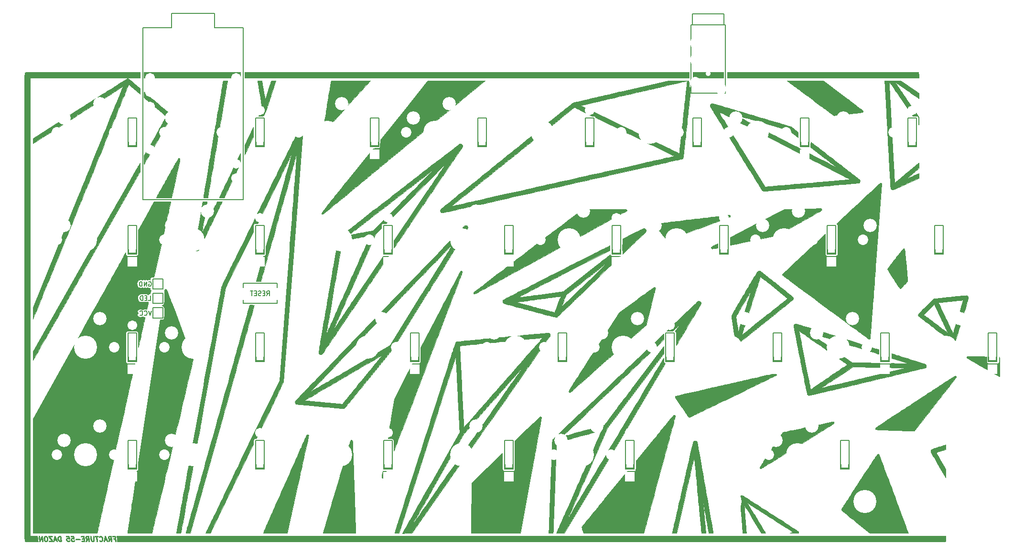
<source format=gbr>
G04 #@! TF.GenerationSoftware,KiCad,Pcbnew,(5.1.4)-1*
G04 #@! TF.CreationDate,2020-12-24T16:56:25-08:00*
G04 #@! TF.ProjectId,fracture-pcb-final,66726163-7475-4726-952d-7063622d6669,rev?*
G04 #@! TF.SameCoordinates,Original*
G04 #@! TF.FileFunction,Legend,Bot*
G04 #@! TF.FilePolarity,Positive*
%FSLAX46Y46*%
G04 Gerber Fmt 4.6, Leading zero omitted, Abs format (unit mm)*
G04 Created by KiCad (PCBNEW (5.1.4)-1) date 2020-12-24 16:56:25*
%MOMM*%
%LPD*%
G04 APERTURE LIST*
%ADD10C,0.010000*%
%ADD11C,0.150000*%
%ADD12C,1.702000*%
%ADD13R,1.702000X1.702000*%
%ADD14R,1.302000X1.702000*%
%ADD15O,1.702000X2.102000*%
%ADD16C,0.902000*%
%ADD17C,2.352000*%
%ADD18C,4.089800*%
%ADD19C,1.852000*%
%ADD20C,2.102000*%
%ADD21R,1.626000X1.626000*%
%ADD22C,3.150000*%
%ADD23R,2.007000X2.007000*%
%ADD24C,2.007000*%
G04 APERTURE END LIST*
D10*
G36*
X-17347038Y-78904877D02*
G01*
X-17227683Y-78907320D01*
X-17136449Y-78911013D01*
X-17081748Y-78915649D01*
X-17069698Y-78919300D01*
X-17080608Y-78945599D01*
X-17112455Y-79014878D01*
X-17163912Y-79124398D01*
X-17233652Y-79271422D01*
X-17320349Y-79453211D01*
X-17422675Y-79667028D01*
X-17539305Y-79910132D01*
X-17668911Y-80179787D01*
X-17810167Y-80473255D01*
X-17961747Y-80787796D01*
X-18122323Y-81120673D01*
X-18290568Y-81469147D01*
X-18465157Y-81830480D01*
X-18644763Y-82201934D01*
X-18828058Y-82580770D01*
X-19013717Y-82964251D01*
X-19200412Y-83349637D01*
X-19386817Y-83734192D01*
X-19571605Y-84115175D01*
X-19753450Y-84489850D01*
X-19931025Y-84855478D01*
X-20103003Y-85209321D01*
X-20268057Y-85548640D01*
X-20424861Y-85870697D01*
X-20572089Y-86172754D01*
X-20708413Y-86452072D01*
X-20832507Y-86705914D01*
X-20943044Y-86931541D01*
X-21038698Y-87126215D01*
X-21118141Y-87287197D01*
X-21180048Y-87411749D01*
X-21223092Y-87497134D01*
X-21245945Y-87540612D01*
X-21249044Y-87545559D01*
X-21354039Y-87627311D01*
X-21479082Y-87667596D01*
X-21611183Y-87663605D01*
X-21685673Y-87640002D01*
X-21777035Y-87579426D01*
X-21855476Y-87490912D01*
X-21905621Y-87393150D01*
X-21913076Y-87363555D01*
X-21910768Y-87327377D01*
X-21899943Y-87242326D01*
X-21880801Y-87109625D01*
X-21853541Y-86930499D01*
X-21818362Y-86706174D01*
X-21775462Y-86437874D01*
X-21725042Y-86126824D01*
X-21667301Y-85774248D01*
X-21602436Y-85381370D01*
X-21530649Y-84949416D01*
X-21478512Y-84637427D01*
X-20705534Y-84637427D01*
X-20692821Y-84650140D01*
X-20680108Y-84637427D01*
X-20692821Y-84624714D01*
X-20705534Y-84637427D01*
X-21478512Y-84637427D01*
X-21452138Y-84479611D01*
X-21367101Y-83973178D01*
X-21275739Y-83431343D01*
X-21219565Y-83099189D01*
X-20511483Y-78916706D01*
X-20125425Y-78909688D01*
X-19977843Y-78907322D01*
X-19873590Y-78907027D01*
X-19805159Y-78909640D01*
X-19765043Y-78915999D01*
X-19745736Y-78926940D01*
X-19739730Y-78943301D01*
X-19739367Y-78952742D01*
X-19743536Y-78984021D01*
X-19755679Y-79062174D01*
X-19775256Y-79183943D01*
X-19801726Y-79346068D01*
X-19834545Y-79545292D01*
X-19873173Y-79778356D01*
X-19917069Y-80042002D01*
X-19965690Y-80332970D01*
X-20018494Y-80648004D01*
X-20074941Y-80983843D01*
X-20134489Y-81337230D01*
X-20196595Y-81704906D01*
X-20211181Y-81791134D01*
X-20273621Y-82160663D01*
X-20333491Y-82516004D01*
X-20390261Y-82853962D01*
X-20443403Y-83171343D01*
X-20492387Y-83464951D01*
X-20536684Y-83731591D01*
X-20575766Y-83968069D01*
X-20609102Y-84171190D01*
X-20636164Y-84337758D01*
X-20656424Y-84464580D01*
X-20669351Y-84548460D01*
X-20674416Y-84586202D01*
X-20674392Y-84588055D01*
X-20662485Y-84566707D01*
X-20629865Y-84502297D01*
X-20577872Y-84397579D01*
X-20507848Y-84255311D01*
X-20421137Y-84078248D01*
X-20319079Y-83869145D01*
X-20203016Y-83630759D01*
X-20074290Y-83365846D01*
X-19934244Y-83077161D01*
X-19784219Y-82767461D01*
X-19625557Y-82439500D01*
X-19459600Y-82096036D01*
X-19308086Y-81782108D01*
X-19136422Y-81426389D01*
X-18970655Y-81083165D01*
X-18812147Y-80755246D01*
X-18662261Y-80445439D01*
X-18522362Y-80156554D01*
X-18393810Y-79891399D01*
X-18277972Y-79652781D01*
X-18176208Y-79443510D01*
X-18089883Y-79266394D01*
X-18020360Y-79124242D01*
X-17969002Y-79019861D01*
X-17937172Y-78956060D01*
X-17926447Y-78935775D01*
X-17900320Y-78922819D01*
X-17841156Y-78913526D01*
X-17744106Y-78907547D01*
X-17604317Y-78904531D01*
X-17486104Y-78903994D01*
X-17347038Y-78904877D01*
X-17347038Y-78904877D01*
G37*
X-17347038Y-78904877D02*
X-17227683Y-78907320D01*
X-17136449Y-78911013D01*
X-17081748Y-78915649D01*
X-17069698Y-78919300D01*
X-17080608Y-78945599D01*
X-17112455Y-79014878D01*
X-17163912Y-79124398D01*
X-17233652Y-79271422D01*
X-17320349Y-79453211D01*
X-17422675Y-79667028D01*
X-17539305Y-79910132D01*
X-17668911Y-80179787D01*
X-17810167Y-80473255D01*
X-17961747Y-80787796D01*
X-18122323Y-81120673D01*
X-18290568Y-81469147D01*
X-18465157Y-81830480D01*
X-18644763Y-82201934D01*
X-18828058Y-82580770D01*
X-19013717Y-82964251D01*
X-19200412Y-83349637D01*
X-19386817Y-83734192D01*
X-19571605Y-84115175D01*
X-19753450Y-84489850D01*
X-19931025Y-84855478D01*
X-20103003Y-85209321D01*
X-20268057Y-85548640D01*
X-20424861Y-85870697D01*
X-20572089Y-86172754D01*
X-20708413Y-86452072D01*
X-20832507Y-86705914D01*
X-20943044Y-86931541D01*
X-21038698Y-87126215D01*
X-21118141Y-87287197D01*
X-21180048Y-87411749D01*
X-21223092Y-87497134D01*
X-21245945Y-87540612D01*
X-21249044Y-87545559D01*
X-21354039Y-87627311D01*
X-21479082Y-87667596D01*
X-21611183Y-87663605D01*
X-21685673Y-87640002D01*
X-21777035Y-87579426D01*
X-21855476Y-87490912D01*
X-21905621Y-87393150D01*
X-21913076Y-87363555D01*
X-21910768Y-87327377D01*
X-21899943Y-87242326D01*
X-21880801Y-87109625D01*
X-21853541Y-86930499D01*
X-21818362Y-86706174D01*
X-21775462Y-86437874D01*
X-21725042Y-86126824D01*
X-21667301Y-85774248D01*
X-21602436Y-85381370D01*
X-21530649Y-84949416D01*
X-21478512Y-84637427D01*
X-20705534Y-84637427D01*
X-20692821Y-84650140D01*
X-20680108Y-84637427D01*
X-20692821Y-84624714D01*
X-20705534Y-84637427D01*
X-21478512Y-84637427D01*
X-21452138Y-84479611D01*
X-21367101Y-83973178D01*
X-21275739Y-83431343D01*
X-21219565Y-83099189D01*
X-20511483Y-78916706D01*
X-20125425Y-78909688D01*
X-19977843Y-78907322D01*
X-19873590Y-78907027D01*
X-19805159Y-78909640D01*
X-19765043Y-78915999D01*
X-19745736Y-78926940D01*
X-19739730Y-78943301D01*
X-19739367Y-78952742D01*
X-19743536Y-78984021D01*
X-19755679Y-79062174D01*
X-19775256Y-79183943D01*
X-19801726Y-79346068D01*
X-19834545Y-79545292D01*
X-19873173Y-79778356D01*
X-19917069Y-80042002D01*
X-19965690Y-80332970D01*
X-20018494Y-80648004D01*
X-20074941Y-80983843D01*
X-20134489Y-81337230D01*
X-20196595Y-81704906D01*
X-20211181Y-81791134D01*
X-20273621Y-82160663D01*
X-20333491Y-82516004D01*
X-20390261Y-82853962D01*
X-20443403Y-83171343D01*
X-20492387Y-83464951D01*
X-20536684Y-83731591D01*
X-20575766Y-83968069D01*
X-20609102Y-84171190D01*
X-20636164Y-84337758D01*
X-20656424Y-84464580D01*
X-20669351Y-84548460D01*
X-20674416Y-84586202D01*
X-20674392Y-84588055D01*
X-20662485Y-84566707D01*
X-20629865Y-84502297D01*
X-20577872Y-84397579D01*
X-20507848Y-84255311D01*
X-20421137Y-84078248D01*
X-20319079Y-83869145D01*
X-20203016Y-83630759D01*
X-20074290Y-83365846D01*
X-19934244Y-83077161D01*
X-19784219Y-82767461D01*
X-19625557Y-82439500D01*
X-19459600Y-82096036D01*
X-19308086Y-81782108D01*
X-19136422Y-81426389D01*
X-18970655Y-81083165D01*
X-18812147Y-80755246D01*
X-18662261Y-80445439D01*
X-18522362Y-80156554D01*
X-18393810Y-79891399D01*
X-18277972Y-79652781D01*
X-18176208Y-79443510D01*
X-18089883Y-79266394D01*
X-18020360Y-79124242D01*
X-17969002Y-79019861D01*
X-17937172Y-78956060D01*
X-17926447Y-78935775D01*
X-17900320Y-78922819D01*
X-17841156Y-78913526D01*
X-17744106Y-78907547D01*
X-17604317Y-78904531D01*
X-17486104Y-78903994D01*
X-17347038Y-78904877D01*
G36*
X89020630Y-80144838D02*
G01*
X89063769Y-80156749D01*
X89096176Y-80180514D01*
X89124388Y-80211481D01*
X89167932Y-80276524D01*
X89175938Y-80339491D01*
X89172223Y-80363407D01*
X89151397Y-80429094D01*
X89125380Y-80472420D01*
X89100349Y-80488116D01*
X89033412Y-80527756D01*
X88926812Y-80590047D01*
X88782793Y-80673700D01*
X88603597Y-80777423D01*
X88391466Y-80899925D01*
X88148644Y-81039916D01*
X87877374Y-81196104D01*
X87579897Y-81367198D01*
X87258457Y-81551907D01*
X86915297Y-81748941D01*
X86552660Y-81957008D01*
X86172787Y-82174818D01*
X85777923Y-82401079D01*
X85370309Y-82634501D01*
X85179259Y-82743857D01*
X81264353Y-84984426D01*
X77107929Y-85821587D01*
X76656685Y-85912465D01*
X76219023Y-86000589D01*
X75797532Y-86085441D01*
X75394803Y-86166497D01*
X75013427Y-86243239D01*
X74655993Y-86315145D01*
X74325092Y-86381693D01*
X74023314Y-86442365D01*
X73753250Y-86496638D01*
X73517489Y-86543992D01*
X73318623Y-86583906D01*
X73159241Y-86615859D01*
X73041935Y-86639331D01*
X72969293Y-86653801D01*
X72943907Y-86658748D01*
X72943906Y-86658748D01*
X72941962Y-86634400D01*
X72940265Y-86565663D01*
X72938878Y-86458999D01*
X72937862Y-86320870D01*
X72937278Y-86157737D01*
X72937187Y-85976063D01*
X72937212Y-85953193D01*
X72938117Y-85247637D01*
X77774400Y-82789813D01*
X82610683Y-80331988D01*
X85623596Y-80240518D01*
X86015174Y-80228636D01*
X86395489Y-80217109D01*
X86761117Y-80206039D01*
X87108632Y-80195530D01*
X87434609Y-80185684D01*
X87735623Y-80176606D01*
X88008250Y-80168397D01*
X88249063Y-80161162D01*
X88454639Y-80155003D01*
X88621552Y-80150024D01*
X88746377Y-80146328D01*
X88825689Y-80144017D01*
X88848716Y-80143373D01*
X88953400Y-80141480D01*
X89020630Y-80144838D01*
X89020630Y-80144838D01*
G37*
X89020630Y-80144838D02*
X89063769Y-80156749D01*
X89096176Y-80180514D01*
X89124388Y-80211481D01*
X89167932Y-80276524D01*
X89175938Y-80339491D01*
X89172223Y-80363407D01*
X89151397Y-80429094D01*
X89125380Y-80472420D01*
X89100349Y-80488116D01*
X89033412Y-80527756D01*
X88926812Y-80590047D01*
X88782793Y-80673700D01*
X88603597Y-80777423D01*
X88391466Y-80899925D01*
X88148644Y-81039916D01*
X87877374Y-81196104D01*
X87579897Y-81367198D01*
X87258457Y-81551907D01*
X86915297Y-81748941D01*
X86552660Y-81957008D01*
X86172787Y-82174818D01*
X85777923Y-82401079D01*
X85370309Y-82634501D01*
X85179259Y-82743857D01*
X81264353Y-84984426D01*
X77107929Y-85821587D01*
X76656685Y-85912465D01*
X76219023Y-86000589D01*
X75797532Y-86085441D01*
X75394803Y-86166497D01*
X75013427Y-86243239D01*
X74655993Y-86315145D01*
X74325092Y-86381693D01*
X74023314Y-86442365D01*
X73753250Y-86496638D01*
X73517489Y-86543992D01*
X73318623Y-86583906D01*
X73159241Y-86615859D01*
X73041935Y-86639331D01*
X72969293Y-86653801D01*
X72943907Y-86658748D01*
X72943906Y-86658748D01*
X72941962Y-86634400D01*
X72940265Y-86565663D01*
X72938878Y-86458999D01*
X72937862Y-86320870D01*
X72937278Y-86157737D01*
X72937187Y-85976063D01*
X72937212Y-85953193D01*
X72938117Y-85247637D01*
X77774400Y-82789813D01*
X82610683Y-80331988D01*
X85623596Y-80240518D01*
X86015174Y-80228636D01*
X86395489Y-80217109D01*
X86761117Y-80206039D01*
X87108632Y-80195530D01*
X87434609Y-80185684D01*
X87735623Y-80176606D01*
X88008250Y-80168397D01*
X88249063Y-80161162D01*
X88454639Y-80155003D01*
X88621552Y-80150024D01*
X88746377Y-80146328D01*
X88825689Y-80144017D01*
X88848716Y-80143373D01*
X88953400Y-80141480D01*
X89020630Y-80144838D01*
G36*
X3623893Y-57499474D02*
G01*
X3951557Y-57499668D01*
X4303865Y-57499978D01*
X4677906Y-57500402D01*
X5070768Y-57500941D01*
X5479538Y-57501595D01*
X5736275Y-57502051D01*
X9227219Y-57508498D01*
X5255771Y-61856246D01*
X4888049Y-62258756D01*
X4528780Y-62651907D01*
X4179516Y-63034006D01*
X3841808Y-63403357D01*
X3517210Y-63758266D01*
X3207273Y-64097039D01*
X2913549Y-64417982D01*
X2637591Y-64719400D01*
X2380950Y-64999599D01*
X2145179Y-65256885D01*
X1931830Y-65489564D01*
X1742454Y-65695940D01*
X1578605Y-65874320D01*
X1441833Y-66023010D01*
X1333692Y-66140314D01*
X1255732Y-66224539D01*
X1209507Y-66273991D01*
X1197276Y-66286626D01*
X1109167Y-66350335D01*
X1026726Y-66365293D01*
X943692Y-66332183D01*
X922220Y-66316563D01*
X874367Y-66264473D01*
X856384Y-66196563D01*
X855227Y-66162743D01*
X859165Y-66130178D01*
X870645Y-66050928D01*
X889167Y-65928125D01*
X914229Y-65764902D01*
X945332Y-65564391D01*
X981974Y-65329726D01*
X1023656Y-65064037D01*
X1069876Y-64770459D01*
X1120135Y-64452123D01*
X1173931Y-64112162D01*
X1230763Y-63753708D01*
X1290133Y-63379894D01*
X1351538Y-62993852D01*
X1414478Y-62598716D01*
X1478453Y-62197617D01*
X1542962Y-61793687D01*
X1607504Y-61390060D01*
X1671580Y-60989868D01*
X1734688Y-60596244D01*
X1796327Y-60212319D01*
X1855998Y-59841227D01*
X1913200Y-59486099D01*
X1967431Y-59150070D01*
X2018193Y-58836269D01*
X2064983Y-58547832D01*
X2107301Y-58287889D01*
X2144648Y-58059574D01*
X2176521Y-57866019D01*
X2202422Y-57710356D01*
X2221848Y-57595718D01*
X2234300Y-57525237D01*
X2239194Y-57502051D01*
X2264878Y-57501327D01*
X2338501Y-57500718D01*
X2457151Y-57500224D01*
X2617916Y-57499844D01*
X2817885Y-57499579D01*
X3054145Y-57499429D01*
X3323785Y-57499394D01*
X3623893Y-57499474D01*
X3623893Y-57499474D01*
G37*
X3623893Y-57499474D02*
X3951557Y-57499668D01*
X4303865Y-57499978D01*
X4677906Y-57500402D01*
X5070768Y-57500941D01*
X5479538Y-57501595D01*
X5736275Y-57502051D01*
X9227219Y-57508498D01*
X5255771Y-61856246D01*
X4888049Y-62258756D01*
X4528780Y-62651907D01*
X4179516Y-63034006D01*
X3841808Y-63403357D01*
X3517210Y-63758266D01*
X3207273Y-64097039D01*
X2913549Y-64417982D01*
X2637591Y-64719400D01*
X2380950Y-64999599D01*
X2145179Y-65256885D01*
X1931830Y-65489564D01*
X1742454Y-65695940D01*
X1578605Y-65874320D01*
X1441833Y-66023010D01*
X1333692Y-66140314D01*
X1255732Y-66224539D01*
X1209507Y-66273991D01*
X1197276Y-66286626D01*
X1109167Y-66350335D01*
X1026726Y-66365293D01*
X943692Y-66332183D01*
X922220Y-66316563D01*
X874367Y-66264473D01*
X856384Y-66196563D01*
X855227Y-66162743D01*
X859165Y-66130178D01*
X870645Y-66050928D01*
X889167Y-65928125D01*
X914229Y-65764902D01*
X945332Y-65564391D01*
X981974Y-65329726D01*
X1023656Y-65064037D01*
X1069876Y-64770459D01*
X1120135Y-64452123D01*
X1173931Y-64112162D01*
X1230763Y-63753708D01*
X1290133Y-63379894D01*
X1351538Y-62993852D01*
X1414478Y-62598716D01*
X1478453Y-62197617D01*
X1542962Y-61793687D01*
X1607504Y-61390060D01*
X1671580Y-60989868D01*
X1734688Y-60596244D01*
X1796327Y-60212319D01*
X1855998Y-59841227D01*
X1913200Y-59486099D01*
X1967431Y-59150070D01*
X2018193Y-58836269D01*
X2064983Y-58547832D01*
X2107301Y-58287889D01*
X2144648Y-58059574D01*
X2176521Y-57866019D01*
X2202422Y-57710356D01*
X2221848Y-57595718D01*
X2234300Y-57525237D01*
X2239194Y-57502051D01*
X2264878Y-57501327D01*
X2338501Y-57500718D01*
X2457151Y-57500224D01*
X2617916Y-57499844D01*
X2817885Y-57499579D01*
X3054145Y-57499429D01*
X3323785Y-57499394D01*
X3623893Y-57499474D01*
G36*
X104774322Y-58611798D02*
G01*
X106383455Y-59727810D01*
X106390397Y-60191119D01*
X106392330Y-60358054D01*
X106392148Y-60480190D01*
X106389477Y-60563547D01*
X106383943Y-60614148D01*
X106375172Y-60638015D01*
X106362791Y-60641167D01*
X106362467Y-60641046D01*
X106337086Y-60624967D01*
X106272799Y-60581861D01*
X106172472Y-60513700D01*
X106038971Y-60422455D01*
X105875162Y-60310098D01*
X105683912Y-60178601D01*
X105468086Y-60029935D01*
X105230551Y-59866072D01*
X104974171Y-59688985D01*
X104701814Y-59500644D01*
X104416346Y-59303021D01*
X104249066Y-59187121D01*
X103958145Y-58985618D01*
X103679201Y-58792647D01*
X103415048Y-58610144D01*
X103168499Y-58440041D01*
X102942368Y-58284271D01*
X102739469Y-58144768D01*
X102562617Y-58023466D01*
X102414624Y-57922297D01*
X102298305Y-57843196D01*
X102216473Y-57788095D01*
X102171943Y-57758928D01*
X102164308Y-57754664D01*
X102177634Y-57776235D01*
X102218019Y-57837513D01*
X102283894Y-57936181D01*
X102373691Y-58069919D01*
X102485840Y-58236409D01*
X102618773Y-58433331D01*
X102770920Y-58658367D01*
X102940714Y-58909199D01*
X103126584Y-59183507D01*
X103326963Y-59478972D01*
X103540280Y-59793276D01*
X103764968Y-60124100D01*
X103999458Y-60469126D01*
X104242180Y-60826034D01*
X104277103Y-60877367D01*
X106396126Y-63991982D01*
X106396147Y-64659399D01*
X106395560Y-64837631D01*
X106393895Y-64997919D01*
X106391314Y-65133620D01*
X106387978Y-65238090D01*
X106384049Y-65304684D01*
X106379902Y-65326816D01*
X106353382Y-65309000D01*
X106329860Y-65282322D01*
X106318643Y-65255331D01*
X106309966Y-65204068D01*
X106303562Y-65123407D01*
X106299168Y-65008220D01*
X106296519Y-64853381D01*
X106295349Y-64653763D01*
X106295275Y-64612308D01*
X106294863Y-64417650D01*
X106293821Y-64267078D01*
X106291590Y-64153826D01*
X106287611Y-64071129D01*
X106281325Y-64012223D01*
X106272173Y-63970342D01*
X106259597Y-63938721D01*
X106243038Y-63910594D01*
X106236496Y-63900767D01*
X106196375Y-63847188D01*
X106153318Y-63808081D01*
X106098814Y-63781180D01*
X106024346Y-63764217D01*
X105921401Y-63754925D01*
X105781466Y-63751037D01*
X105671544Y-63750344D01*
X105290162Y-63749499D01*
X103208512Y-60685090D01*
X102966998Y-60329737D01*
X102733274Y-59986204D01*
X102508935Y-59656814D01*
X102295571Y-59343891D01*
X102094776Y-59049759D01*
X101908143Y-58776742D01*
X101737262Y-58527164D01*
X101583729Y-58303348D01*
X101449134Y-58107618D01*
X101335070Y-57942297D01*
X101243129Y-57809711D01*
X101174905Y-57712182D01*
X101131990Y-57652034D01*
X101115976Y-57631591D01*
X101115933Y-57631610D01*
X101116332Y-57657616D01*
X101119427Y-57732186D01*
X101125097Y-57853111D01*
X101133221Y-58018180D01*
X101143679Y-58225186D01*
X101156350Y-58471919D01*
X101171113Y-58756169D01*
X101187849Y-59075727D01*
X101206436Y-59428385D01*
X101226754Y-59811932D01*
X101248683Y-60224161D01*
X101272101Y-60662861D01*
X101296889Y-61125823D01*
X101322925Y-61610838D01*
X101350090Y-62115697D01*
X101378263Y-62638191D01*
X101407323Y-63176111D01*
X101437149Y-63727247D01*
X101467621Y-64289390D01*
X101498619Y-64860331D01*
X101530022Y-65437860D01*
X101561710Y-66019769D01*
X101593561Y-66603848D01*
X101625456Y-67187889D01*
X101657273Y-67769681D01*
X101688893Y-68347016D01*
X101720195Y-68917684D01*
X101751057Y-69479477D01*
X101781361Y-70030184D01*
X101810984Y-70567597D01*
X101839807Y-71089507D01*
X101867709Y-71593705D01*
X101894569Y-72077980D01*
X101920267Y-72540125D01*
X101944683Y-72977929D01*
X101967695Y-73389184D01*
X101989184Y-73771681D01*
X102009029Y-74123209D01*
X102027108Y-74441561D01*
X102043302Y-74724526D01*
X102057491Y-74969896D01*
X102069553Y-75175461D01*
X102079367Y-75339012D01*
X102086815Y-75458340D01*
X102091774Y-75531236D01*
X102093914Y-75554895D01*
X102111984Y-75650942D01*
X102970738Y-74924915D01*
X104158731Y-74924915D01*
X104171443Y-74937627D01*
X104184156Y-74924915D01*
X104171443Y-74912202D01*
X104158731Y-74924915D01*
X102970738Y-74924915D01*
X104232997Y-73857748D01*
X104516821Y-73617951D01*
X104789875Y-73387566D01*
X105049640Y-73168700D01*
X105293602Y-72963459D01*
X105519242Y-72773950D01*
X105724046Y-72602280D01*
X105905495Y-72450556D01*
X106061073Y-72320884D01*
X106188263Y-72215371D01*
X106284549Y-72136125D01*
X106347414Y-72085251D01*
X106374342Y-72064857D01*
X106375089Y-72064554D01*
X106381612Y-72088686D01*
X106387314Y-72155909D01*
X106391862Y-72258467D01*
X106394921Y-72388602D01*
X106396158Y-72538559D01*
X106396168Y-72554117D01*
X106396168Y-73043680D01*
X105314337Y-73956967D01*
X105112733Y-74127349D01*
X104922851Y-74288183D01*
X104748243Y-74436439D01*
X104592460Y-74569084D01*
X104459052Y-74683086D01*
X104351570Y-74775412D01*
X104273565Y-74843030D01*
X104228588Y-74882909D01*
X104218736Y-74892533D01*
X104215347Y-74898719D01*
X104216330Y-74902158D01*
X104225408Y-74901224D01*
X104246298Y-74894292D01*
X104282720Y-74879736D01*
X104338394Y-74855929D01*
X104417040Y-74821246D01*
X104522377Y-74774062D01*
X104658124Y-74712750D01*
X104828001Y-74635684D01*
X105035728Y-74541239D01*
X105285024Y-74427788D01*
X105359136Y-74394055D01*
X105568626Y-74298975D01*
X105764112Y-74210779D01*
X105940681Y-74131643D01*
X106093418Y-74063747D01*
X106217409Y-74009269D01*
X106307741Y-73970387D01*
X106359499Y-73949280D01*
X106369797Y-73946036D01*
X106380817Y-73971124D01*
X106388951Y-74045195D01*
X106394084Y-74166456D01*
X106396101Y-74333112D01*
X106396128Y-74359199D01*
X106396089Y-74772362D01*
X104119684Y-75808448D01*
X103737090Y-75982565D01*
X103397949Y-76136752D01*
X103099422Y-76272125D01*
X102838669Y-76389799D01*
X102612852Y-76490890D01*
X102419132Y-76576513D01*
X102254671Y-76647784D01*
X102116628Y-76705819D01*
X102002166Y-76751732D01*
X101908445Y-76786640D01*
X101832626Y-76811657D01*
X101771871Y-76827900D01*
X101723341Y-76836484D01*
X101684196Y-76838525D01*
X101651598Y-76835137D01*
X101622708Y-76827437D01*
X101594686Y-76816540D01*
X101575412Y-76808192D01*
X101487085Y-76746394D01*
X101414798Y-76653686D01*
X101374010Y-76550008D01*
X101373615Y-76547925D01*
X101371266Y-76517486D01*
X101366265Y-76438065D01*
X101358710Y-76311455D01*
X101348702Y-76139449D01*
X101336340Y-75923843D01*
X101321722Y-75666429D01*
X101304950Y-75369001D01*
X101286121Y-75033352D01*
X101265336Y-74661278D01*
X101242693Y-74254571D01*
X101218293Y-73815026D01*
X101192234Y-73344435D01*
X101164617Y-72844593D01*
X101135540Y-72317293D01*
X101105103Y-71764330D01*
X101073405Y-71187497D01*
X101040546Y-70588587D01*
X101006626Y-69969395D01*
X100971743Y-69331714D01*
X100935996Y-68677339D01*
X100899487Y-68008062D01*
X100862313Y-67325677D01*
X100853848Y-67170160D01*
X100816484Y-66483851D01*
X100779755Y-65809689D01*
X100743760Y-65149494D01*
X100708600Y-64505091D01*
X100674376Y-63878300D01*
X100641186Y-63270946D01*
X100609132Y-62684851D01*
X100578313Y-62121836D01*
X100548831Y-61583725D01*
X100520783Y-61072340D01*
X100494272Y-60589504D01*
X100469397Y-60137039D01*
X100446258Y-59716768D01*
X100424955Y-59330513D01*
X100405589Y-58980098D01*
X100388260Y-58667343D01*
X100373067Y-58394073D01*
X100360112Y-58162110D01*
X100349493Y-57973275D01*
X100341312Y-57829392D01*
X100335668Y-57732284D01*
X100332662Y-57683772D01*
X100332390Y-57680120D01*
X100317371Y-57495785D01*
X103165188Y-57495785D01*
X104774322Y-58611798D01*
X104774322Y-58611798D01*
G37*
X104774322Y-58611798D02*
X106383455Y-59727810D01*
X106390397Y-60191119D01*
X106392330Y-60358054D01*
X106392148Y-60480190D01*
X106389477Y-60563547D01*
X106383943Y-60614148D01*
X106375172Y-60638015D01*
X106362791Y-60641167D01*
X106362467Y-60641046D01*
X106337086Y-60624967D01*
X106272799Y-60581861D01*
X106172472Y-60513700D01*
X106038971Y-60422455D01*
X105875162Y-60310098D01*
X105683912Y-60178601D01*
X105468086Y-60029935D01*
X105230551Y-59866072D01*
X104974171Y-59688985D01*
X104701814Y-59500644D01*
X104416346Y-59303021D01*
X104249066Y-59187121D01*
X103958145Y-58985618D01*
X103679201Y-58792647D01*
X103415048Y-58610144D01*
X103168499Y-58440041D01*
X102942368Y-58284271D01*
X102739469Y-58144768D01*
X102562617Y-58023466D01*
X102414624Y-57922297D01*
X102298305Y-57843196D01*
X102216473Y-57788095D01*
X102171943Y-57758928D01*
X102164308Y-57754664D01*
X102177634Y-57776235D01*
X102218019Y-57837513D01*
X102283894Y-57936181D01*
X102373691Y-58069919D01*
X102485840Y-58236409D01*
X102618773Y-58433331D01*
X102770920Y-58658367D01*
X102940714Y-58909199D01*
X103126584Y-59183507D01*
X103326963Y-59478972D01*
X103540280Y-59793276D01*
X103764968Y-60124100D01*
X103999458Y-60469126D01*
X104242180Y-60826034D01*
X104277103Y-60877367D01*
X106396126Y-63991982D01*
X106396147Y-64659399D01*
X106395560Y-64837631D01*
X106393895Y-64997919D01*
X106391314Y-65133620D01*
X106387978Y-65238090D01*
X106384049Y-65304684D01*
X106379902Y-65326816D01*
X106353382Y-65309000D01*
X106329860Y-65282322D01*
X106318643Y-65255331D01*
X106309966Y-65204068D01*
X106303562Y-65123407D01*
X106299168Y-65008220D01*
X106296519Y-64853381D01*
X106295349Y-64653763D01*
X106295275Y-64612308D01*
X106294863Y-64417650D01*
X106293821Y-64267078D01*
X106291590Y-64153826D01*
X106287611Y-64071129D01*
X106281325Y-64012223D01*
X106272173Y-63970342D01*
X106259597Y-63938721D01*
X106243038Y-63910594D01*
X106236496Y-63900767D01*
X106196375Y-63847188D01*
X106153318Y-63808081D01*
X106098814Y-63781180D01*
X106024346Y-63764217D01*
X105921401Y-63754925D01*
X105781466Y-63751037D01*
X105671544Y-63750344D01*
X105290162Y-63749499D01*
X103208512Y-60685090D01*
X102966998Y-60329737D01*
X102733274Y-59986204D01*
X102508935Y-59656814D01*
X102295571Y-59343891D01*
X102094776Y-59049759D01*
X101908143Y-58776742D01*
X101737262Y-58527164D01*
X101583729Y-58303348D01*
X101449134Y-58107618D01*
X101335070Y-57942297D01*
X101243129Y-57809711D01*
X101174905Y-57712182D01*
X101131990Y-57652034D01*
X101115976Y-57631591D01*
X101115933Y-57631610D01*
X101116332Y-57657616D01*
X101119427Y-57732186D01*
X101125097Y-57853111D01*
X101133221Y-58018180D01*
X101143679Y-58225186D01*
X101156350Y-58471919D01*
X101171113Y-58756169D01*
X101187849Y-59075727D01*
X101206436Y-59428385D01*
X101226754Y-59811932D01*
X101248683Y-60224161D01*
X101272101Y-60662861D01*
X101296889Y-61125823D01*
X101322925Y-61610838D01*
X101350090Y-62115697D01*
X101378263Y-62638191D01*
X101407323Y-63176111D01*
X101437149Y-63727247D01*
X101467621Y-64289390D01*
X101498619Y-64860331D01*
X101530022Y-65437860D01*
X101561710Y-66019769D01*
X101593561Y-66603848D01*
X101625456Y-67187889D01*
X101657273Y-67769681D01*
X101688893Y-68347016D01*
X101720195Y-68917684D01*
X101751057Y-69479477D01*
X101781361Y-70030184D01*
X101810984Y-70567597D01*
X101839807Y-71089507D01*
X101867709Y-71593705D01*
X101894569Y-72077980D01*
X101920267Y-72540125D01*
X101944683Y-72977929D01*
X101967695Y-73389184D01*
X101989184Y-73771681D01*
X102009029Y-74123209D01*
X102027108Y-74441561D01*
X102043302Y-74724526D01*
X102057491Y-74969896D01*
X102069553Y-75175461D01*
X102079367Y-75339012D01*
X102086815Y-75458340D01*
X102091774Y-75531236D01*
X102093914Y-75554895D01*
X102111984Y-75650942D01*
X102970738Y-74924915D01*
X104158731Y-74924915D01*
X104171443Y-74937627D01*
X104184156Y-74924915D01*
X104171443Y-74912202D01*
X104158731Y-74924915D01*
X102970738Y-74924915D01*
X104232997Y-73857748D01*
X104516821Y-73617951D01*
X104789875Y-73387566D01*
X105049640Y-73168700D01*
X105293602Y-72963459D01*
X105519242Y-72773950D01*
X105724046Y-72602280D01*
X105905495Y-72450556D01*
X106061073Y-72320884D01*
X106188263Y-72215371D01*
X106284549Y-72136125D01*
X106347414Y-72085251D01*
X106374342Y-72064857D01*
X106375089Y-72064554D01*
X106381612Y-72088686D01*
X106387314Y-72155909D01*
X106391862Y-72258467D01*
X106394921Y-72388602D01*
X106396158Y-72538559D01*
X106396168Y-72554117D01*
X106396168Y-73043680D01*
X105314337Y-73956967D01*
X105112733Y-74127349D01*
X104922851Y-74288183D01*
X104748243Y-74436439D01*
X104592460Y-74569084D01*
X104459052Y-74683086D01*
X104351570Y-74775412D01*
X104273565Y-74843030D01*
X104228588Y-74882909D01*
X104218736Y-74892533D01*
X104215347Y-74898719D01*
X104216330Y-74902158D01*
X104225408Y-74901224D01*
X104246298Y-74894292D01*
X104282720Y-74879736D01*
X104338394Y-74855929D01*
X104417040Y-74821246D01*
X104522377Y-74774062D01*
X104658124Y-74712750D01*
X104828001Y-74635684D01*
X105035728Y-74541239D01*
X105285024Y-74427788D01*
X105359136Y-74394055D01*
X105568626Y-74298975D01*
X105764112Y-74210779D01*
X105940681Y-74131643D01*
X106093418Y-74063747D01*
X106217409Y-74009269D01*
X106307741Y-73970387D01*
X106359499Y-73949280D01*
X106369797Y-73946036D01*
X106380817Y-73971124D01*
X106388951Y-74045195D01*
X106394084Y-74166456D01*
X106396101Y-74333112D01*
X106396128Y-74359199D01*
X106396089Y-74772362D01*
X104119684Y-75808448D01*
X103737090Y-75982565D01*
X103397949Y-76136752D01*
X103099422Y-76272125D01*
X102838669Y-76389799D01*
X102612852Y-76490890D01*
X102419132Y-76576513D01*
X102254671Y-76647784D01*
X102116628Y-76705819D01*
X102002166Y-76751732D01*
X101908445Y-76786640D01*
X101832626Y-76811657D01*
X101771871Y-76827900D01*
X101723341Y-76836484D01*
X101684196Y-76838525D01*
X101651598Y-76835137D01*
X101622708Y-76827437D01*
X101594686Y-76816540D01*
X101575412Y-76808192D01*
X101487085Y-76746394D01*
X101414798Y-76653686D01*
X101374010Y-76550008D01*
X101373615Y-76547925D01*
X101371266Y-76517486D01*
X101366265Y-76438065D01*
X101358710Y-76311455D01*
X101348702Y-76139449D01*
X101336340Y-75923843D01*
X101321722Y-75666429D01*
X101304950Y-75369001D01*
X101286121Y-75033352D01*
X101265336Y-74661278D01*
X101242693Y-74254571D01*
X101218293Y-73815026D01*
X101192234Y-73344435D01*
X101164617Y-72844593D01*
X101135540Y-72317293D01*
X101105103Y-71764330D01*
X101073405Y-71187497D01*
X101040546Y-70588587D01*
X101006626Y-69969395D01*
X100971743Y-69331714D01*
X100935996Y-68677339D01*
X100899487Y-68008062D01*
X100862313Y-67325677D01*
X100853848Y-67170160D01*
X100816484Y-66483851D01*
X100779755Y-65809689D01*
X100743760Y-65149494D01*
X100708600Y-64505091D01*
X100674376Y-63878300D01*
X100641186Y-63270946D01*
X100609132Y-62684851D01*
X100578313Y-62121836D01*
X100548831Y-61583725D01*
X100520783Y-61072340D01*
X100494272Y-60589504D01*
X100469397Y-60137039D01*
X100446258Y-59716768D01*
X100424955Y-59330513D01*
X100405589Y-58980098D01*
X100388260Y-58667343D01*
X100373067Y-58394073D01*
X100360112Y-58162110D01*
X100349493Y-57973275D01*
X100341312Y-57829392D01*
X100335668Y-57732284D01*
X100332662Y-57683772D01*
X100332390Y-57680120D01*
X100317371Y-57495785D01*
X103165188Y-57495785D01*
X104774322Y-58611798D01*
G36*
X-9810569Y-58709849D02*
G01*
X-9767630Y-58972916D01*
X-9724351Y-59237820D01*
X-9682001Y-59496818D01*
X-9641848Y-59742164D01*
X-9605160Y-59966113D01*
X-9573205Y-60160920D01*
X-9547250Y-60318840D01*
X-9533032Y-60405101D01*
X-9453564Y-60886288D01*
X-8911078Y-59210106D01*
X-8820088Y-58929476D01*
X-8733368Y-58663015D01*
X-8652226Y-58414675D01*
X-8577970Y-58188412D01*
X-8511907Y-57988181D01*
X-8455345Y-57817935D01*
X-8409590Y-57681630D01*
X-8375951Y-57583220D01*
X-8355734Y-57526660D01*
X-8350389Y-57514186D01*
X-8319903Y-57507820D01*
X-8247774Y-57503225D01*
X-8143188Y-57500686D01*
X-8015329Y-57500485D01*
X-7938467Y-57501474D01*
X-7544749Y-57508498D01*
X-8386364Y-60101891D01*
X-8519752Y-60512839D01*
X-8638596Y-60878638D01*
X-8744024Y-61202518D01*
X-8837164Y-61487706D01*
X-8919147Y-61737429D01*
X-8991100Y-61954916D01*
X-9054152Y-62143394D01*
X-9109432Y-62306090D01*
X-9158069Y-62446233D01*
X-9201191Y-62567050D01*
X-9239927Y-62671769D01*
X-9275406Y-62763617D01*
X-9308757Y-62845823D01*
X-9341108Y-62921614D01*
X-9373589Y-62994217D01*
X-9407327Y-63066860D01*
X-9443452Y-63142772D01*
X-9466670Y-63191081D01*
X-9538155Y-63338756D01*
X-9603337Y-63471886D01*
X-9658639Y-63583286D01*
X-9700483Y-63665770D01*
X-9725291Y-63712156D01*
X-9729381Y-63718658D01*
X-9755559Y-63731617D01*
X-9814791Y-63740911D01*
X-9911926Y-63746890D01*
X-10051810Y-63749905D01*
X-10169808Y-63750440D01*
X-10308875Y-63749745D01*
X-10428230Y-63747823D01*
X-10519464Y-63744916D01*
X-10574165Y-63741269D01*
X-10586214Y-63738396D01*
X-10575646Y-63713223D01*
X-10545825Y-63648239D01*
X-10499574Y-63549440D01*
X-10439717Y-63422825D01*
X-10369079Y-63274389D01*
X-10290484Y-63110130D01*
X-10283898Y-63096404D01*
X-9981582Y-62466456D01*
X-10385344Y-60000190D01*
X-10442222Y-59652591D01*
X-10496720Y-59319196D01*
X-10548282Y-59003430D01*
X-10596351Y-58708715D01*
X-10640370Y-58438474D01*
X-10679784Y-58196131D01*
X-10714035Y-57985109D01*
X-10742567Y-57808830D01*
X-10764824Y-57670718D01*
X-10780250Y-57574196D01*
X-10788287Y-57522688D01*
X-10789362Y-57514854D01*
X-10765477Y-57508292D01*
X-10699421Y-57502705D01*
X-10599874Y-57498518D01*
X-10475511Y-57496154D01*
X-10399128Y-57495785D01*
X-10008639Y-57495785D01*
X-9810569Y-58709849D01*
X-9810569Y-58709849D01*
G37*
X-9810569Y-58709849D02*
X-9767630Y-58972916D01*
X-9724351Y-59237820D01*
X-9682001Y-59496818D01*
X-9641848Y-59742164D01*
X-9605160Y-59966113D01*
X-9573205Y-60160920D01*
X-9547250Y-60318840D01*
X-9533032Y-60405101D01*
X-9453564Y-60886288D01*
X-8911078Y-59210106D01*
X-8820088Y-58929476D01*
X-8733368Y-58663015D01*
X-8652226Y-58414675D01*
X-8577970Y-58188412D01*
X-8511907Y-57988181D01*
X-8455345Y-57817935D01*
X-8409590Y-57681630D01*
X-8375951Y-57583220D01*
X-8355734Y-57526660D01*
X-8350389Y-57514186D01*
X-8319903Y-57507820D01*
X-8247774Y-57503225D01*
X-8143188Y-57500686D01*
X-8015329Y-57500485D01*
X-7938467Y-57501474D01*
X-7544749Y-57508498D01*
X-8386364Y-60101891D01*
X-8519752Y-60512839D01*
X-8638596Y-60878638D01*
X-8744024Y-61202518D01*
X-8837164Y-61487706D01*
X-8919147Y-61737429D01*
X-8991100Y-61954916D01*
X-9054152Y-62143394D01*
X-9109432Y-62306090D01*
X-9158069Y-62446233D01*
X-9201191Y-62567050D01*
X-9239927Y-62671769D01*
X-9275406Y-62763617D01*
X-9308757Y-62845823D01*
X-9341108Y-62921614D01*
X-9373589Y-62994217D01*
X-9407327Y-63066860D01*
X-9443452Y-63142772D01*
X-9466670Y-63191081D01*
X-9538155Y-63338756D01*
X-9603337Y-63471886D01*
X-9658639Y-63583286D01*
X-9700483Y-63665770D01*
X-9725291Y-63712156D01*
X-9729381Y-63718658D01*
X-9755559Y-63731617D01*
X-9814791Y-63740911D01*
X-9911926Y-63746890D01*
X-10051810Y-63749905D01*
X-10169808Y-63750440D01*
X-10308875Y-63749745D01*
X-10428230Y-63747823D01*
X-10519464Y-63744916D01*
X-10574165Y-63741269D01*
X-10586214Y-63738396D01*
X-10575646Y-63713223D01*
X-10545825Y-63648239D01*
X-10499574Y-63549440D01*
X-10439717Y-63422825D01*
X-10369079Y-63274389D01*
X-10290484Y-63110130D01*
X-10283898Y-63096404D01*
X-9981582Y-62466456D01*
X-10385344Y-60000190D01*
X-10442222Y-59652591D01*
X-10496720Y-59319196D01*
X-10548282Y-59003430D01*
X-10596351Y-58708715D01*
X-10640370Y-58438474D01*
X-10679784Y-58196131D01*
X-10714035Y-57985109D01*
X-10742567Y-57808830D01*
X-10764824Y-57670718D01*
X-10780250Y-57574196D01*
X-10788287Y-57522688D01*
X-10789362Y-57514854D01*
X-10765477Y-57508292D01*
X-10699421Y-57502705D01*
X-10599874Y-57498518D01*
X-10475511Y-57496154D01*
X-10399128Y-57495785D01*
X-10008639Y-57495785D01*
X-9810569Y-58709849D01*
G36*
X-11526306Y-67453669D02*
G01*
X-12291659Y-69040843D01*
X-12420044Y-69306749D01*
X-12542331Y-69559373D01*
X-12656679Y-69794953D01*
X-12761248Y-70009729D01*
X-12854197Y-70199938D01*
X-12933684Y-70361818D01*
X-12997870Y-70491609D01*
X-13044913Y-70585547D01*
X-13072972Y-70639872D01*
X-13080172Y-70652172D01*
X-13086313Y-70634142D01*
X-13091667Y-70568942D01*
X-13096134Y-70460251D01*
X-13099614Y-70311745D01*
X-13102004Y-70127102D01*
X-13103205Y-69909998D01*
X-13103331Y-69805892D01*
X-13103331Y-68935458D01*
X-12321499Y-67316746D01*
X-11539668Y-65698035D01*
X-11526306Y-67453669D01*
X-11526306Y-67453669D01*
G37*
X-11526306Y-67453669D02*
X-12291659Y-69040843D01*
X-12420044Y-69306749D01*
X-12542331Y-69559373D01*
X-12656679Y-69794953D01*
X-12761248Y-70009729D01*
X-12854197Y-70199938D01*
X-12933684Y-70361818D01*
X-12997870Y-70491609D01*
X-13044913Y-70585547D01*
X-13072972Y-70639872D01*
X-13080172Y-70652172D01*
X-13086313Y-70634142D01*
X-13091667Y-70568942D01*
X-13096134Y-70460251D01*
X-13099614Y-70311745D01*
X-13102004Y-70127102D01*
X-13103205Y-69909998D01*
X-13103331Y-69805892D01*
X-13103331Y-68935458D01*
X-12321499Y-67316746D01*
X-11539668Y-65698035D01*
X-11526306Y-67453669D01*
G36*
X26131140Y-57496990D02*
G01*
X26594965Y-57497216D01*
X27015728Y-57497581D01*
X27395378Y-57498096D01*
X27735861Y-57498776D01*
X28039126Y-57499633D01*
X28307120Y-57500681D01*
X28541789Y-57501933D01*
X28745083Y-57503403D01*
X28918947Y-57505104D01*
X29065329Y-57507048D01*
X29186178Y-57509250D01*
X29283440Y-57511722D01*
X29359062Y-57514478D01*
X29414993Y-57517531D01*
X29453179Y-57520894D01*
X29475569Y-57524581D01*
X29484108Y-57528605D01*
X29483348Y-57531231D01*
X29461936Y-57549136D01*
X29402265Y-57598586D01*
X29305313Y-57678776D01*
X29172054Y-57788901D01*
X29003464Y-57928156D01*
X28800520Y-58095737D01*
X28564196Y-58290837D01*
X28295469Y-58512652D01*
X27995314Y-58760378D01*
X27664708Y-59033209D01*
X27304626Y-59330340D01*
X26916043Y-59650967D01*
X26499936Y-59994284D01*
X26057281Y-60359486D01*
X25589053Y-60745769D01*
X25096227Y-61152327D01*
X24579781Y-61578355D01*
X24040688Y-62023049D01*
X23479926Y-62485603D01*
X22898471Y-62965213D01*
X22297297Y-63461074D01*
X21677380Y-63972380D01*
X21039697Y-64498327D01*
X20385223Y-65038109D01*
X19714935Y-65590922D01*
X19029807Y-66155961D01*
X18330815Y-66732421D01*
X17618936Y-67319497D01*
X16895145Y-67916383D01*
X16160417Y-68522275D01*
X15415730Y-69136368D01*
X15136330Y-69366766D01*
X14229169Y-70114811D01*
X13360410Y-70831155D01*
X12529238Y-71516467D01*
X11734839Y-72171414D01*
X10976396Y-72796665D01*
X10253095Y-73392889D01*
X9564121Y-73960753D01*
X8908657Y-74500927D01*
X8285890Y-75014079D01*
X7695003Y-75500877D01*
X7135182Y-75961989D01*
X6605611Y-76398083D01*
X6105475Y-76809829D01*
X5633958Y-77197895D01*
X5190247Y-77562948D01*
X4773524Y-77905658D01*
X4382976Y-78226692D01*
X4017787Y-78526720D01*
X3677141Y-78806409D01*
X3360224Y-79066427D01*
X3066220Y-79307444D01*
X2794314Y-79530128D01*
X2543691Y-79735146D01*
X2313535Y-79923168D01*
X2103032Y-80094861D01*
X1911366Y-80250894D01*
X1737721Y-80391936D01*
X1581283Y-80518655D01*
X1441237Y-80631719D01*
X1316766Y-80731796D01*
X1207057Y-80819556D01*
X1111293Y-80895665D01*
X1028660Y-80960794D01*
X958342Y-81015609D01*
X899524Y-81060780D01*
X851391Y-81096975D01*
X813127Y-81124862D01*
X783918Y-81145110D01*
X762948Y-81158386D01*
X749401Y-81165360D01*
X743615Y-81166856D01*
X650555Y-81143323D01*
X605405Y-81108011D01*
X592820Y-81096155D01*
X580418Y-81085926D01*
X569245Y-81075961D01*
X560346Y-81064899D01*
X554767Y-81051378D01*
X553553Y-81034035D01*
X557750Y-81011510D01*
X568403Y-80982439D01*
X586558Y-80945462D01*
X613261Y-80899217D01*
X649557Y-80842341D01*
X696491Y-80773473D01*
X755110Y-80691251D01*
X826458Y-80594313D01*
X911581Y-80481297D01*
X1011526Y-80350842D01*
X1127337Y-80201585D01*
X1260059Y-80032165D01*
X1410740Y-79841220D01*
X1580423Y-79627388D01*
X1770155Y-79389307D01*
X1980981Y-79125615D01*
X2213947Y-78834951D01*
X2470098Y-78515952D01*
X2750479Y-78167258D01*
X3056138Y-77787505D01*
X3388118Y-77375332D01*
X3747465Y-76929378D01*
X4135226Y-76448280D01*
X4552445Y-75930676D01*
X5000168Y-75375205D01*
X5138934Y-75203031D01*
X9727746Y-69509299D01*
X10249021Y-69496586D01*
X10770297Y-69483873D01*
X10853353Y-69400802D01*
X10936408Y-69317730D01*
X10961834Y-67978048D01*
X15182454Y-62738135D01*
X19403075Y-57498223D01*
X24461827Y-57497004D01*
X25066519Y-57496897D01*
X25622308Y-57496888D01*
X26131140Y-57496990D01*
X26131140Y-57496990D01*
G37*
X26131140Y-57496990D02*
X26594965Y-57497216D01*
X27015728Y-57497581D01*
X27395378Y-57498096D01*
X27735861Y-57498776D01*
X28039126Y-57499633D01*
X28307120Y-57500681D01*
X28541789Y-57501933D01*
X28745083Y-57503403D01*
X28918947Y-57505104D01*
X29065329Y-57507048D01*
X29186178Y-57509250D01*
X29283440Y-57511722D01*
X29359062Y-57514478D01*
X29414993Y-57517531D01*
X29453179Y-57520894D01*
X29475569Y-57524581D01*
X29484108Y-57528605D01*
X29483348Y-57531231D01*
X29461936Y-57549136D01*
X29402265Y-57598586D01*
X29305313Y-57678776D01*
X29172054Y-57788901D01*
X29003464Y-57928156D01*
X28800520Y-58095737D01*
X28564196Y-58290837D01*
X28295469Y-58512652D01*
X27995314Y-58760378D01*
X27664708Y-59033209D01*
X27304626Y-59330340D01*
X26916043Y-59650967D01*
X26499936Y-59994284D01*
X26057281Y-60359486D01*
X25589053Y-60745769D01*
X25096227Y-61152327D01*
X24579781Y-61578355D01*
X24040688Y-62023049D01*
X23479926Y-62485603D01*
X22898471Y-62965213D01*
X22297297Y-63461074D01*
X21677380Y-63972380D01*
X21039697Y-64498327D01*
X20385223Y-65038109D01*
X19714935Y-65590922D01*
X19029807Y-66155961D01*
X18330815Y-66732421D01*
X17618936Y-67319497D01*
X16895145Y-67916383D01*
X16160417Y-68522275D01*
X15415730Y-69136368D01*
X15136330Y-69366766D01*
X14229169Y-70114811D01*
X13360410Y-70831155D01*
X12529238Y-71516467D01*
X11734839Y-72171414D01*
X10976396Y-72796665D01*
X10253095Y-73392889D01*
X9564121Y-73960753D01*
X8908657Y-74500927D01*
X8285890Y-75014079D01*
X7695003Y-75500877D01*
X7135182Y-75961989D01*
X6605611Y-76398083D01*
X6105475Y-76809829D01*
X5633958Y-77197895D01*
X5190247Y-77562948D01*
X4773524Y-77905658D01*
X4382976Y-78226692D01*
X4017787Y-78526720D01*
X3677141Y-78806409D01*
X3360224Y-79066427D01*
X3066220Y-79307444D01*
X2794314Y-79530128D01*
X2543691Y-79735146D01*
X2313535Y-79923168D01*
X2103032Y-80094861D01*
X1911366Y-80250894D01*
X1737721Y-80391936D01*
X1581283Y-80518655D01*
X1441237Y-80631719D01*
X1316766Y-80731796D01*
X1207057Y-80819556D01*
X1111293Y-80895665D01*
X1028660Y-80960794D01*
X958342Y-81015609D01*
X899524Y-81060780D01*
X851391Y-81096975D01*
X813127Y-81124862D01*
X783918Y-81145110D01*
X762948Y-81158386D01*
X749401Y-81165360D01*
X743615Y-81166856D01*
X650555Y-81143323D01*
X605405Y-81108011D01*
X592820Y-81096155D01*
X580418Y-81085926D01*
X569245Y-81075961D01*
X560346Y-81064899D01*
X554767Y-81051378D01*
X553553Y-81034035D01*
X557750Y-81011510D01*
X568403Y-80982439D01*
X586558Y-80945462D01*
X613261Y-80899217D01*
X649557Y-80842341D01*
X696491Y-80773473D01*
X755110Y-80691251D01*
X826458Y-80594313D01*
X911581Y-80481297D01*
X1011526Y-80350842D01*
X1127337Y-80201585D01*
X1260059Y-80032165D01*
X1410740Y-79841220D01*
X1580423Y-79627388D01*
X1770155Y-79389307D01*
X1980981Y-79125615D01*
X2213947Y-78834951D01*
X2470098Y-78515952D01*
X2750479Y-78167258D01*
X3056138Y-77787505D01*
X3388118Y-77375332D01*
X3747465Y-76929378D01*
X4135226Y-76448280D01*
X4552445Y-75930676D01*
X5000168Y-75375205D01*
X5138934Y-75203031D01*
X9727746Y-69509299D01*
X10249021Y-69496586D01*
X10770297Y-69483873D01*
X10853353Y-69400802D01*
X10936408Y-69317730D01*
X10961834Y-67978048D01*
X15182454Y-62738135D01*
X19403075Y-57498223D01*
X24461827Y-57497004D01*
X25066519Y-57496897D01*
X25622308Y-57496888D01*
X26131140Y-57496990D01*
G36*
X69803970Y-61545536D02*
G01*
X69880179Y-61566392D01*
X70000395Y-61600298D01*
X70162245Y-61646554D01*
X70363353Y-61704461D01*
X70601348Y-61773319D01*
X70873853Y-61852429D01*
X71178496Y-61941091D01*
X71512903Y-62038606D01*
X71874700Y-62144275D01*
X72261512Y-62257398D01*
X72670966Y-62377276D01*
X73100688Y-62503210D01*
X73548305Y-62634499D01*
X74011441Y-62770444D01*
X74487723Y-62910347D01*
X74974778Y-63053508D01*
X75470231Y-63199226D01*
X75971708Y-63346804D01*
X76476836Y-63495541D01*
X76983240Y-63644738D01*
X77488547Y-63793696D01*
X77990382Y-63941715D01*
X78486373Y-64088096D01*
X78974144Y-64232139D01*
X79451322Y-64373145D01*
X79915533Y-64510414D01*
X80364403Y-64643248D01*
X80795558Y-64770947D01*
X81206624Y-64892810D01*
X81595228Y-65008140D01*
X81958995Y-65116236D01*
X82295551Y-65216399D01*
X82602523Y-65307930D01*
X82877536Y-65390129D01*
X83118217Y-65462297D01*
X83322192Y-65523735D01*
X83487087Y-65573742D01*
X83610527Y-65611620D01*
X83690139Y-65636669D01*
X83723550Y-65648189D01*
X83723865Y-65648345D01*
X83763322Y-65673845D01*
X83837082Y-65726401D01*
X83939400Y-65801729D01*
X84064532Y-65895548D01*
X84206735Y-66003573D01*
X84360265Y-66121523D01*
X84407549Y-66158107D01*
X85013385Y-66627611D01*
X85013385Y-67110146D01*
X85012707Y-67283532D01*
X85010432Y-67411318D01*
X85006202Y-67498741D01*
X84999659Y-67551037D01*
X84990442Y-67573443D01*
X84981604Y-67573808D01*
X84955030Y-67554498D01*
X84892815Y-67507487D01*
X84799488Y-67436253D01*
X84679580Y-67344271D01*
X84537622Y-67235019D01*
X84378143Y-67111974D01*
X84205674Y-66978612D01*
X84162787Y-66945407D01*
X83375753Y-66335878D01*
X78508589Y-64902479D01*
X78025026Y-64760115D01*
X77554547Y-64621693D01*
X77099469Y-64487893D01*
X76662107Y-64359392D01*
X76244777Y-64236867D01*
X75849795Y-64120995D01*
X75479476Y-64012454D01*
X75136137Y-63911922D01*
X74822092Y-63820077D01*
X74539657Y-63737594D01*
X74291148Y-63665153D01*
X74078882Y-63603431D01*
X73905172Y-63553105D01*
X73772336Y-63514852D01*
X73682689Y-63489350D01*
X73638547Y-63477277D01*
X73634138Y-63476367D01*
X73656015Y-63488287D01*
X73721204Y-63522613D01*
X73827852Y-63578385D01*
X73974106Y-63654644D01*
X74158113Y-63750431D01*
X74378021Y-63864785D01*
X74631976Y-63996747D01*
X74918126Y-64145358D01*
X75234618Y-64309657D01*
X75579600Y-64488686D01*
X75951217Y-64681484D01*
X76347618Y-64887092D01*
X76766950Y-65104551D01*
X77207359Y-65332900D01*
X77666993Y-65571180D01*
X78143999Y-65818432D01*
X78636525Y-66073696D01*
X79142717Y-66336012D01*
X79660722Y-66604421D01*
X80188688Y-66877962D01*
X80724762Y-67155677D01*
X81267091Y-67436606D01*
X81813822Y-67719789D01*
X82363102Y-68004266D01*
X82913079Y-68289078D01*
X83461900Y-68573266D01*
X84007711Y-68855869D01*
X84548660Y-69135928D01*
X85082895Y-69412484D01*
X85608561Y-69684576D01*
X86123807Y-69951246D01*
X86626780Y-70211533D01*
X87115626Y-70464478D01*
X87588494Y-70709121D01*
X88043529Y-70944503D01*
X88478879Y-71169665D01*
X88892692Y-71383645D01*
X89283115Y-71585486D01*
X89648294Y-71774226D01*
X89986377Y-71948907D01*
X90295511Y-72108569D01*
X90573843Y-72252253D01*
X90819521Y-72378998D01*
X91030691Y-72487845D01*
X91205500Y-72577835D01*
X91342097Y-72648008D01*
X91406463Y-72680978D01*
X91543200Y-72749882D01*
X91658192Y-72805833D01*
X91746231Y-72846470D01*
X91802107Y-72869433D01*
X91820613Y-72872363D01*
X91814687Y-72865955D01*
X91784760Y-72842301D01*
X91717266Y-72789595D01*
X91614859Y-72709898D01*
X91480196Y-72605268D01*
X91315932Y-72477765D01*
X91124723Y-72329448D01*
X90909224Y-72162376D01*
X90672092Y-71978609D01*
X90415983Y-71780206D01*
X90143551Y-71569226D01*
X89857453Y-71347729D01*
X89560344Y-71117773D01*
X89478626Y-71054536D01*
X87218841Y-69305895D01*
X87223166Y-68836597D01*
X87224981Y-68687712D01*
X87227411Y-68557351D01*
X87230238Y-68453633D01*
X87233240Y-68384677D01*
X87236144Y-68358646D01*
X87257300Y-68372507D01*
X87316353Y-68415857D01*
X87411063Y-68486961D01*
X87539192Y-68584084D01*
X87698498Y-68705493D01*
X87886743Y-68849453D01*
X88101687Y-69014231D01*
X88341090Y-69198091D01*
X88602712Y-69399301D01*
X88884313Y-69616125D01*
X89183655Y-69846830D01*
X89498496Y-70089681D01*
X89826598Y-70342944D01*
X90165721Y-70604886D01*
X90513625Y-70873771D01*
X90868069Y-71147866D01*
X91226816Y-71425437D01*
X91587624Y-71704749D01*
X91948254Y-71984069D01*
X92306466Y-72261661D01*
X92660021Y-72535793D01*
X93006679Y-72804729D01*
X93344200Y-73066736D01*
X93670345Y-73320079D01*
X93982873Y-73563025D01*
X94279545Y-73793839D01*
X94558122Y-74010787D01*
X94816363Y-74212134D01*
X95052029Y-74396148D01*
X95262880Y-74561093D01*
X95446676Y-74705235D01*
X95601178Y-74826840D01*
X95724146Y-74924174D01*
X95813341Y-74995503D01*
X95866521Y-75039093D01*
X95881288Y-75052368D01*
X95940396Y-75159903D01*
X95958017Y-75280699D01*
X95936574Y-75402374D01*
X95878493Y-75512544D01*
X95786198Y-75598826D01*
X95772679Y-75607138D01*
X95760712Y-75612016D01*
X95739710Y-75617429D01*
X95708099Y-75623522D01*
X95664305Y-75630438D01*
X95606753Y-75638319D01*
X95533870Y-75647310D01*
X95444081Y-75657553D01*
X95335811Y-75669192D01*
X95207487Y-75682370D01*
X95057534Y-75697231D01*
X94884379Y-75713917D01*
X94686446Y-75732573D01*
X94462162Y-75753341D01*
X94209953Y-75776364D01*
X93928243Y-75801787D01*
X93615460Y-75829752D01*
X93270028Y-75860403D01*
X92890374Y-75893882D01*
X92474923Y-75930334D01*
X92022101Y-75969902D01*
X91530334Y-76012728D01*
X90998048Y-76058956D01*
X90423668Y-76108730D01*
X89805620Y-76162193D01*
X89142330Y-76219488D01*
X88432223Y-76280758D01*
X87673726Y-76346147D01*
X87319625Y-76376659D01*
X86671076Y-76432520D01*
X86035372Y-76487246D01*
X85414396Y-76540675D01*
X84810028Y-76592648D01*
X84224148Y-76643002D01*
X83658638Y-76691578D01*
X83115378Y-76738213D01*
X82596249Y-76782747D01*
X82103132Y-76825020D01*
X81637908Y-76864869D01*
X81202457Y-76902135D01*
X80798661Y-76936656D01*
X80428400Y-76968272D01*
X80093555Y-76996820D01*
X79796007Y-77022141D01*
X79537637Y-77044074D01*
X79320325Y-77062457D01*
X79145953Y-77077129D01*
X79016400Y-77087931D01*
X78933549Y-77094699D01*
X78899279Y-77097275D01*
X78898571Y-77097295D01*
X78839267Y-77086718D01*
X78771443Y-77062897D01*
X78697879Y-77018301D01*
X78641562Y-76968547D01*
X78621830Y-76939811D01*
X78576683Y-76869834D01*
X78507305Y-76760530D01*
X78414882Y-76613816D01*
X78300597Y-76431606D01*
X78165635Y-76215817D01*
X78011180Y-75968362D01*
X77838417Y-75691158D01*
X77648531Y-75386120D01*
X77442705Y-75055162D01*
X77222125Y-74700202D01*
X76987974Y-74323153D01*
X76741437Y-73925932D01*
X76483699Y-73510454D01*
X76215944Y-73078633D01*
X75939356Y-72632385D01*
X75655120Y-72173627D01*
X75364421Y-71704272D01*
X75068443Y-71226236D01*
X74768370Y-70741436D01*
X74465386Y-70251785D01*
X74160677Y-69759199D01*
X73855427Y-69265595D01*
X73550819Y-68772886D01*
X73248039Y-68282989D01*
X72948272Y-67797819D01*
X72652700Y-67319290D01*
X72362510Y-66849319D01*
X72078885Y-66389821D01*
X71803010Y-65942711D01*
X71536069Y-65509905D01*
X71279247Y-65093317D01*
X71033729Y-64694864D01*
X70800698Y-64316460D01*
X70581339Y-63960021D01*
X70376836Y-63627462D01*
X70188375Y-63320699D01*
X70017139Y-63041646D01*
X69955450Y-62940963D01*
X70864699Y-62940963D01*
X70877267Y-62962994D01*
X70915603Y-63026599D01*
X70978689Y-63130131D01*
X71065508Y-63271941D01*
X71175041Y-63450379D01*
X71306272Y-63663798D01*
X71458182Y-63910547D01*
X71629754Y-64188979D01*
X71819969Y-64497444D01*
X72027811Y-64834294D01*
X72252261Y-65197880D01*
X72492302Y-65586552D01*
X72746916Y-65998663D01*
X73015085Y-66432562D01*
X73295792Y-66886602D01*
X73588018Y-67359134D01*
X73890747Y-67848508D01*
X74202960Y-68353076D01*
X74523639Y-68871189D01*
X74851767Y-69401198D01*
X74991993Y-69627655D01*
X79127399Y-76305772D01*
X79229101Y-76294242D01*
X79262554Y-76291145D01*
X79344654Y-76283887D01*
X79473380Y-76272642D01*
X79646715Y-76257584D01*
X79862638Y-76238885D01*
X80119130Y-76216721D01*
X80414172Y-76191264D01*
X80745746Y-76162689D01*
X81111830Y-76131169D01*
X81510406Y-76096877D01*
X81939456Y-76059987D01*
X82396958Y-76020674D01*
X82880895Y-75979110D01*
X83389247Y-75935470D01*
X83919995Y-75889926D01*
X84471118Y-75842654D01*
X85040599Y-75793826D01*
X85626417Y-75743616D01*
X86226554Y-75692197D01*
X86742314Y-75648023D01*
X87351942Y-75595801D01*
X87948452Y-75544672D01*
X88529853Y-75494807D01*
X89094155Y-75446378D01*
X89639369Y-75399557D01*
X90163505Y-75354515D01*
X90664571Y-75311423D01*
X91140579Y-75270455D01*
X91589538Y-75231780D01*
X92009458Y-75195572D01*
X92398350Y-75162001D01*
X92754222Y-75131239D01*
X93075085Y-75103459D01*
X93358950Y-75078831D01*
X93603825Y-75057527D01*
X93807721Y-75039720D01*
X93968648Y-75025580D01*
X94084615Y-75015279D01*
X94153633Y-75008990D01*
X94173935Y-75006916D01*
X94152829Y-74994950D01*
X94087882Y-74960314D01*
X93980422Y-74903698D01*
X93831776Y-74825789D01*
X93643273Y-74727277D01*
X93416239Y-74608850D01*
X93152003Y-74471198D01*
X92851891Y-74315010D01*
X92517232Y-74140974D01*
X92149353Y-73949779D01*
X91749581Y-73742115D01*
X91319245Y-73518670D01*
X90859671Y-73280133D01*
X90372188Y-73027192D01*
X90207434Y-72941731D01*
X91903676Y-72941731D01*
X91916388Y-72954444D01*
X91929101Y-72941731D01*
X91916388Y-72929019D01*
X91903676Y-72941731D01*
X90207434Y-72941731D01*
X89858123Y-72760538D01*
X89318804Y-72480858D01*
X88755557Y-72188842D01*
X88169712Y-71885179D01*
X87562594Y-71570557D01*
X86935533Y-71245666D01*
X86289855Y-70911194D01*
X85626889Y-70567830D01*
X84947961Y-70216263D01*
X84254399Y-69857182D01*
X83547531Y-69491277D01*
X82828685Y-69119235D01*
X82533429Y-68966442D01*
X81809929Y-68592075D01*
X81097766Y-68223623D01*
X80398271Y-67861772D01*
X79712776Y-67507211D01*
X79042612Y-67160627D01*
X78389109Y-66822707D01*
X77753601Y-66494139D01*
X77137418Y-66175611D01*
X76541891Y-65867810D01*
X75968353Y-65571423D01*
X75418133Y-65287139D01*
X74892565Y-65015644D01*
X74392979Y-64757626D01*
X73920706Y-64513773D01*
X73477079Y-64284772D01*
X73063428Y-64071311D01*
X72681086Y-63874077D01*
X72331382Y-63693757D01*
X72015650Y-63531040D01*
X71873924Y-63458048D01*
X73571944Y-63458048D01*
X73584657Y-63470760D01*
X73597369Y-63458048D01*
X73584657Y-63445335D01*
X73571944Y-63458048D01*
X71873924Y-63458048D01*
X71735219Y-63386612D01*
X71491423Y-63261162D01*
X71285591Y-63155377D01*
X71119056Y-63069943D01*
X70993149Y-63005550D01*
X70909201Y-62962884D01*
X70868544Y-62942633D01*
X70864699Y-62940963D01*
X69955450Y-62940963D01*
X69864313Y-62792220D01*
X69731082Y-62574336D01*
X69618629Y-62389908D01*
X69528140Y-62240853D01*
X69460798Y-62129085D01*
X69417789Y-62056520D01*
X69400296Y-62025074D01*
X69400010Y-62024315D01*
X69387103Y-61900071D01*
X69417534Y-61780738D01*
X69484000Y-61675802D01*
X69579196Y-61594751D01*
X69695817Y-61547072D01*
X69774143Y-61538428D01*
X69803970Y-61545536D01*
X69803970Y-61545536D01*
G37*
X69803970Y-61545536D02*
X69880179Y-61566392D01*
X70000395Y-61600298D01*
X70162245Y-61646554D01*
X70363353Y-61704461D01*
X70601348Y-61773319D01*
X70873853Y-61852429D01*
X71178496Y-61941091D01*
X71512903Y-62038606D01*
X71874700Y-62144275D01*
X72261512Y-62257398D01*
X72670966Y-62377276D01*
X73100688Y-62503210D01*
X73548305Y-62634499D01*
X74011441Y-62770444D01*
X74487723Y-62910347D01*
X74974778Y-63053508D01*
X75470231Y-63199226D01*
X75971708Y-63346804D01*
X76476836Y-63495541D01*
X76983240Y-63644738D01*
X77488547Y-63793696D01*
X77990382Y-63941715D01*
X78486373Y-64088096D01*
X78974144Y-64232139D01*
X79451322Y-64373145D01*
X79915533Y-64510414D01*
X80364403Y-64643248D01*
X80795558Y-64770947D01*
X81206624Y-64892810D01*
X81595228Y-65008140D01*
X81958995Y-65116236D01*
X82295551Y-65216399D01*
X82602523Y-65307930D01*
X82877536Y-65390129D01*
X83118217Y-65462297D01*
X83322192Y-65523735D01*
X83487087Y-65573742D01*
X83610527Y-65611620D01*
X83690139Y-65636669D01*
X83723550Y-65648189D01*
X83723865Y-65648345D01*
X83763322Y-65673845D01*
X83837082Y-65726401D01*
X83939400Y-65801729D01*
X84064532Y-65895548D01*
X84206735Y-66003573D01*
X84360265Y-66121523D01*
X84407549Y-66158107D01*
X85013385Y-66627611D01*
X85013385Y-67110146D01*
X85012707Y-67283532D01*
X85010432Y-67411318D01*
X85006202Y-67498741D01*
X84999659Y-67551037D01*
X84990442Y-67573443D01*
X84981604Y-67573808D01*
X84955030Y-67554498D01*
X84892815Y-67507487D01*
X84799488Y-67436253D01*
X84679580Y-67344271D01*
X84537622Y-67235019D01*
X84378143Y-67111974D01*
X84205674Y-66978612D01*
X84162787Y-66945407D01*
X83375753Y-66335878D01*
X78508589Y-64902479D01*
X78025026Y-64760115D01*
X77554547Y-64621693D01*
X77099469Y-64487893D01*
X76662107Y-64359392D01*
X76244777Y-64236867D01*
X75849795Y-64120995D01*
X75479476Y-64012454D01*
X75136137Y-63911922D01*
X74822092Y-63820077D01*
X74539657Y-63737594D01*
X74291148Y-63665153D01*
X74078882Y-63603431D01*
X73905172Y-63553105D01*
X73772336Y-63514852D01*
X73682689Y-63489350D01*
X73638547Y-63477277D01*
X73634138Y-63476367D01*
X73656015Y-63488287D01*
X73721204Y-63522613D01*
X73827852Y-63578385D01*
X73974106Y-63654644D01*
X74158113Y-63750431D01*
X74378021Y-63864785D01*
X74631976Y-63996747D01*
X74918126Y-64145358D01*
X75234618Y-64309657D01*
X75579600Y-64488686D01*
X75951217Y-64681484D01*
X76347618Y-64887092D01*
X76766950Y-65104551D01*
X77207359Y-65332900D01*
X77666993Y-65571180D01*
X78143999Y-65818432D01*
X78636525Y-66073696D01*
X79142717Y-66336012D01*
X79660722Y-66604421D01*
X80188688Y-66877962D01*
X80724762Y-67155677D01*
X81267091Y-67436606D01*
X81813822Y-67719789D01*
X82363102Y-68004266D01*
X82913079Y-68289078D01*
X83461900Y-68573266D01*
X84007711Y-68855869D01*
X84548660Y-69135928D01*
X85082895Y-69412484D01*
X85608561Y-69684576D01*
X86123807Y-69951246D01*
X86626780Y-70211533D01*
X87115626Y-70464478D01*
X87588494Y-70709121D01*
X88043529Y-70944503D01*
X88478879Y-71169665D01*
X88892692Y-71383645D01*
X89283115Y-71585486D01*
X89648294Y-71774226D01*
X89986377Y-71948907D01*
X90295511Y-72108569D01*
X90573843Y-72252253D01*
X90819521Y-72378998D01*
X91030691Y-72487845D01*
X91205500Y-72577835D01*
X91342097Y-72648008D01*
X91406463Y-72680978D01*
X91543200Y-72749882D01*
X91658192Y-72805833D01*
X91746231Y-72846470D01*
X91802107Y-72869433D01*
X91820613Y-72872363D01*
X91814687Y-72865955D01*
X91784760Y-72842301D01*
X91717266Y-72789595D01*
X91614859Y-72709898D01*
X91480196Y-72605268D01*
X91315932Y-72477765D01*
X91124723Y-72329448D01*
X90909224Y-72162376D01*
X90672092Y-71978609D01*
X90415983Y-71780206D01*
X90143551Y-71569226D01*
X89857453Y-71347729D01*
X89560344Y-71117773D01*
X89478626Y-71054536D01*
X87218841Y-69305895D01*
X87223166Y-68836597D01*
X87224981Y-68687712D01*
X87227411Y-68557351D01*
X87230238Y-68453633D01*
X87233240Y-68384677D01*
X87236144Y-68358646D01*
X87257300Y-68372507D01*
X87316353Y-68415857D01*
X87411063Y-68486961D01*
X87539192Y-68584084D01*
X87698498Y-68705493D01*
X87886743Y-68849453D01*
X88101687Y-69014231D01*
X88341090Y-69198091D01*
X88602712Y-69399301D01*
X88884313Y-69616125D01*
X89183655Y-69846830D01*
X89498496Y-70089681D01*
X89826598Y-70342944D01*
X90165721Y-70604886D01*
X90513625Y-70873771D01*
X90868069Y-71147866D01*
X91226816Y-71425437D01*
X91587624Y-71704749D01*
X91948254Y-71984069D01*
X92306466Y-72261661D01*
X92660021Y-72535793D01*
X93006679Y-72804729D01*
X93344200Y-73066736D01*
X93670345Y-73320079D01*
X93982873Y-73563025D01*
X94279545Y-73793839D01*
X94558122Y-74010787D01*
X94816363Y-74212134D01*
X95052029Y-74396148D01*
X95262880Y-74561093D01*
X95446676Y-74705235D01*
X95601178Y-74826840D01*
X95724146Y-74924174D01*
X95813341Y-74995503D01*
X95866521Y-75039093D01*
X95881288Y-75052368D01*
X95940396Y-75159903D01*
X95958017Y-75280699D01*
X95936574Y-75402374D01*
X95878493Y-75512544D01*
X95786198Y-75598826D01*
X95772679Y-75607138D01*
X95760712Y-75612016D01*
X95739710Y-75617429D01*
X95708099Y-75623522D01*
X95664305Y-75630438D01*
X95606753Y-75638319D01*
X95533870Y-75647310D01*
X95444081Y-75657553D01*
X95335811Y-75669192D01*
X95207487Y-75682370D01*
X95057534Y-75697231D01*
X94884379Y-75713917D01*
X94686446Y-75732573D01*
X94462162Y-75753341D01*
X94209953Y-75776364D01*
X93928243Y-75801787D01*
X93615460Y-75829752D01*
X93270028Y-75860403D01*
X92890374Y-75893882D01*
X92474923Y-75930334D01*
X92022101Y-75969902D01*
X91530334Y-76012728D01*
X90998048Y-76058956D01*
X90423668Y-76108730D01*
X89805620Y-76162193D01*
X89142330Y-76219488D01*
X88432223Y-76280758D01*
X87673726Y-76346147D01*
X87319625Y-76376659D01*
X86671076Y-76432520D01*
X86035372Y-76487246D01*
X85414396Y-76540675D01*
X84810028Y-76592648D01*
X84224148Y-76643002D01*
X83658638Y-76691578D01*
X83115378Y-76738213D01*
X82596249Y-76782747D01*
X82103132Y-76825020D01*
X81637908Y-76864869D01*
X81202457Y-76902135D01*
X80798661Y-76936656D01*
X80428400Y-76968272D01*
X80093555Y-76996820D01*
X79796007Y-77022141D01*
X79537637Y-77044074D01*
X79320325Y-77062457D01*
X79145953Y-77077129D01*
X79016400Y-77087931D01*
X78933549Y-77094699D01*
X78899279Y-77097275D01*
X78898571Y-77097295D01*
X78839267Y-77086718D01*
X78771443Y-77062897D01*
X78697879Y-77018301D01*
X78641562Y-76968547D01*
X78621830Y-76939811D01*
X78576683Y-76869834D01*
X78507305Y-76760530D01*
X78414882Y-76613816D01*
X78300597Y-76431606D01*
X78165635Y-76215817D01*
X78011180Y-75968362D01*
X77838417Y-75691158D01*
X77648531Y-75386120D01*
X77442705Y-75055162D01*
X77222125Y-74700202D01*
X76987974Y-74323153D01*
X76741437Y-73925932D01*
X76483699Y-73510454D01*
X76215944Y-73078633D01*
X75939356Y-72632385D01*
X75655120Y-72173627D01*
X75364421Y-71704272D01*
X75068443Y-71226236D01*
X74768370Y-70741436D01*
X74465386Y-70251785D01*
X74160677Y-69759199D01*
X73855427Y-69265595D01*
X73550819Y-68772886D01*
X73248039Y-68282989D01*
X72948272Y-67797819D01*
X72652700Y-67319290D01*
X72362510Y-66849319D01*
X72078885Y-66389821D01*
X71803010Y-65942711D01*
X71536069Y-65509905D01*
X71279247Y-65093317D01*
X71033729Y-64694864D01*
X70800698Y-64316460D01*
X70581339Y-63960021D01*
X70376836Y-63627462D01*
X70188375Y-63320699D01*
X70017139Y-63041646D01*
X69955450Y-62940963D01*
X70864699Y-62940963D01*
X70877267Y-62962994D01*
X70915603Y-63026599D01*
X70978689Y-63130131D01*
X71065508Y-63271941D01*
X71175041Y-63450379D01*
X71306272Y-63663798D01*
X71458182Y-63910547D01*
X71629754Y-64188979D01*
X71819969Y-64497444D01*
X72027811Y-64834294D01*
X72252261Y-65197880D01*
X72492302Y-65586552D01*
X72746916Y-65998663D01*
X73015085Y-66432562D01*
X73295792Y-66886602D01*
X73588018Y-67359134D01*
X73890747Y-67848508D01*
X74202960Y-68353076D01*
X74523639Y-68871189D01*
X74851767Y-69401198D01*
X74991993Y-69627655D01*
X79127399Y-76305772D01*
X79229101Y-76294242D01*
X79262554Y-76291145D01*
X79344654Y-76283887D01*
X79473380Y-76272642D01*
X79646715Y-76257584D01*
X79862638Y-76238885D01*
X80119130Y-76216721D01*
X80414172Y-76191264D01*
X80745746Y-76162689D01*
X81111830Y-76131169D01*
X81510406Y-76096877D01*
X81939456Y-76059987D01*
X82396958Y-76020674D01*
X82880895Y-75979110D01*
X83389247Y-75935470D01*
X83919995Y-75889926D01*
X84471118Y-75842654D01*
X85040599Y-75793826D01*
X85626417Y-75743616D01*
X86226554Y-75692197D01*
X86742314Y-75648023D01*
X87351942Y-75595801D01*
X87948452Y-75544672D01*
X88529853Y-75494807D01*
X89094155Y-75446378D01*
X89639369Y-75399557D01*
X90163505Y-75354515D01*
X90664571Y-75311423D01*
X91140579Y-75270455D01*
X91589538Y-75231780D01*
X92009458Y-75195572D01*
X92398350Y-75162001D01*
X92754222Y-75131239D01*
X93075085Y-75103459D01*
X93358950Y-75078831D01*
X93603825Y-75057527D01*
X93807721Y-75039720D01*
X93968648Y-75025580D01*
X94084615Y-75015279D01*
X94153633Y-75008990D01*
X94173935Y-75006916D01*
X94152829Y-74994950D01*
X94087882Y-74960314D01*
X93980422Y-74903698D01*
X93831776Y-74825789D01*
X93643273Y-74727277D01*
X93416239Y-74608850D01*
X93152003Y-74471198D01*
X92851891Y-74315010D01*
X92517232Y-74140974D01*
X92149353Y-73949779D01*
X91749581Y-73742115D01*
X91319245Y-73518670D01*
X90859671Y-73280133D01*
X90372188Y-73027192D01*
X90207434Y-72941731D01*
X91903676Y-72941731D01*
X91916388Y-72954444D01*
X91929101Y-72941731D01*
X91916388Y-72929019D01*
X91903676Y-72941731D01*
X90207434Y-72941731D01*
X89858123Y-72760538D01*
X89318804Y-72480858D01*
X88755557Y-72188842D01*
X88169712Y-71885179D01*
X87562594Y-71570557D01*
X86935533Y-71245666D01*
X86289855Y-70911194D01*
X85626889Y-70567830D01*
X84947961Y-70216263D01*
X84254399Y-69857182D01*
X83547531Y-69491277D01*
X82828685Y-69119235D01*
X82533429Y-68966442D01*
X81809929Y-68592075D01*
X81097766Y-68223623D01*
X80398271Y-67861772D01*
X79712776Y-67507211D01*
X79042612Y-67160627D01*
X78389109Y-66822707D01*
X77753601Y-66494139D01*
X77137418Y-66175611D01*
X76541891Y-65867810D01*
X75968353Y-65571423D01*
X75418133Y-65287139D01*
X74892565Y-65015644D01*
X74392979Y-64757626D01*
X73920706Y-64513773D01*
X73477079Y-64284772D01*
X73063428Y-64071311D01*
X72681086Y-63874077D01*
X72331382Y-63693757D01*
X72015650Y-63531040D01*
X71873924Y-63458048D01*
X73571944Y-63458048D01*
X73584657Y-63470760D01*
X73597369Y-63458048D01*
X73584657Y-63445335D01*
X73571944Y-63458048D01*
X71873924Y-63458048D01*
X71735219Y-63386612D01*
X71491423Y-63261162D01*
X71285591Y-63155377D01*
X71119056Y-63069943D01*
X70993149Y-63005550D01*
X70909201Y-62962884D01*
X70868544Y-62942633D01*
X70864699Y-62940963D01*
X69955450Y-62940963D01*
X69864313Y-62792220D01*
X69731082Y-62574336D01*
X69618629Y-62389908D01*
X69528140Y-62240853D01*
X69460798Y-62129085D01*
X69417789Y-62056520D01*
X69400296Y-62025074D01*
X69400010Y-62024315D01*
X69387103Y-61900071D01*
X69417534Y-61780738D01*
X69484000Y-61675802D01*
X69579196Y-61594751D01*
X69695817Y-61547072D01*
X69774143Y-61538428D01*
X69803970Y-61545536D01*
G36*
X65644114Y-58019012D02*
G01*
X65651924Y-58542239D01*
X65746896Y-58629222D01*
X65812188Y-58680001D01*
X65871456Y-58711338D01*
X65893890Y-58716206D01*
X65941906Y-58730172D01*
X65958395Y-58748735D01*
X65956847Y-58776608D01*
X65950085Y-58852860D01*
X65938338Y-58975308D01*
X65921833Y-59141773D01*
X65900797Y-59350072D01*
X65875460Y-59598025D01*
X65846048Y-59883451D01*
X65812789Y-60204170D01*
X65775912Y-60557999D01*
X65735644Y-60942758D01*
X65692214Y-61356266D01*
X65645848Y-61796343D01*
X65596775Y-62260806D01*
X65545223Y-62747476D01*
X65491420Y-63254170D01*
X65435593Y-63778709D01*
X65377970Y-64318911D01*
X65318780Y-64872595D01*
X65309993Y-64954690D01*
X65238702Y-65620871D01*
X65172649Y-66238367D01*
X65111591Y-66809046D01*
X65055285Y-67334777D01*
X65003489Y-67817429D01*
X64955962Y-68258871D01*
X64912460Y-68660972D01*
X64872742Y-69025601D01*
X64836566Y-69354627D01*
X64803689Y-69649918D01*
X64773870Y-69913344D01*
X64746865Y-70146774D01*
X64722433Y-70352077D01*
X64700331Y-70531121D01*
X64680318Y-70685776D01*
X64662151Y-70817910D01*
X64645588Y-70929393D01*
X64630386Y-71022093D01*
X64616304Y-71097880D01*
X64603099Y-71158622D01*
X64590530Y-71206188D01*
X64578353Y-71242448D01*
X64566326Y-71269270D01*
X64554209Y-71288523D01*
X64541757Y-71302076D01*
X64528730Y-71311798D01*
X64514884Y-71319558D01*
X64499978Y-71327225D01*
X64483769Y-71336669D01*
X64482845Y-71337270D01*
X64455745Y-71344441D01*
X64380418Y-71362441D01*
X64258249Y-71390956D01*
X64090627Y-71429674D01*
X63878939Y-71478284D01*
X63624572Y-71536472D01*
X63328913Y-71603926D01*
X62993350Y-71680335D01*
X62619270Y-71765385D01*
X62208060Y-71858764D01*
X61761108Y-71960161D01*
X61279801Y-72069262D01*
X60765527Y-72185755D01*
X60219672Y-72309328D01*
X59643624Y-72439668D01*
X59038770Y-72576464D01*
X58406498Y-72719403D01*
X57748195Y-72868172D01*
X57065247Y-73022459D01*
X56359044Y-73181951D01*
X55630971Y-73346338D01*
X54882417Y-73515305D01*
X54114768Y-73688541D01*
X53329412Y-73865733D01*
X52527736Y-74046570D01*
X51711128Y-74230738D01*
X50880974Y-74417925D01*
X50038662Y-74607819D01*
X49185580Y-74800108D01*
X48323115Y-74994479D01*
X47452653Y-75190620D01*
X46575583Y-75388218D01*
X45693292Y-75586962D01*
X44807167Y-75786538D01*
X43918595Y-75986635D01*
X43028964Y-76186940D01*
X42139661Y-76387141D01*
X41252073Y-76586925D01*
X40367587Y-76785980D01*
X39487592Y-76983994D01*
X38613474Y-77180655D01*
X37746620Y-77375649D01*
X36888419Y-77568665D01*
X36040256Y-77759390D01*
X35203520Y-77947512D01*
X34379598Y-78132719D01*
X33569877Y-78314698D01*
X32775745Y-78493137D01*
X31998588Y-78667723D01*
X31239795Y-78838145D01*
X30500752Y-79004089D01*
X29782847Y-79165244D01*
X29087467Y-79321297D01*
X28415999Y-79471936D01*
X27769831Y-79616848D01*
X27150350Y-79755722D01*
X26558944Y-79888244D01*
X25996999Y-80014102D01*
X25465903Y-80132985D01*
X24967043Y-80244579D01*
X24501807Y-80348572D01*
X24071582Y-80444652D01*
X23677756Y-80532507D01*
X23321715Y-80611824D01*
X23004847Y-80682291D01*
X22728539Y-80743596D01*
X22494178Y-80795426D01*
X22303153Y-80837469D01*
X22156850Y-80869412D01*
X22056656Y-80890943D01*
X22003959Y-80901750D01*
X21996468Y-80903002D01*
X21875815Y-80893063D01*
X21798341Y-80860896D01*
X21691871Y-80782023D01*
X21629309Y-80681862D01*
X21607410Y-80554301D01*
X21608659Y-80503483D01*
X21631244Y-80371754D01*
X21670491Y-80294277D01*
X21693208Y-80274550D01*
X21754216Y-80224033D01*
X21852180Y-80143801D01*
X21985764Y-80034930D01*
X22153633Y-79898496D01*
X22315089Y-79767507D01*
X23550890Y-79767507D01*
X23572845Y-79765010D01*
X23600016Y-79758875D01*
X23675618Y-79741855D01*
X23798471Y-79714217D01*
X23967392Y-79676225D01*
X24181201Y-79628145D01*
X24438716Y-79570243D01*
X24738754Y-79502784D01*
X25080135Y-79426034D01*
X25461678Y-79340258D01*
X25882200Y-79245723D01*
X26340519Y-79142693D01*
X26835456Y-79031435D01*
X27365827Y-78912213D01*
X27930452Y-78785293D01*
X28528149Y-78650942D01*
X29157736Y-78509424D01*
X29818032Y-78361005D01*
X30507855Y-78205951D01*
X31226024Y-78044527D01*
X31971357Y-77876999D01*
X32742673Y-77703633D01*
X33538790Y-77524693D01*
X34358527Y-77340446D01*
X35200702Y-77151157D01*
X36064134Y-76957092D01*
X36947641Y-76758516D01*
X37850041Y-76555695D01*
X38770153Y-76348895D01*
X39706796Y-76138381D01*
X40658787Y-75924418D01*
X41624947Y-75707273D01*
X42604092Y-75487210D01*
X43358566Y-75317643D01*
X44346377Y-75095610D01*
X45321945Y-74876280D01*
X46284093Y-74659919D01*
X47231645Y-74446792D01*
X48163425Y-74237165D01*
X49078256Y-74031304D01*
X49974963Y-73829473D01*
X50852370Y-73631939D01*
X51709299Y-73438966D01*
X52544576Y-73250821D01*
X53357024Y-73067769D01*
X54145466Y-72890076D01*
X54908727Y-72718006D01*
X55645630Y-72551826D01*
X56354999Y-72391801D01*
X57035658Y-72238197D01*
X57686431Y-72091278D01*
X58306142Y-71951311D01*
X58893614Y-71818562D01*
X59447672Y-71693295D01*
X59967138Y-71575776D01*
X60450837Y-71466271D01*
X60897594Y-71365045D01*
X61306230Y-71272363D01*
X61675572Y-71188492D01*
X62004441Y-71113697D01*
X62291662Y-71048243D01*
X62536060Y-70992396D01*
X62736457Y-70946421D01*
X62891677Y-70910584D01*
X63000545Y-70885150D01*
X63061884Y-70870386D01*
X63075984Y-70866451D01*
X63052001Y-70854173D01*
X62984060Y-70820482D01*
X62873917Y-70766238D01*
X62723329Y-70692296D01*
X62534052Y-70599517D01*
X62307843Y-70488756D01*
X62046458Y-70360873D01*
X61751655Y-70216725D01*
X61425189Y-70057171D01*
X61068817Y-69883068D01*
X60684295Y-69695274D01*
X60273381Y-69494647D01*
X59837830Y-69282045D01*
X59379399Y-69058326D01*
X58899844Y-68824348D01*
X58400923Y-68580969D01*
X57884392Y-68329047D01*
X57352007Y-68069440D01*
X56805524Y-67803005D01*
X56246701Y-67530601D01*
X56074625Y-67446731D01*
X55405221Y-67120465D01*
X54780010Y-66815722D01*
X54197475Y-66531743D01*
X53656097Y-66267774D01*
X53154359Y-66023058D01*
X52690742Y-65796839D01*
X52263730Y-65588360D01*
X51871803Y-65396865D01*
X51513445Y-65221599D01*
X51187138Y-65061805D01*
X50891362Y-64916726D01*
X50624602Y-64785607D01*
X50385338Y-64667691D01*
X50172054Y-64562223D01*
X49983230Y-64468445D01*
X49817350Y-64385602D01*
X49672895Y-64312937D01*
X49548348Y-64249694D01*
X49442190Y-64195118D01*
X49352905Y-64148451D01*
X49278973Y-64108937D01*
X49218878Y-64075821D01*
X49171100Y-64048346D01*
X49134124Y-64025757D01*
X49106429Y-64007295D01*
X49086500Y-63992206D01*
X49072817Y-63979734D01*
X49063864Y-63969121D01*
X49058121Y-63959613D01*
X49054072Y-63950451D01*
X49053346Y-63948630D01*
X48995945Y-63853784D01*
X48908893Y-63791098D01*
X48786781Y-63757794D01*
X48667740Y-63750424D01*
X48489762Y-63750218D01*
X46928976Y-62987566D01*
X46665862Y-62859158D01*
X46416031Y-62737540D01*
X46183251Y-62624525D01*
X45971291Y-62521929D01*
X45783919Y-62431568D01*
X45624903Y-62355256D01*
X45498013Y-62294809D01*
X45407016Y-62252041D01*
X45355681Y-62228767D01*
X45345518Y-62224915D01*
X45325059Y-62240670D01*
X45266367Y-62287197D01*
X45170824Y-62363384D01*
X45039812Y-62468118D01*
X44874713Y-62600290D01*
X44676908Y-62758788D01*
X44447779Y-62942500D01*
X44188709Y-63150316D01*
X43901079Y-63381124D01*
X43586271Y-63633812D01*
X43245667Y-63907271D01*
X42880648Y-64200387D01*
X42492597Y-64512050D01*
X42082896Y-64841149D01*
X41652926Y-65186573D01*
X41204069Y-65547210D01*
X40737707Y-65921949D01*
X40255222Y-66309678D01*
X39757996Y-66709287D01*
X39247411Y-67119664D01*
X38724849Y-67539698D01*
X38191691Y-67968277D01*
X37649319Y-68404291D01*
X37099115Y-68846628D01*
X36542462Y-69294177D01*
X35980740Y-69745827D01*
X35415333Y-70200465D01*
X34847621Y-70656982D01*
X34278986Y-71114266D01*
X33710811Y-71571205D01*
X33144478Y-72026688D01*
X32581367Y-72479604D01*
X32022862Y-72928843D01*
X31470343Y-73373291D01*
X30925194Y-73811839D01*
X30388795Y-74243375D01*
X29862528Y-74666787D01*
X29347776Y-75080965D01*
X28845921Y-75484797D01*
X28358343Y-75877171D01*
X27886426Y-76256978D01*
X27431550Y-76623105D01*
X26995098Y-76974440D01*
X26578452Y-77309874D01*
X26182994Y-77628294D01*
X25810104Y-77928590D01*
X25461167Y-78209650D01*
X25137562Y-78470362D01*
X24840672Y-78709616D01*
X24571879Y-78926300D01*
X24332565Y-79119303D01*
X24124111Y-79287514D01*
X23947900Y-79429821D01*
X23805314Y-79545114D01*
X23697733Y-79632280D01*
X23626541Y-79690209D01*
X23598270Y-79713457D01*
X23554886Y-79752798D01*
X23550890Y-79767507D01*
X22315089Y-79767507D01*
X22354449Y-79735575D01*
X22586879Y-79547243D01*
X22849585Y-79334575D01*
X23141232Y-79098648D01*
X23460484Y-78840537D01*
X23806006Y-78561319D01*
X24176461Y-78262068D01*
X24570514Y-77943861D01*
X24986829Y-77607774D01*
X25424069Y-77254883D01*
X25880900Y-76886263D01*
X26355985Y-76502991D01*
X26847989Y-76106142D01*
X27355575Y-75696791D01*
X27877408Y-75276016D01*
X28412153Y-74844891D01*
X28958472Y-74404493D01*
X29515031Y-73955898D01*
X30080494Y-73500180D01*
X30653524Y-73038417D01*
X31232786Y-72571684D01*
X31816945Y-72101057D01*
X32404663Y-71627612D01*
X32994606Y-71152424D01*
X33585438Y-70676569D01*
X34175823Y-70201124D01*
X34764424Y-69727164D01*
X35349907Y-69255765D01*
X35930935Y-68788003D01*
X36506172Y-68324953D01*
X37074283Y-67867693D01*
X37633932Y-67417296D01*
X38183783Y-66974840D01*
X38722501Y-66541400D01*
X39248748Y-66118052D01*
X39761190Y-65705872D01*
X40258491Y-65305935D01*
X40739315Y-64919319D01*
X41202326Y-64547097D01*
X41646188Y-64190347D01*
X42069566Y-63850144D01*
X42471123Y-63527564D01*
X42849524Y-63223683D01*
X43203432Y-62939576D01*
X43531513Y-62676320D01*
X43832431Y-62434991D01*
X44104848Y-62216663D01*
X44347431Y-62022414D01*
X44507500Y-61894384D01*
X46469530Y-61894384D01*
X46492172Y-61906622D01*
X46558634Y-61940167D01*
X46667003Y-61994085D01*
X46815368Y-62067446D01*
X47001818Y-62159318D01*
X47224440Y-62268769D01*
X47481324Y-62394868D01*
X47770558Y-62536682D01*
X48090229Y-62693281D01*
X48438428Y-62863732D01*
X48813241Y-63047103D01*
X49212758Y-63242464D01*
X49635067Y-63448882D01*
X50078257Y-63665425D01*
X50540415Y-63891163D01*
X51019630Y-64125163D01*
X51513991Y-64366493D01*
X52021586Y-64614223D01*
X52540504Y-64867419D01*
X53068833Y-65125151D01*
X53604661Y-65386487D01*
X54146077Y-65650495D01*
X54691170Y-65916243D01*
X55238027Y-66182800D01*
X55784737Y-66449234D01*
X56329389Y-66714614D01*
X56870071Y-66978007D01*
X57404872Y-67238482D01*
X57931879Y-67495108D01*
X58449182Y-67746952D01*
X58954869Y-67993083D01*
X59447027Y-68232570D01*
X59923747Y-68464479D01*
X60383116Y-68687881D01*
X60823222Y-68901843D01*
X61242154Y-69105433D01*
X61638000Y-69297721D01*
X62008850Y-69477773D01*
X62352791Y-69644658D01*
X62667911Y-69797446D01*
X62952300Y-69935203D01*
X63204045Y-70056999D01*
X63421235Y-70161901D01*
X63601959Y-70248979D01*
X63744304Y-70317299D01*
X63846360Y-70365931D01*
X63906215Y-70393944D01*
X63922451Y-70400878D01*
X63927364Y-70375430D01*
X63937429Y-70301460D01*
X63952417Y-70181012D01*
X63972103Y-70016129D01*
X63996259Y-69808857D01*
X64024657Y-69561237D01*
X64057071Y-69275314D01*
X64093274Y-68953133D01*
X64133038Y-68596735D01*
X64176137Y-68208167D01*
X64222343Y-67789470D01*
X64271429Y-67342689D01*
X64323169Y-66869868D01*
X64377335Y-66373050D01*
X64433700Y-65854280D01*
X64492037Y-65315601D01*
X64552119Y-64759056D01*
X64613719Y-64186690D01*
X64637568Y-63964619D01*
X64698376Y-63397969D01*
X64757725Y-62844653D01*
X64815390Y-62306794D01*
X64871143Y-61786517D01*
X64924758Y-61285945D01*
X64976007Y-60807201D01*
X65024665Y-60352408D01*
X65070504Y-59923691D01*
X65113298Y-59523172D01*
X65152820Y-59152975D01*
X65188843Y-58815224D01*
X65221141Y-58512043D01*
X65249486Y-58245553D01*
X65273653Y-58017880D01*
X65293413Y-57831147D01*
X65308541Y-57687477D01*
X65318810Y-57588993D01*
X65323992Y-57537819D01*
X65324599Y-57530605D01*
X65299633Y-57535700D01*
X65227217Y-57551806D01*
X65109427Y-57578443D01*
X64948335Y-57615130D01*
X64746015Y-57661388D01*
X64504541Y-57716737D01*
X64225987Y-57780697D01*
X63912427Y-57852788D01*
X63565934Y-57932531D01*
X63188581Y-58019444D01*
X62782443Y-58113049D01*
X62349593Y-58212865D01*
X61892106Y-58318412D01*
X61412054Y-58429211D01*
X60911511Y-58544781D01*
X60392551Y-58664643D01*
X59857249Y-58788317D01*
X59307676Y-58915322D01*
X58745908Y-59045179D01*
X58174018Y-59177408D01*
X57594080Y-59311529D01*
X57008167Y-59447062D01*
X56418353Y-59583527D01*
X55826712Y-59720443D01*
X55235317Y-59857333D01*
X54646243Y-59993714D01*
X54061562Y-60129107D01*
X53483349Y-60263033D01*
X52913678Y-60395012D01*
X52354621Y-60524563D01*
X51808254Y-60651206D01*
X51276648Y-60774462D01*
X50761879Y-60893851D01*
X50266020Y-61008892D01*
X49791144Y-61119106D01*
X49339326Y-61224013D01*
X48912639Y-61323134D01*
X48513156Y-61415987D01*
X48142952Y-61502093D01*
X47804100Y-61580972D01*
X47498674Y-61652144D01*
X47228747Y-61715130D01*
X46996394Y-61769449D01*
X46803687Y-61814622D01*
X46652702Y-61850168D01*
X46545511Y-61875607D01*
X46484187Y-61890460D01*
X46469530Y-61894384D01*
X44507500Y-61894384D01*
X44558842Y-61853319D01*
X44737746Y-61710453D01*
X44882808Y-61594894D01*
X44992690Y-61507716D01*
X45066059Y-61449995D01*
X45101577Y-61422807D01*
X45104514Y-61420835D01*
X45134588Y-61412191D01*
X45212396Y-61392565D01*
X45336118Y-61362382D01*
X45503934Y-61322066D01*
X45714024Y-61272043D01*
X45964567Y-61212737D01*
X46253743Y-61144573D01*
X46579732Y-61067976D01*
X46940713Y-60983371D01*
X47334867Y-60891183D01*
X47760372Y-60791837D01*
X48215409Y-60685757D01*
X48698157Y-60573368D01*
X49206796Y-60455096D01*
X49739505Y-60331364D01*
X50294465Y-60202599D01*
X50869855Y-60069224D01*
X51463854Y-59931666D01*
X52074643Y-59790347D01*
X52700401Y-59645695D01*
X53339308Y-59498132D01*
X53596418Y-59438786D01*
X62015711Y-57495785D01*
X65636303Y-57495785D01*
X65644114Y-58019012D01*
X65644114Y-58019012D01*
G37*
X65644114Y-58019012D02*
X65651924Y-58542239D01*
X65746896Y-58629222D01*
X65812188Y-58680001D01*
X65871456Y-58711338D01*
X65893890Y-58716206D01*
X65941906Y-58730172D01*
X65958395Y-58748735D01*
X65956847Y-58776608D01*
X65950085Y-58852860D01*
X65938338Y-58975308D01*
X65921833Y-59141773D01*
X65900797Y-59350072D01*
X65875460Y-59598025D01*
X65846048Y-59883451D01*
X65812789Y-60204170D01*
X65775912Y-60557999D01*
X65735644Y-60942758D01*
X65692214Y-61356266D01*
X65645848Y-61796343D01*
X65596775Y-62260806D01*
X65545223Y-62747476D01*
X65491420Y-63254170D01*
X65435593Y-63778709D01*
X65377970Y-64318911D01*
X65318780Y-64872595D01*
X65309993Y-64954690D01*
X65238702Y-65620871D01*
X65172649Y-66238367D01*
X65111591Y-66809046D01*
X65055285Y-67334777D01*
X65003489Y-67817429D01*
X64955962Y-68258871D01*
X64912460Y-68660972D01*
X64872742Y-69025601D01*
X64836566Y-69354627D01*
X64803689Y-69649918D01*
X64773870Y-69913344D01*
X64746865Y-70146774D01*
X64722433Y-70352077D01*
X64700331Y-70531121D01*
X64680318Y-70685776D01*
X64662151Y-70817910D01*
X64645588Y-70929393D01*
X64630386Y-71022093D01*
X64616304Y-71097880D01*
X64603099Y-71158622D01*
X64590530Y-71206188D01*
X64578353Y-71242448D01*
X64566326Y-71269270D01*
X64554209Y-71288523D01*
X64541757Y-71302076D01*
X64528730Y-71311798D01*
X64514884Y-71319558D01*
X64499978Y-71327225D01*
X64483769Y-71336669D01*
X64482845Y-71337270D01*
X64455745Y-71344441D01*
X64380418Y-71362441D01*
X64258249Y-71390956D01*
X64090627Y-71429674D01*
X63878939Y-71478284D01*
X63624572Y-71536472D01*
X63328913Y-71603926D01*
X62993350Y-71680335D01*
X62619270Y-71765385D01*
X62208060Y-71858764D01*
X61761108Y-71960161D01*
X61279801Y-72069262D01*
X60765527Y-72185755D01*
X60219672Y-72309328D01*
X59643624Y-72439668D01*
X59038770Y-72576464D01*
X58406498Y-72719403D01*
X57748195Y-72868172D01*
X57065247Y-73022459D01*
X56359044Y-73181951D01*
X55630971Y-73346338D01*
X54882417Y-73515305D01*
X54114768Y-73688541D01*
X53329412Y-73865733D01*
X52527736Y-74046570D01*
X51711128Y-74230738D01*
X50880974Y-74417925D01*
X50038662Y-74607819D01*
X49185580Y-74800108D01*
X48323115Y-74994479D01*
X47452653Y-75190620D01*
X46575583Y-75388218D01*
X45693292Y-75586962D01*
X44807167Y-75786538D01*
X43918595Y-75986635D01*
X43028964Y-76186940D01*
X42139661Y-76387141D01*
X41252073Y-76586925D01*
X40367587Y-76785980D01*
X39487592Y-76983994D01*
X38613474Y-77180655D01*
X37746620Y-77375649D01*
X36888419Y-77568665D01*
X36040256Y-77759390D01*
X35203520Y-77947512D01*
X34379598Y-78132719D01*
X33569877Y-78314698D01*
X32775745Y-78493137D01*
X31998588Y-78667723D01*
X31239795Y-78838145D01*
X30500752Y-79004089D01*
X29782847Y-79165244D01*
X29087467Y-79321297D01*
X28415999Y-79471936D01*
X27769831Y-79616848D01*
X27150350Y-79755722D01*
X26558944Y-79888244D01*
X25996999Y-80014102D01*
X25465903Y-80132985D01*
X24967043Y-80244579D01*
X24501807Y-80348572D01*
X24071582Y-80444652D01*
X23677756Y-80532507D01*
X23321715Y-80611824D01*
X23004847Y-80682291D01*
X22728539Y-80743596D01*
X22494178Y-80795426D01*
X22303153Y-80837469D01*
X22156850Y-80869412D01*
X22056656Y-80890943D01*
X22003959Y-80901750D01*
X21996468Y-80903002D01*
X21875815Y-80893063D01*
X21798341Y-80860896D01*
X21691871Y-80782023D01*
X21629309Y-80681862D01*
X21607410Y-80554301D01*
X21608659Y-80503483D01*
X21631244Y-80371754D01*
X21670491Y-80294277D01*
X21693208Y-80274550D01*
X21754216Y-80224033D01*
X21852180Y-80143801D01*
X21985764Y-80034930D01*
X22153633Y-79898496D01*
X22315089Y-79767507D01*
X23550890Y-79767507D01*
X23572845Y-79765010D01*
X23600016Y-79758875D01*
X23675618Y-79741855D01*
X23798471Y-79714217D01*
X23967392Y-79676225D01*
X24181201Y-79628145D01*
X24438716Y-79570243D01*
X24738754Y-79502784D01*
X25080135Y-79426034D01*
X25461678Y-79340258D01*
X25882200Y-79245723D01*
X26340519Y-79142693D01*
X26835456Y-79031435D01*
X27365827Y-78912213D01*
X27930452Y-78785293D01*
X28528149Y-78650942D01*
X29157736Y-78509424D01*
X29818032Y-78361005D01*
X30507855Y-78205951D01*
X31226024Y-78044527D01*
X31971357Y-77876999D01*
X32742673Y-77703633D01*
X33538790Y-77524693D01*
X34358527Y-77340446D01*
X35200702Y-77151157D01*
X36064134Y-76957092D01*
X36947641Y-76758516D01*
X37850041Y-76555695D01*
X38770153Y-76348895D01*
X39706796Y-76138381D01*
X40658787Y-75924418D01*
X41624947Y-75707273D01*
X42604092Y-75487210D01*
X43358566Y-75317643D01*
X44346377Y-75095610D01*
X45321945Y-74876280D01*
X46284093Y-74659919D01*
X47231645Y-74446792D01*
X48163425Y-74237165D01*
X49078256Y-74031304D01*
X49974963Y-73829473D01*
X50852370Y-73631939D01*
X51709299Y-73438966D01*
X52544576Y-73250821D01*
X53357024Y-73067769D01*
X54145466Y-72890076D01*
X54908727Y-72718006D01*
X55645630Y-72551826D01*
X56354999Y-72391801D01*
X57035658Y-72238197D01*
X57686431Y-72091278D01*
X58306142Y-71951311D01*
X58893614Y-71818562D01*
X59447672Y-71693295D01*
X59967138Y-71575776D01*
X60450837Y-71466271D01*
X60897594Y-71365045D01*
X61306230Y-71272363D01*
X61675572Y-71188492D01*
X62004441Y-71113697D01*
X62291662Y-71048243D01*
X62536060Y-70992396D01*
X62736457Y-70946421D01*
X62891677Y-70910584D01*
X63000545Y-70885150D01*
X63061884Y-70870386D01*
X63075984Y-70866451D01*
X63052001Y-70854173D01*
X62984060Y-70820482D01*
X62873917Y-70766238D01*
X62723329Y-70692296D01*
X62534052Y-70599517D01*
X62307843Y-70488756D01*
X62046458Y-70360873D01*
X61751655Y-70216725D01*
X61425189Y-70057171D01*
X61068817Y-69883068D01*
X60684295Y-69695274D01*
X60273381Y-69494647D01*
X59837830Y-69282045D01*
X59379399Y-69058326D01*
X58899844Y-68824348D01*
X58400923Y-68580969D01*
X57884392Y-68329047D01*
X57352007Y-68069440D01*
X56805524Y-67803005D01*
X56246701Y-67530601D01*
X56074625Y-67446731D01*
X55405221Y-67120465D01*
X54780010Y-66815722D01*
X54197475Y-66531743D01*
X53656097Y-66267774D01*
X53154359Y-66023058D01*
X52690742Y-65796839D01*
X52263730Y-65588360D01*
X51871803Y-65396865D01*
X51513445Y-65221599D01*
X51187138Y-65061805D01*
X50891362Y-64916726D01*
X50624602Y-64785607D01*
X50385338Y-64667691D01*
X50172054Y-64562223D01*
X49983230Y-64468445D01*
X49817350Y-64385602D01*
X49672895Y-64312937D01*
X49548348Y-64249694D01*
X49442190Y-64195118D01*
X49352905Y-64148451D01*
X49278973Y-64108937D01*
X49218878Y-64075821D01*
X49171100Y-64048346D01*
X49134124Y-64025757D01*
X49106429Y-64007295D01*
X49086500Y-63992206D01*
X49072817Y-63979734D01*
X49063864Y-63969121D01*
X49058121Y-63959613D01*
X49054072Y-63950451D01*
X49053346Y-63948630D01*
X48995945Y-63853784D01*
X48908893Y-63791098D01*
X48786781Y-63757794D01*
X48667740Y-63750424D01*
X48489762Y-63750218D01*
X46928976Y-62987566D01*
X46665862Y-62859158D01*
X46416031Y-62737540D01*
X46183251Y-62624525D01*
X45971291Y-62521929D01*
X45783919Y-62431568D01*
X45624903Y-62355256D01*
X45498013Y-62294809D01*
X45407016Y-62252041D01*
X45355681Y-62228767D01*
X45345518Y-62224915D01*
X45325059Y-62240670D01*
X45266367Y-62287197D01*
X45170824Y-62363384D01*
X45039812Y-62468118D01*
X44874713Y-62600290D01*
X44676908Y-62758788D01*
X44447779Y-62942500D01*
X44188709Y-63150316D01*
X43901079Y-63381124D01*
X43586271Y-63633812D01*
X43245667Y-63907271D01*
X42880648Y-64200387D01*
X42492597Y-64512050D01*
X42082896Y-64841149D01*
X41652926Y-65186573D01*
X41204069Y-65547210D01*
X40737707Y-65921949D01*
X40255222Y-66309678D01*
X39757996Y-66709287D01*
X39247411Y-67119664D01*
X38724849Y-67539698D01*
X38191691Y-67968277D01*
X37649319Y-68404291D01*
X37099115Y-68846628D01*
X36542462Y-69294177D01*
X35980740Y-69745827D01*
X35415333Y-70200465D01*
X34847621Y-70656982D01*
X34278986Y-71114266D01*
X33710811Y-71571205D01*
X33144478Y-72026688D01*
X32581367Y-72479604D01*
X32022862Y-72928843D01*
X31470343Y-73373291D01*
X30925194Y-73811839D01*
X30388795Y-74243375D01*
X29862528Y-74666787D01*
X29347776Y-75080965D01*
X28845921Y-75484797D01*
X28358343Y-75877171D01*
X27886426Y-76256978D01*
X27431550Y-76623105D01*
X26995098Y-76974440D01*
X26578452Y-77309874D01*
X26182994Y-77628294D01*
X25810104Y-77928590D01*
X25461167Y-78209650D01*
X25137562Y-78470362D01*
X24840672Y-78709616D01*
X24571879Y-78926300D01*
X24332565Y-79119303D01*
X24124111Y-79287514D01*
X23947900Y-79429821D01*
X23805314Y-79545114D01*
X23697733Y-79632280D01*
X23626541Y-79690209D01*
X23598270Y-79713457D01*
X23554886Y-79752798D01*
X23550890Y-79767507D01*
X22315089Y-79767507D01*
X22354449Y-79735575D01*
X22586879Y-79547243D01*
X22849585Y-79334575D01*
X23141232Y-79098648D01*
X23460484Y-78840537D01*
X23806006Y-78561319D01*
X24176461Y-78262068D01*
X24570514Y-77943861D01*
X24986829Y-77607774D01*
X25424069Y-77254883D01*
X25880900Y-76886263D01*
X26355985Y-76502991D01*
X26847989Y-76106142D01*
X27355575Y-75696791D01*
X27877408Y-75276016D01*
X28412153Y-74844891D01*
X28958472Y-74404493D01*
X29515031Y-73955898D01*
X30080494Y-73500180D01*
X30653524Y-73038417D01*
X31232786Y-72571684D01*
X31816945Y-72101057D01*
X32404663Y-71627612D01*
X32994606Y-71152424D01*
X33585438Y-70676569D01*
X34175823Y-70201124D01*
X34764424Y-69727164D01*
X35349907Y-69255765D01*
X35930935Y-68788003D01*
X36506172Y-68324953D01*
X37074283Y-67867693D01*
X37633932Y-67417296D01*
X38183783Y-66974840D01*
X38722501Y-66541400D01*
X39248748Y-66118052D01*
X39761190Y-65705872D01*
X40258491Y-65305935D01*
X40739315Y-64919319D01*
X41202326Y-64547097D01*
X41646188Y-64190347D01*
X42069566Y-63850144D01*
X42471123Y-63527564D01*
X42849524Y-63223683D01*
X43203432Y-62939576D01*
X43531513Y-62676320D01*
X43832431Y-62434991D01*
X44104848Y-62216663D01*
X44347431Y-62022414D01*
X44507500Y-61894384D01*
X46469530Y-61894384D01*
X46492172Y-61906622D01*
X46558634Y-61940167D01*
X46667003Y-61994085D01*
X46815368Y-62067446D01*
X47001818Y-62159318D01*
X47224440Y-62268769D01*
X47481324Y-62394868D01*
X47770558Y-62536682D01*
X48090229Y-62693281D01*
X48438428Y-62863732D01*
X48813241Y-63047103D01*
X49212758Y-63242464D01*
X49635067Y-63448882D01*
X50078257Y-63665425D01*
X50540415Y-63891163D01*
X51019630Y-64125163D01*
X51513991Y-64366493D01*
X52021586Y-64614223D01*
X52540504Y-64867419D01*
X53068833Y-65125151D01*
X53604661Y-65386487D01*
X54146077Y-65650495D01*
X54691170Y-65916243D01*
X55238027Y-66182800D01*
X55784737Y-66449234D01*
X56329389Y-66714614D01*
X56870071Y-66978007D01*
X57404872Y-67238482D01*
X57931879Y-67495108D01*
X58449182Y-67746952D01*
X58954869Y-67993083D01*
X59447027Y-68232570D01*
X59923747Y-68464479D01*
X60383116Y-68687881D01*
X60823222Y-68901843D01*
X61242154Y-69105433D01*
X61638000Y-69297721D01*
X62008850Y-69477773D01*
X62352791Y-69644658D01*
X62667911Y-69797446D01*
X62952300Y-69935203D01*
X63204045Y-70056999D01*
X63421235Y-70161901D01*
X63601959Y-70248979D01*
X63744304Y-70317299D01*
X63846360Y-70365931D01*
X63906215Y-70393944D01*
X63922451Y-70400878D01*
X63927364Y-70375430D01*
X63937429Y-70301460D01*
X63952417Y-70181012D01*
X63972103Y-70016129D01*
X63996259Y-69808857D01*
X64024657Y-69561237D01*
X64057071Y-69275314D01*
X64093274Y-68953133D01*
X64133038Y-68596735D01*
X64176137Y-68208167D01*
X64222343Y-67789470D01*
X64271429Y-67342689D01*
X64323169Y-66869868D01*
X64377335Y-66373050D01*
X64433700Y-65854280D01*
X64492037Y-65315601D01*
X64552119Y-64759056D01*
X64613719Y-64186690D01*
X64637568Y-63964619D01*
X64698376Y-63397969D01*
X64757725Y-62844653D01*
X64815390Y-62306794D01*
X64871143Y-61786517D01*
X64924758Y-61285945D01*
X64976007Y-60807201D01*
X65024665Y-60352408D01*
X65070504Y-59923691D01*
X65113298Y-59523172D01*
X65152820Y-59152975D01*
X65188843Y-58815224D01*
X65221141Y-58512043D01*
X65249486Y-58245553D01*
X65273653Y-58017880D01*
X65293413Y-57831147D01*
X65308541Y-57687477D01*
X65318810Y-57588993D01*
X65323992Y-57537819D01*
X65324599Y-57530605D01*
X65299633Y-57535700D01*
X65227217Y-57551806D01*
X65109427Y-57578443D01*
X64948335Y-57615130D01*
X64746015Y-57661388D01*
X64504541Y-57716737D01*
X64225987Y-57780697D01*
X63912427Y-57852788D01*
X63565934Y-57932531D01*
X63188581Y-58019444D01*
X62782443Y-58113049D01*
X62349593Y-58212865D01*
X61892106Y-58318412D01*
X61412054Y-58429211D01*
X60911511Y-58544781D01*
X60392551Y-58664643D01*
X59857249Y-58788317D01*
X59307676Y-58915322D01*
X58745908Y-59045179D01*
X58174018Y-59177408D01*
X57594080Y-59311529D01*
X57008167Y-59447062D01*
X56418353Y-59583527D01*
X55826712Y-59720443D01*
X55235317Y-59857333D01*
X54646243Y-59993714D01*
X54061562Y-60129107D01*
X53483349Y-60263033D01*
X52913678Y-60395012D01*
X52354621Y-60524563D01*
X51808254Y-60651206D01*
X51276648Y-60774462D01*
X50761879Y-60893851D01*
X50266020Y-61008892D01*
X49791144Y-61119106D01*
X49339326Y-61224013D01*
X48912639Y-61323134D01*
X48513156Y-61415987D01*
X48142952Y-61502093D01*
X47804100Y-61580972D01*
X47498674Y-61652144D01*
X47228747Y-61715130D01*
X46996394Y-61769449D01*
X46803687Y-61814622D01*
X46652702Y-61850168D01*
X46545511Y-61875607D01*
X46484187Y-61890460D01*
X46469530Y-61894384D01*
X44507500Y-61894384D01*
X44558842Y-61853319D01*
X44737746Y-61710453D01*
X44882808Y-61594894D01*
X44992690Y-61507716D01*
X45066059Y-61449995D01*
X45101577Y-61422807D01*
X45104514Y-61420835D01*
X45134588Y-61412191D01*
X45212396Y-61392565D01*
X45336118Y-61362382D01*
X45503934Y-61322066D01*
X45714024Y-61272043D01*
X45964567Y-61212737D01*
X46253743Y-61144573D01*
X46579732Y-61067976D01*
X46940713Y-60983371D01*
X47334867Y-60891183D01*
X47760372Y-60791837D01*
X48215409Y-60685757D01*
X48698157Y-60573368D01*
X49206796Y-60455096D01*
X49739505Y-60331364D01*
X50294465Y-60202599D01*
X50869855Y-60069224D01*
X51463854Y-59931666D01*
X52074643Y-59790347D01*
X52700401Y-59645695D01*
X53339308Y-59498132D01*
X53596418Y-59438786D01*
X62015711Y-57495785D01*
X65636303Y-57495785D01*
X65644114Y-58019012D01*
G36*
X72857573Y-81339676D02*
G01*
X72924560Y-81392471D01*
X72960939Y-81465782D01*
X72961539Y-81547597D01*
X72921188Y-81625905D01*
X72904527Y-81643129D01*
X72875972Y-81656467D01*
X72802265Y-81686379D01*
X72685987Y-81731907D01*
X72529721Y-81792095D01*
X72336046Y-81865987D01*
X72107546Y-81952627D01*
X71846802Y-82051059D01*
X71556395Y-82160325D01*
X71238907Y-82279470D01*
X70896919Y-82407537D01*
X70533014Y-82543569D01*
X70149773Y-82686611D01*
X69749776Y-82835707D01*
X69335607Y-82989899D01*
X68909847Y-83148231D01*
X68475077Y-83309748D01*
X68033878Y-83473492D01*
X67588834Y-83638507D01*
X67142524Y-83803837D01*
X66697531Y-83968526D01*
X66256436Y-84131617D01*
X65821821Y-84292154D01*
X65396268Y-84449181D01*
X64982357Y-84601740D01*
X64582672Y-84748877D01*
X64199793Y-84889633D01*
X63836302Y-85023054D01*
X63494780Y-85148183D01*
X63177810Y-85264062D01*
X62887972Y-85369737D01*
X62627849Y-85464250D01*
X62400022Y-85546646D01*
X62207073Y-85615968D01*
X62051582Y-85671259D01*
X61936133Y-85711563D01*
X61863306Y-85735924D01*
X61836117Y-85743433D01*
X61783519Y-85723642D01*
X61712200Y-85668985D01*
X61664846Y-85622662D01*
X61583719Y-85535839D01*
X61479596Y-85422273D01*
X61355891Y-85285841D01*
X61216016Y-85130417D01*
X61063386Y-84959876D01*
X60901413Y-84778094D01*
X60733510Y-84588946D01*
X60563090Y-84396306D01*
X60393566Y-84204050D01*
X60228351Y-84016052D01*
X60070859Y-83836189D01*
X59924503Y-83668334D01*
X59792695Y-83516364D01*
X59678849Y-83384153D01*
X59586378Y-83275576D01*
X59518694Y-83194508D01*
X59479211Y-83144825D01*
X59470220Y-83130971D01*
X59466132Y-83032519D01*
X59506286Y-82953364D01*
X59569558Y-82908680D01*
X59600405Y-82903058D01*
X59679175Y-82891764D01*
X59803297Y-82875108D01*
X59970195Y-82853400D01*
X60177297Y-82826950D01*
X60422028Y-82796069D01*
X60701816Y-82761066D01*
X61014087Y-82722251D01*
X61356267Y-82679934D01*
X61725782Y-82634424D01*
X62120060Y-82586033D01*
X62536526Y-82535070D01*
X62972606Y-82481845D01*
X63425729Y-82426667D01*
X63893318Y-82369847D01*
X64372802Y-82311696D01*
X64861606Y-82252521D01*
X65357158Y-82192635D01*
X65856882Y-82132346D01*
X66358207Y-82071965D01*
X66858557Y-82011801D01*
X67355360Y-81952165D01*
X67846043Y-81893366D01*
X68328030Y-81835715D01*
X68798750Y-81779521D01*
X69255628Y-81725094D01*
X69696090Y-81672745D01*
X70117564Y-81622784D01*
X70517475Y-81575519D01*
X70893250Y-81531262D01*
X71242316Y-81490321D01*
X71562099Y-81453008D01*
X71850024Y-81419632D01*
X72103519Y-81390504D01*
X72320011Y-81365932D01*
X72496925Y-81346227D01*
X72631687Y-81331699D01*
X72721726Y-81322658D01*
X72764465Y-81319414D01*
X72765149Y-81319409D01*
X72857573Y-81339676D01*
X72857573Y-81339676D01*
G37*
X72857573Y-81339676D02*
X72924560Y-81392471D01*
X72960939Y-81465782D01*
X72961539Y-81547597D01*
X72921188Y-81625905D01*
X72904527Y-81643129D01*
X72875972Y-81656467D01*
X72802265Y-81686379D01*
X72685987Y-81731907D01*
X72529721Y-81792095D01*
X72336046Y-81865987D01*
X72107546Y-81952627D01*
X71846802Y-82051059D01*
X71556395Y-82160325D01*
X71238907Y-82279470D01*
X70896919Y-82407537D01*
X70533014Y-82543569D01*
X70149773Y-82686611D01*
X69749776Y-82835707D01*
X69335607Y-82989899D01*
X68909847Y-83148231D01*
X68475077Y-83309748D01*
X68033878Y-83473492D01*
X67588834Y-83638507D01*
X67142524Y-83803837D01*
X66697531Y-83968526D01*
X66256436Y-84131617D01*
X65821821Y-84292154D01*
X65396268Y-84449181D01*
X64982357Y-84601740D01*
X64582672Y-84748877D01*
X64199793Y-84889633D01*
X63836302Y-85023054D01*
X63494780Y-85148183D01*
X63177810Y-85264062D01*
X62887972Y-85369737D01*
X62627849Y-85464250D01*
X62400022Y-85546646D01*
X62207073Y-85615968D01*
X62051582Y-85671259D01*
X61936133Y-85711563D01*
X61863306Y-85735924D01*
X61836117Y-85743433D01*
X61783519Y-85723642D01*
X61712200Y-85668985D01*
X61664846Y-85622662D01*
X61583719Y-85535839D01*
X61479596Y-85422273D01*
X61355891Y-85285841D01*
X61216016Y-85130417D01*
X61063386Y-84959876D01*
X60901413Y-84778094D01*
X60733510Y-84588946D01*
X60563090Y-84396306D01*
X60393566Y-84204050D01*
X60228351Y-84016052D01*
X60070859Y-83836189D01*
X59924503Y-83668334D01*
X59792695Y-83516364D01*
X59678849Y-83384153D01*
X59586378Y-83275576D01*
X59518694Y-83194508D01*
X59479211Y-83144825D01*
X59470220Y-83130971D01*
X59466132Y-83032519D01*
X59506286Y-82953364D01*
X59569558Y-82908680D01*
X59600405Y-82903058D01*
X59679175Y-82891764D01*
X59803297Y-82875108D01*
X59970195Y-82853400D01*
X60177297Y-82826950D01*
X60422028Y-82796069D01*
X60701816Y-82761066D01*
X61014087Y-82722251D01*
X61356267Y-82679934D01*
X61725782Y-82634424D01*
X62120060Y-82586033D01*
X62536526Y-82535070D01*
X62972606Y-82481845D01*
X63425729Y-82426667D01*
X63893318Y-82369847D01*
X64372802Y-82311696D01*
X64861606Y-82252521D01*
X65357158Y-82192635D01*
X65856882Y-82132346D01*
X66358207Y-82071965D01*
X66858557Y-82011801D01*
X67355360Y-81952165D01*
X67846043Y-81893366D01*
X68328030Y-81835715D01*
X68798750Y-81779521D01*
X69255628Y-81725094D01*
X69696090Y-81672745D01*
X70117564Y-81622784D01*
X70517475Y-81575519D01*
X70893250Y-81531262D01*
X71242316Y-81490321D01*
X71562099Y-81453008D01*
X71850024Y-81419632D01*
X72103519Y-81390504D01*
X72320011Y-81365932D01*
X72496925Y-81346227D01*
X72631687Y-81331699D01*
X72721726Y-81322658D01*
X72764465Y-81319414D01*
X72765149Y-81319409D01*
X72857573Y-81339676D01*
G36*
X70724296Y-87109056D02*
G01*
X70260282Y-87201736D01*
X70110743Y-87231156D01*
X69976500Y-87256725D01*
X69866267Y-87276848D01*
X69788759Y-87289935D01*
X69753192Y-87294400D01*
X69705748Y-87278628D01*
X69647229Y-87240145D01*
X69640896Y-87234844D01*
X69586684Y-87160710D01*
X69571375Y-87075249D01*
X69596213Y-86994861D01*
X69620409Y-86965105D01*
X69656415Y-86940364D01*
X69730699Y-86896595D01*
X69836162Y-86837720D01*
X69965707Y-86767664D01*
X70112235Y-86690350D01*
X70196719Y-86646553D01*
X70724296Y-86374777D01*
X70724296Y-87109056D01*
X70724296Y-87109056D01*
G37*
X70724296Y-87109056D02*
X70260282Y-87201736D01*
X70110743Y-87231156D01*
X69976500Y-87256725D01*
X69866267Y-87276848D01*
X69788759Y-87289935D01*
X69753192Y-87294400D01*
X69705748Y-87278628D01*
X69647229Y-87240145D01*
X69640896Y-87234844D01*
X69586684Y-87160710D01*
X69571375Y-87075249D01*
X69596213Y-86994861D01*
X69620409Y-86965105D01*
X69656415Y-86940364D01*
X69730699Y-86896595D01*
X69836162Y-86837720D01*
X69965707Y-86767664D01*
X70112235Y-86690350D01*
X70196719Y-86646553D01*
X70724296Y-86374777D01*
X70724296Y-87109056D01*
G36*
X78232085Y-91207837D02*
G01*
X78259558Y-91226479D01*
X78323931Y-91274782D01*
X78422463Y-91350558D01*
X78552411Y-91451622D01*
X78711033Y-91575787D01*
X78895586Y-91720865D01*
X79103329Y-91884670D01*
X79331519Y-92065015D01*
X79577414Y-92259715D01*
X79838272Y-92466581D01*
X80111350Y-92683427D01*
X80393907Y-92908067D01*
X80683199Y-93138314D01*
X80976485Y-93371980D01*
X81271022Y-93606880D01*
X81564069Y-93840827D01*
X81852883Y-94071634D01*
X82134721Y-94297114D01*
X82406842Y-94515080D01*
X82666503Y-94723346D01*
X82910962Y-94919726D01*
X83137477Y-95102031D01*
X83343306Y-95268077D01*
X83525706Y-95415675D01*
X83681934Y-95542640D01*
X83809250Y-95646784D01*
X83904910Y-95725921D01*
X83966173Y-95777864D01*
X83987746Y-95797505D01*
X84051260Y-95873862D01*
X84100840Y-95953689D01*
X84118839Y-95997480D01*
X84129273Y-96114010D01*
X84105302Y-96235270D01*
X84052083Y-96336245D01*
X84029817Y-96355294D01*
X83969936Y-96404412D01*
X83874541Y-96481913D01*
X83745737Y-96586114D01*
X83585625Y-96715330D01*
X83396308Y-96867876D01*
X83179889Y-97042067D01*
X82938471Y-97236220D01*
X82674156Y-97448648D01*
X82389048Y-97677669D01*
X82085248Y-97921597D01*
X81764860Y-98178747D01*
X81429986Y-98447436D01*
X81082729Y-98725978D01*
X80725192Y-99012689D01*
X80359478Y-99305884D01*
X79987688Y-99603879D01*
X79611927Y-99904990D01*
X79234296Y-100207530D01*
X78856899Y-100509817D01*
X78481837Y-100810165D01*
X78111215Y-101106890D01*
X77747134Y-101398307D01*
X77391698Y-101682732D01*
X77047008Y-101958480D01*
X76715169Y-102223866D01*
X76398281Y-102477206D01*
X76098449Y-102716816D01*
X75817775Y-102941010D01*
X75558361Y-103148104D01*
X75322311Y-103336414D01*
X75111727Y-103504255D01*
X74928712Y-103649942D01*
X74775368Y-103771791D01*
X74653799Y-103868117D01*
X74566107Y-103937236D01*
X74514394Y-103977463D01*
X74510374Y-103980520D01*
X74384691Y-104047012D01*
X74250972Y-104066403D01*
X74118497Y-104037722D01*
X74089688Y-104024483D01*
X73986481Y-103946959D01*
X73930581Y-103864173D01*
X73917301Y-103820448D01*
X73897423Y-103730874D01*
X73871650Y-103599929D01*
X73840686Y-103432087D01*
X73805233Y-103231824D01*
X73765994Y-103003617D01*
X73723671Y-102751942D01*
X73690260Y-102549639D01*
X75025282Y-102549639D01*
X75035141Y-102555976D01*
X75074567Y-102533999D01*
X75124452Y-102496761D01*
X75155403Y-102471930D01*
X75224105Y-102416909D01*
X75328596Y-102333264D01*
X75466916Y-102222567D01*
X75637103Y-102086385D01*
X75837195Y-101926288D01*
X76065231Y-101743844D01*
X76319250Y-101540624D01*
X76597291Y-101318196D01*
X76897391Y-101078128D01*
X77217590Y-100821992D01*
X77555926Y-100551354D01*
X77910438Y-100267785D01*
X78279165Y-99972853D01*
X78660145Y-99668128D01*
X79051416Y-99355179D01*
X79171894Y-99258819D01*
X79564201Y-98944946D01*
X79945789Y-98639452D01*
X80314766Y-98343858D01*
X80669245Y-98059685D01*
X81007333Y-97788454D01*
X81327141Y-97531688D01*
X81626780Y-97290907D01*
X81904359Y-97067633D01*
X82157989Y-96863387D01*
X82385778Y-96679691D01*
X82585838Y-96518066D01*
X82756278Y-96380034D01*
X82895208Y-96267115D01*
X83000739Y-96180832D01*
X83070980Y-96122705D01*
X83104041Y-96094257D01*
X83106478Y-96091590D01*
X83087131Y-96073732D01*
X83031049Y-96026613D01*
X82941173Y-95952587D01*
X82820443Y-95854013D01*
X82671798Y-95733247D01*
X82498180Y-95592645D01*
X82302528Y-95434564D01*
X82087782Y-95261360D01*
X81856883Y-95075390D01*
X81612771Y-94879011D01*
X81358385Y-94674578D01*
X81096667Y-94464450D01*
X80830556Y-94250982D01*
X80562992Y-94036530D01*
X80296916Y-93823452D01*
X80035267Y-93614104D01*
X79780987Y-93410843D01*
X79537014Y-93216024D01*
X79306290Y-93032005D01*
X79091754Y-92861143D01*
X78896347Y-92705793D01*
X78723008Y-92568313D01*
X78574678Y-92451059D01*
X78454298Y-92356387D01*
X78364806Y-92286654D01*
X78309144Y-92244217D01*
X78290265Y-92231344D01*
X78282122Y-92256025D01*
X78259376Y-92326962D01*
X78222733Y-92441920D01*
X78172902Y-92598664D01*
X78110589Y-92794958D01*
X78036503Y-93028568D01*
X77951350Y-93297258D01*
X77855840Y-93598794D01*
X77750679Y-93930940D01*
X77636575Y-94291462D01*
X77514236Y-94678124D01*
X77384369Y-95088691D01*
X77247683Y-95520929D01*
X77104884Y-95972602D01*
X76956680Y-96441474D01*
X76803780Y-96925312D01*
X76661521Y-97375565D01*
X76504837Y-97871501D01*
X76352145Y-98354752D01*
X76204158Y-98823066D01*
X76061589Y-99274191D01*
X75925149Y-99705873D01*
X75795550Y-100115862D01*
X75673505Y-100501904D01*
X75559727Y-100861747D01*
X75454927Y-101193139D01*
X75359818Y-101493828D01*
X75275112Y-101761562D01*
X75201521Y-101994087D01*
X75139758Y-102189152D01*
X75090534Y-102344505D01*
X75054563Y-102457893D01*
X75032556Y-102527064D01*
X75025282Y-102549639D01*
X73690260Y-102549639D01*
X73678969Y-102481273D01*
X73632590Y-102196088D01*
X73585236Y-101900861D01*
X73537610Y-101600070D01*
X73490416Y-101298189D01*
X73444356Y-100999695D01*
X73400134Y-100709064D01*
X73358451Y-100430771D01*
X73320011Y-100169293D01*
X73285516Y-99929104D01*
X73255671Y-99714683D01*
X73231176Y-99530503D01*
X73212736Y-99381041D01*
X73205648Y-99314133D01*
X73968290Y-99314133D01*
X74166532Y-100594999D01*
X74205420Y-100845458D01*
X74242341Y-101081696D01*
X74276501Y-101298748D01*
X74307109Y-101491649D01*
X74333370Y-101655432D01*
X74354493Y-101785134D01*
X74369684Y-101875788D01*
X74378151Y-101922428D01*
X74379148Y-101926716D01*
X74391075Y-101958765D01*
X74402661Y-101947038D01*
X74414222Y-101914004D01*
X74424174Y-101882737D01*
X74448579Y-101805733D01*
X74486567Y-101685739D01*
X74537270Y-101525504D01*
X74599818Y-101327779D01*
X74673341Y-101095311D01*
X74756971Y-100830850D01*
X74849838Y-100537145D01*
X74951073Y-100216945D01*
X75059806Y-99872999D01*
X75175169Y-99508057D01*
X75296292Y-99124867D01*
X75422306Y-98726178D01*
X75552341Y-98314740D01*
X75554999Y-98306328D01*
X75684679Y-97895788D01*
X75810005Y-97498614D01*
X75930134Y-97117496D01*
X76044224Y-96755126D01*
X76151432Y-96414196D01*
X76250913Y-96097397D01*
X76341827Y-95807421D01*
X76423329Y-95546959D01*
X76494576Y-95318701D01*
X76554726Y-95125341D01*
X76602935Y-94969569D01*
X76638361Y-94854076D01*
X76660160Y-94781555D01*
X76667490Y-94754696D01*
X76667465Y-94754603D01*
X76653950Y-94774967D01*
X76616689Y-94835570D01*
X76557785Y-94932864D01*
X76479346Y-95063298D01*
X76383476Y-95223325D01*
X76272282Y-95409394D01*
X76147869Y-95617957D01*
X76012342Y-95845465D01*
X75867807Y-96088368D01*
X75716371Y-96343117D01*
X75560138Y-96606164D01*
X75401214Y-96873958D01*
X75241705Y-97142952D01*
X75083716Y-97409595D01*
X74929354Y-97670339D01*
X74780724Y-97921634D01*
X74639931Y-98159931D01*
X74509082Y-98381682D01*
X74390281Y-98583337D01*
X74285635Y-98761347D01*
X74197249Y-98912162D01*
X74127229Y-99032235D01*
X74077680Y-99118014D01*
X74056153Y-99156028D01*
X73968290Y-99314133D01*
X73205648Y-99314133D01*
X73201054Y-99270773D01*
X73196831Y-99204175D01*
X73197116Y-99193483D01*
X73199368Y-99174344D01*
X73204081Y-99152384D01*
X73212391Y-99125621D01*
X73225432Y-99092077D01*
X73244340Y-99049770D01*
X73270250Y-98996721D01*
X73304296Y-98930950D01*
X73347615Y-98850476D01*
X73401340Y-98753320D01*
X73466608Y-98637501D01*
X73544553Y-98501039D01*
X73636310Y-98341955D01*
X73743014Y-98158268D01*
X73865801Y-97947997D01*
X74005805Y-97709164D01*
X74164162Y-97439788D01*
X74342007Y-97137888D01*
X74540474Y-96801485D01*
X74760700Y-96428599D01*
X75003818Y-96017249D01*
X75270965Y-95565456D01*
X75463554Y-95239829D01*
X75703839Y-94833661D01*
X75779451Y-94705895D01*
X76673846Y-94705895D01*
X76686559Y-94718608D01*
X76699271Y-94705895D01*
X76686559Y-94693183D01*
X76673846Y-94705895D01*
X75779451Y-94705895D01*
X75937522Y-94438794D01*
X76163259Y-94057498D01*
X76379701Y-93692043D01*
X76585502Y-93344698D01*
X76779315Y-93017734D01*
X76959793Y-92713419D01*
X77125589Y-92434023D01*
X77275356Y-92181816D01*
X77407746Y-91959068D01*
X77521414Y-91768047D01*
X77615013Y-91611025D01*
X77687194Y-91490270D01*
X77736612Y-91408051D01*
X77761919Y-91366639D01*
X77764651Y-91362452D01*
X77862724Y-91263469D01*
X77982658Y-91202824D01*
X78112934Y-91184328D01*
X78232085Y-91207837D01*
X78232085Y-91207837D01*
G37*
X78232085Y-91207837D02*
X78259558Y-91226479D01*
X78323931Y-91274782D01*
X78422463Y-91350558D01*
X78552411Y-91451622D01*
X78711033Y-91575787D01*
X78895586Y-91720865D01*
X79103329Y-91884670D01*
X79331519Y-92065015D01*
X79577414Y-92259715D01*
X79838272Y-92466581D01*
X80111350Y-92683427D01*
X80393907Y-92908067D01*
X80683199Y-93138314D01*
X80976485Y-93371980D01*
X81271022Y-93606880D01*
X81564069Y-93840827D01*
X81852883Y-94071634D01*
X82134721Y-94297114D01*
X82406842Y-94515080D01*
X82666503Y-94723346D01*
X82910962Y-94919726D01*
X83137477Y-95102031D01*
X83343306Y-95268077D01*
X83525706Y-95415675D01*
X83681934Y-95542640D01*
X83809250Y-95646784D01*
X83904910Y-95725921D01*
X83966173Y-95777864D01*
X83987746Y-95797505D01*
X84051260Y-95873862D01*
X84100840Y-95953689D01*
X84118839Y-95997480D01*
X84129273Y-96114010D01*
X84105302Y-96235270D01*
X84052083Y-96336245D01*
X84029817Y-96355294D01*
X83969936Y-96404412D01*
X83874541Y-96481913D01*
X83745737Y-96586114D01*
X83585625Y-96715330D01*
X83396308Y-96867876D01*
X83179889Y-97042067D01*
X82938471Y-97236220D01*
X82674156Y-97448648D01*
X82389048Y-97677669D01*
X82085248Y-97921597D01*
X81764860Y-98178747D01*
X81429986Y-98447436D01*
X81082729Y-98725978D01*
X80725192Y-99012689D01*
X80359478Y-99305884D01*
X79987688Y-99603879D01*
X79611927Y-99904990D01*
X79234296Y-100207530D01*
X78856899Y-100509817D01*
X78481837Y-100810165D01*
X78111215Y-101106890D01*
X77747134Y-101398307D01*
X77391698Y-101682732D01*
X77047008Y-101958480D01*
X76715169Y-102223866D01*
X76398281Y-102477206D01*
X76098449Y-102716816D01*
X75817775Y-102941010D01*
X75558361Y-103148104D01*
X75322311Y-103336414D01*
X75111727Y-103504255D01*
X74928712Y-103649942D01*
X74775368Y-103771791D01*
X74653799Y-103868117D01*
X74566107Y-103937236D01*
X74514394Y-103977463D01*
X74510374Y-103980520D01*
X74384691Y-104047012D01*
X74250972Y-104066403D01*
X74118497Y-104037722D01*
X74089688Y-104024483D01*
X73986481Y-103946959D01*
X73930581Y-103864173D01*
X73917301Y-103820448D01*
X73897423Y-103730874D01*
X73871650Y-103599929D01*
X73840686Y-103432087D01*
X73805233Y-103231824D01*
X73765994Y-103003617D01*
X73723671Y-102751942D01*
X73690260Y-102549639D01*
X75025282Y-102549639D01*
X75035141Y-102555976D01*
X75074567Y-102533999D01*
X75124452Y-102496761D01*
X75155403Y-102471930D01*
X75224105Y-102416909D01*
X75328596Y-102333264D01*
X75466916Y-102222567D01*
X75637103Y-102086385D01*
X75837195Y-101926288D01*
X76065231Y-101743844D01*
X76319250Y-101540624D01*
X76597291Y-101318196D01*
X76897391Y-101078128D01*
X77217590Y-100821992D01*
X77555926Y-100551354D01*
X77910438Y-100267785D01*
X78279165Y-99972853D01*
X78660145Y-99668128D01*
X79051416Y-99355179D01*
X79171894Y-99258819D01*
X79564201Y-98944946D01*
X79945789Y-98639452D01*
X80314766Y-98343858D01*
X80669245Y-98059685D01*
X81007333Y-97788454D01*
X81327141Y-97531688D01*
X81626780Y-97290907D01*
X81904359Y-97067633D01*
X82157989Y-96863387D01*
X82385778Y-96679691D01*
X82585838Y-96518066D01*
X82756278Y-96380034D01*
X82895208Y-96267115D01*
X83000739Y-96180832D01*
X83070980Y-96122705D01*
X83104041Y-96094257D01*
X83106478Y-96091590D01*
X83087131Y-96073732D01*
X83031049Y-96026613D01*
X82941173Y-95952587D01*
X82820443Y-95854013D01*
X82671798Y-95733247D01*
X82498180Y-95592645D01*
X82302528Y-95434564D01*
X82087782Y-95261360D01*
X81856883Y-95075390D01*
X81612771Y-94879011D01*
X81358385Y-94674578D01*
X81096667Y-94464450D01*
X80830556Y-94250982D01*
X80562992Y-94036530D01*
X80296916Y-93823452D01*
X80035267Y-93614104D01*
X79780987Y-93410843D01*
X79537014Y-93216024D01*
X79306290Y-93032005D01*
X79091754Y-92861143D01*
X78896347Y-92705793D01*
X78723008Y-92568313D01*
X78574678Y-92451059D01*
X78454298Y-92356387D01*
X78364806Y-92286654D01*
X78309144Y-92244217D01*
X78290265Y-92231344D01*
X78282122Y-92256025D01*
X78259376Y-92326962D01*
X78222733Y-92441920D01*
X78172902Y-92598664D01*
X78110589Y-92794958D01*
X78036503Y-93028568D01*
X77951350Y-93297258D01*
X77855840Y-93598794D01*
X77750679Y-93930940D01*
X77636575Y-94291462D01*
X77514236Y-94678124D01*
X77384369Y-95088691D01*
X77247683Y-95520929D01*
X77104884Y-95972602D01*
X76956680Y-96441474D01*
X76803780Y-96925312D01*
X76661521Y-97375565D01*
X76504837Y-97871501D01*
X76352145Y-98354752D01*
X76204158Y-98823066D01*
X76061589Y-99274191D01*
X75925149Y-99705873D01*
X75795550Y-100115862D01*
X75673505Y-100501904D01*
X75559727Y-100861747D01*
X75454927Y-101193139D01*
X75359818Y-101493828D01*
X75275112Y-101761562D01*
X75201521Y-101994087D01*
X75139758Y-102189152D01*
X75090534Y-102344505D01*
X75054563Y-102457893D01*
X75032556Y-102527064D01*
X75025282Y-102549639D01*
X73690260Y-102549639D01*
X73678969Y-102481273D01*
X73632590Y-102196088D01*
X73585236Y-101900861D01*
X73537610Y-101600070D01*
X73490416Y-101298189D01*
X73444356Y-100999695D01*
X73400134Y-100709064D01*
X73358451Y-100430771D01*
X73320011Y-100169293D01*
X73285516Y-99929104D01*
X73255671Y-99714683D01*
X73231176Y-99530503D01*
X73212736Y-99381041D01*
X73205648Y-99314133D01*
X73968290Y-99314133D01*
X74166532Y-100594999D01*
X74205420Y-100845458D01*
X74242341Y-101081696D01*
X74276501Y-101298748D01*
X74307109Y-101491649D01*
X74333370Y-101655432D01*
X74354493Y-101785134D01*
X74369684Y-101875788D01*
X74378151Y-101922428D01*
X74379148Y-101926716D01*
X74391075Y-101958765D01*
X74402661Y-101947038D01*
X74414222Y-101914004D01*
X74424174Y-101882737D01*
X74448579Y-101805733D01*
X74486567Y-101685739D01*
X74537270Y-101525504D01*
X74599818Y-101327779D01*
X74673341Y-101095311D01*
X74756971Y-100830850D01*
X74849838Y-100537145D01*
X74951073Y-100216945D01*
X75059806Y-99872999D01*
X75175169Y-99508057D01*
X75296292Y-99124867D01*
X75422306Y-98726178D01*
X75552341Y-98314740D01*
X75554999Y-98306328D01*
X75684679Y-97895788D01*
X75810005Y-97498614D01*
X75930134Y-97117496D01*
X76044224Y-96755126D01*
X76151432Y-96414196D01*
X76250913Y-96097397D01*
X76341827Y-95807421D01*
X76423329Y-95546959D01*
X76494576Y-95318701D01*
X76554726Y-95125341D01*
X76602935Y-94969569D01*
X76638361Y-94854076D01*
X76660160Y-94781555D01*
X76667490Y-94754696D01*
X76667465Y-94754603D01*
X76653950Y-94774967D01*
X76616689Y-94835570D01*
X76557785Y-94932864D01*
X76479346Y-95063298D01*
X76383476Y-95223325D01*
X76272282Y-95409394D01*
X76147869Y-95617957D01*
X76012342Y-95845465D01*
X75867807Y-96088368D01*
X75716371Y-96343117D01*
X75560138Y-96606164D01*
X75401214Y-96873958D01*
X75241705Y-97142952D01*
X75083716Y-97409595D01*
X74929354Y-97670339D01*
X74780724Y-97921634D01*
X74639931Y-98159931D01*
X74509082Y-98381682D01*
X74390281Y-98583337D01*
X74285635Y-98761347D01*
X74197249Y-98912162D01*
X74127229Y-99032235D01*
X74077680Y-99118014D01*
X74056153Y-99156028D01*
X73968290Y-99314133D01*
X73205648Y-99314133D01*
X73201054Y-99270773D01*
X73196831Y-99204175D01*
X73197116Y-99193483D01*
X73199368Y-99174344D01*
X73204081Y-99152384D01*
X73212391Y-99125621D01*
X73225432Y-99092077D01*
X73244340Y-99049770D01*
X73270250Y-98996721D01*
X73304296Y-98930950D01*
X73347615Y-98850476D01*
X73401340Y-98753320D01*
X73466608Y-98637501D01*
X73544553Y-98501039D01*
X73636310Y-98341955D01*
X73743014Y-98158268D01*
X73865801Y-97947997D01*
X74005805Y-97709164D01*
X74164162Y-97439788D01*
X74342007Y-97137888D01*
X74540474Y-96801485D01*
X74760700Y-96428599D01*
X75003818Y-96017249D01*
X75270965Y-95565456D01*
X75463554Y-95239829D01*
X75703839Y-94833661D01*
X75779451Y-94705895D01*
X76673846Y-94705895D01*
X76686559Y-94718608D01*
X76699271Y-94705895D01*
X76686559Y-94693183D01*
X76673846Y-94705895D01*
X75779451Y-94705895D01*
X75937522Y-94438794D01*
X76163259Y-94057498D01*
X76379701Y-93692043D01*
X76585502Y-93344698D01*
X76779315Y-93017734D01*
X76959793Y-92713419D01*
X77125589Y-92434023D01*
X77275356Y-92181816D01*
X77407746Y-91959068D01*
X77521414Y-91768047D01*
X77615013Y-91611025D01*
X77687194Y-91490270D01*
X77736612Y-91408051D01*
X77761919Y-91366639D01*
X77764651Y-91362452D01*
X77862724Y-91263469D01*
X77982658Y-91202824D01*
X78112934Y-91184328D01*
X78232085Y-91207837D01*
G36*
X67536523Y-96600811D02*
G01*
X67597228Y-96631871D01*
X67699423Y-96717407D01*
X67758051Y-96810205D01*
X67780154Y-96922483D01*
X67780814Y-96950398D01*
X67780168Y-96967772D01*
X67777454Y-96987166D01*
X67771512Y-97010601D01*
X67761179Y-97040097D01*
X67745294Y-97077675D01*
X67722695Y-97125356D01*
X67692221Y-97185160D01*
X67652710Y-97259108D01*
X67603000Y-97349222D01*
X67541929Y-97457521D01*
X67468337Y-97586026D01*
X67381061Y-97736759D01*
X67278940Y-97911739D01*
X67160812Y-98112988D01*
X67025515Y-98342526D01*
X66871888Y-98602374D01*
X66698770Y-98894552D01*
X66504997Y-99221082D01*
X66289410Y-99583984D01*
X66050846Y-99985279D01*
X65788144Y-100426987D01*
X65612393Y-100722437D01*
X65376770Y-101118454D01*
X65148043Y-101502748D01*
X64927579Y-101873032D01*
X64716739Y-102227021D01*
X64516889Y-102562430D01*
X64329392Y-102876973D01*
X64155612Y-103168363D01*
X63996913Y-103434316D01*
X63854659Y-103672545D01*
X63730214Y-103880765D01*
X63624942Y-104056690D01*
X63540206Y-104198034D01*
X63477372Y-104302512D01*
X63437802Y-104367838D01*
X63422873Y-104391711D01*
X63418476Y-104372294D01*
X63414389Y-104307025D01*
X63410710Y-104200904D01*
X63407535Y-104058931D01*
X63404961Y-103886105D01*
X63403085Y-103687424D01*
X63402005Y-103467888D01*
X63401774Y-103303958D01*
X63401618Y-103020876D01*
X63400828Y-102784038D01*
X63398917Y-102588837D01*
X63395398Y-102430667D01*
X63389785Y-102304921D01*
X63381592Y-102206993D01*
X63370333Y-102132275D01*
X63355520Y-102076161D01*
X63336669Y-102034045D01*
X63313291Y-102001319D01*
X63284902Y-101973377D01*
X63259043Y-101952002D01*
X63195204Y-101901011D01*
X63708545Y-101214664D01*
X63852116Y-101021665D01*
X63964794Y-100867845D01*
X64047117Y-100752412D01*
X64099628Y-100674577D01*
X64122866Y-100633546D01*
X64117373Y-100628530D01*
X64097865Y-100644944D01*
X64048588Y-100691527D01*
X63968168Y-100767841D01*
X63862251Y-100868515D01*
X63736486Y-100988178D01*
X63596518Y-101121457D01*
X63447997Y-101262981D01*
X63382866Y-101325074D01*
X62791887Y-101888578D01*
X62242960Y-101888578D01*
X62078801Y-101887588D01*
X61936131Y-101884803D01*
X61821702Y-101880507D01*
X61742271Y-101874978D01*
X61704591Y-101868500D01*
X61702508Y-101866084D01*
X61721857Y-101845502D01*
X61775632Y-101792288D01*
X61861360Y-101708798D01*
X61976564Y-101597388D01*
X62118772Y-101460415D01*
X62285509Y-101300234D01*
X62474301Y-101119202D01*
X62682673Y-100919675D01*
X62908151Y-100704009D01*
X63148261Y-100474560D01*
X63400528Y-100233685D01*
X63662479Y-99983739D01*
X63931639Y-99727078D01*
X64205534Y-99466060D01*
X64481689Y-99203039D01*
X64757631Y-98940373D01*
X65030884Y-98680416D01*
X65298975Y-98425527D01*
X65559429Y-98178059D01*
X65809773Y-97940371D01*
X66047531Y-97714817D01*
X66270230Y-97503755D01*
X66475396Y-97309539D01*
X66660553Y-97134527D01*
X66823228Y-96981075D01*
X66960946Y-96851538D01*
X67071234Y-96748273D01*
X67151616Y-96673636D01*
X67199620Y-96629982D01*
X67212306Y-96619326D01*
X67308675Y-96582095D01*
X67423708Y-96576150D01*
X67536523Y-96600811D01*
X67536523Y-96600811D01*
G37*
X67536523Y-96600811D02*
X67597228Y-96631871D01*
X67699423Y-96717407D01*
X67758051Y-96810205D01*
X67780154Y-96922483D01*
X67780814Y-96950398D01*
X67780168Y-96967772D01*
X67777454Y-96987166D01*
X67771512Y-97010601D01*
X67761179Y-97040097D01*
X67745294Y-97077675D01*
X67722695Y-97125356D01*
X67692221Y-97185160D01*
X67652710Y-97259108D01*
X67603000Y-97349222D01*
X67541929Y-97457521D01*
X67468337Y-97586026D01*
X67381061Y-97736759D01*
X67278940Y-97911739D01*
X67160812Y-98112988D01*
X67025515Y-98342526D01*
X66871888Y-98602374D01*
X66698770Y-98894552D01*
X66504997Y-99221082D01*
X66289410Y-99583984D01*
X66050846Y-99985279D01*
X65788144Y-100426987D01*
X65612393Y-100722437D01*
X65376770Y-101118454D01*
X65148043Y-101502748D01*
X64927579Y-101873032D01*
X64716739Y-102227021D01*
X64516889Y-102562430D01*
X64329392Y-102876973D01*
X64155612Y-103168363D01*
X63996913Y-103434316D01*
X63854659Y-103672545D01*
X63730214Y-103880765D01*
X63624942Y-104056690D01*
X63540206Y-104198034D01*
X63477372Y-104302512D01*
X63437802Y-104367838D01*
X63422873Y-104391711D01*
X63418476Y-104372294D01*
X63414389Y-104307025D01*
X63410710Y-104200904D01*
X63407535Y-104058931D01*
X63404961Y-103886105D01*
X63403085Y-103687424D01*
X63402005Y-103467888D01*
X63401774Y-103303958D01*
X63401618Y-103020876D01*
X63400828Y-102784038D01*
X63398917Y-102588837D01*
X63395398Y-102430667D01*
X63389785Y-102304921D01*
X63381592Y-102206993D01*
X63370333Y-102132275D01*
X63355520Y-102076161D01*
X63336669Y-102034045D01*
X63313291Y-102001319D01*
X63284902Y-101973377D01*
X63259043Y-101952002D01*
X63195204Y-101901011D01*
X63708545Y-101214664D01*
X63852116Y-101021665D01*
X63964794Y-100867845D01*
X64047117Y-100752412D01*
X64099628Y-100674577D01*
X64122866Y-100633546D01*
X64117373Y-100628530D01*
X64097865Y-100644944D01*
X64048588Y-100691527D01*
X63968168Y-100767841D01*
X63862251Y-100868515D01*
X63736486Y-100988178D01*
X63596518Y-101121457D01*
X63447997Y-101262981D01*
X63382866Y-101325074D01*
X62791887Y-101888578D01*
X62242960Y-101888578D01*
X62078801Y-101887588D01*
X61936131Y-101884803D01*
X61821702Y-101880507D01*
X61742271Y-101874978D01*
X61704591Y-101868500D01*
X61702508Y-101866084D01*
X61721857Y-101845502D01*
X61775632Y-101792288D01*
X61861360Y-101708798D01*
X61976564Y-101597388D01*
X62118772Y-101460415D01*
X62285509Y-101300234D01*
X62474301Y-101119202D01*
X62682673Y-100919675D01*
X62908151Y-100704009D01*
X63148261Y-100474560D01*
X63400528Y-100233685D01*
X63662479Y-99983739D01*
X63931639Y-99727078D01*
X64205534Y-99466060D01*
X64481689Y-99203039D01*
X64757631Y-98940373D01*
X65030884Y-98680416D01*
X65298975Y-98425527D01*
X65559429Y-98178059D01*
X65809773Y-97940371D01*
X66047531Y-97714817D01*
X66270230Y-97503755D01*
X66475396Y-97309539D01*
X66660553Y-97134527D01*
X66823228Y-96981075D01*
X66960946Y-96851538D01*
X67071234Y-96748273D01*
X67151616Y-96673636D01*
X67199620Y-96629982D01*
X67212306Y-96619326D01*
X67308675Y-96582095D01*
X67423708Y-96576150D01*
X67536523Y-96600811D01*
G36*
X49814789Y-80256625D02*
G01*
X50235465Y-80256944D01*
X50669815Y-80257531D01*
X50740264Y-80257650D01*
X54532707Y-80264254D01*
X54594067Y-80335592D01*
X54645767Y-80424217D01*
X54648005Y-80510103D01*
X54610933Y-80578059D01*
X54586250Y-80593184D01*
X54518172Y-80632031D01*
X54407924Y-80693927D01*
X54256729Y-80778200D01*
X54065811Y-80884178D01*
X53836393Y-81011189D01*
X53569700Y-81158561D01*
X53266955Y-81325620D01*
X52929382Y-81511696D01*
X52558205Y-81716117D01*
X52154647Y-81938209D01*
X51719931Y-82177301D01*
X51255283Y-82432720D01*
X50761925Y-82703795D01*
X50241081Y-82989853D01*
X49693975Y-83290222D01*
X49121830Y-83604230D01*
X48525871Y-83931205D01*
X47907321Y-84270475D01*
X47267404Y-84621367D01*
X46607343Y-84983209D01*
X45928363Y-85355330D01*
X45231686Y-85737056D01*
X44518537Y-86127716D01*
X43790140Y-86526638D01*
X43047718Y-86933149D01*
X42292494Y-87346578D01*
X41525693Y-87766251D01*
X41158909Y-87966962D01*
X40186579Y-88498975D01*
X39258007Y-89006973D01*
X38372371Y-89491406D01*
X37528848Y-89952719D01*
X36726615Y-90391359D01*
X35964850Y-90807775D01*
X35242731Y-91202413D01*
X34559435Y-91575721D01*
X33914138Y-91928146D01*
X33306020Y-92260136D01*
X32734256Y-92572136D01*
X32198024Y-92864596D01*
X31696503Y-93137961D01*
X31228868Y-93392680D01*
X30794299Y-93629199D01*
X30391971Y-93847967D01*
X30021062Y-94049429D01*
X29680751Y-94234034D01*
X29370214Y-94402228D01*
X29088628Y-94554460D01*
X28835171Y-94691175D01*
X28609021Y-94812823D01*
X28409355Y-94919848D01*
X28235350Y-95012700D01*
X28086183Y-95091826D01*
X27961033Y-95157671D01*
X27859076Y-95210685D01*
X27779490Y-95251314D01*
X27721452Y-95280005D01*
X27684140Y-95297206D01*
X27666731Y-95303364D01*
X27666210Y-95303393D01*
X27584461Y-95286082D01*
X27528344Y-95236401D01*
X27481849Y-95148171D01*
X27484928Y-95061503D01*
X27500992Y-95023864D01*
X27523141Y-95004660D01*
X27584271Y-94955858D01*
X27682868Y-94878614D01*
X27817414Y-94774082D01*
X27986392Y-94643417D01*
X28188288Y-94487775D01*
X28421584Y-94308309D01*
X28684764Y-94106174D01*
X28976311Y-93882525D01*
X29294710Y-93638518D01*
X29638443Y-93375306D01*
X30005995Y-93094045D01*
X30395850Y-92795889D01*
X30806490Y-92481993D01*
X31236400Y-92153511D01*
X31684063Y-91811600D01*
X32147962Y-91457412D01*
X32626582Y-91092104D01*
X33118406Y-90716830D01*
X33621918Y-90332744D01*
X34135601Y-89941002D01*
X34657939Y-89542757D01*
X35187416Y-89139166D01*
X35722515Y-88731383D01*
X36261720Y-88320562D01*
X36803515Y-87907858D01*
X37346382Y-87494426D01*
X37888807Y-87081421D01*
X38429272Y-86669997D01*
X38966261Y-86261310D01*
X39498258Y-85856514D01*
X40023747Y-85456764D01*
X40541211Y-85063214D01*
X41049133Y-84677020D01*
X41545997Y-84299336D01*
X42030288Y-83931316D01*
X42500488Y-83574117D01*
X42955082Y-83228892D01*
X43392552Y-82896796D01*
X43811384Y-82578984D01*
X44210059Y-82276611D01*
X44587062Y-81990831D01*
X44940877Y-81722800D01*
X45269987Y-81473672D01*
X45572875Y-81244601D01*
X45848027Y-81036744D01*
X46093924Y-80851253D01*
X46309051Y-80689285D01*
X46491891Y-80551993D01*
X46640928Y-80440533D01*
X46754646Y-80356060D01*
X46831529Y-80299728D01*
X46870059Y-80272692D01*
X46874207Y-80270363D01*
X46907733Y-80268187D01*
X46989251Y-80266167D01*
X47115900Y-80264313D01*
X47284820Y-80262634D01*
X47493152Y-80261139D01*
X47738036Y-80259837D01*
X48016613Y-80258739D01*
X48326022Y-80257854D01*
X48663404Y-80257190D01*
X49025899Y-80256758D01*
X49410647Y-80256567D01*
X49814789Y-80256625D01*
X49814789Y-80256625D01*
G37*
X49814789Y-80256625D02*
X50235465Y-80256944D01*
X50669815Y-80257531D01*
X50740264Y-80257650D01*
X54532707Y-80264254D01*
X54594067Y-80335592D01*
X54645767Y-80424217D01*
X54648005Y-80510103D01*
X54610933Y-80578059D01*
X54586250Y-80593184D01*
X54518172Y-80632031D01*
X54407924Y-80693927D01*
X54256729Y-80778200D01*
X54065811Y-80884178D01*
X53836393Y-81011189D01*
X53569700Y-81158561D01*
X53266955Y-81325620D01*
X52929382Y-81511696D01*
X52558205Y-81716117D01*
X52154647Y-81938209D01*
X51719931Y-82177301D01*
X51255283Y-82432720D01*
X50761925Y-82703795D01*
X50241081Y-82989853D01*
X49693975Y-83290222D01*
X49121830Y-83604230D01*
X48525871Y-83931205D01*
X47907321Y-84270475D01*
X47267404Y-84621367D01*
X46607343Y-84983209D01*
X45928363Y-85355330D01*
X45231686Y-85737056D01*
X44518537Y-86127716D01*
X43790140Y-86526638D01*
X43047718Y-86933149D01*
X42292494Y-87346578D01*
X41525693Y-87766251D01*
X41158909Y-87966962D01*
X40186579Y-88498975D01*
X39258007Y-89006973D01*
X38372371Y-89491406D01*
X37528848Y-89952719D01*
X36726615Y-90391359D01*
X35964850Y-90807775D01*
X35242731Y-91202413D01*
X34559435Y-91575721D01*
X33914138Y-91928146D01*
X33306020Y-92260136D01*
X32734256Y-92572136D01*
X32198024Y-92864596D01*
X31696503Y-93137961D01*
X31228868Y-93392680D01*
X30794299Y-93629199D01*
X30391971Y-93847967D01*
X30021062Y-94049429D01*
X29680751Y-94234034D01*
X29370214Y-94402228D01*
X29088628Y-94554460D01*
X28835171Y-94691175D01*
X28609021Y-94812823D01*
X28409355Y-94919848D01*
X28235350Y-95012700D01*
X28086183Y-95091826D01*
X27961033Y-95157671D01*
X27859076Y-95210685D01*
X27779490Y-95251314D01*
X27721452Y-95280005D01*
X27684140Y-95297206D01*
X27666731Y-95303364D01*
X27666210Y-95303393D01*
X27584461Y-95286082D01*
X27528344Y-95236401D01*
X27481849Y-95148171D01*
X27484928Y-95061503D01*
X27500992Y-95023864D01*
X27523141Y-95004660D01*
X27584271Y-94955858D01*
X27682868Y-94878614D01*
X27817414Y-94774082D01*
X27986392Y-94643417D01*
X28188288Y-94487775D01*
X28421584Y-94308309D01*
X28684764Y-94106174D01*
X28976311Y-93882525D01*
X29294710Y-93638518D01*
X29638443Y-93375306D01*
X30005995Y-93094045D01*
X30395850Y-92795889D01*
X30806490Y-92481993D01*
X31236400Y-92153511D01*
X31684063Y-91811600D01*
X32147962Y-91457412D01*
X32626582Y-91092104D01*
X33118406Y-90716830D01*
X33621918Y-90332744D01*
X34135601Y-89941002D01*
X34657939Y-89542757D01*
X35187416Y-89139166D01*
X35722515Y-88731383D01*
X36261720Y-88320562D01*
X36803515Y-87907858D01*
X37346382Y-87494426D01*
X37888807Y-87081421D01*
X38429272Y-86669997D01*
X38966261Y-86261310D01*
X39498258Y-85856514D01*
X40023747Y-85456764D01*
X40541211Y-85063214D01*
X41049133Y-84677020D01*
X41545997Y-84299336D01*
X42030288Y-83931316D01*
X42500488Y-83574117D01*
X42955082Y-83228892D01*
X43392552Y-82896796D01*
X43811384Y-82578984D01*
X44210059Y-82276611D01*
X44587062Y-81990831D01*
X44940877Y-81722800D01*
X45269987Y-81473672D01*
X45572875Y-81244601D01*
X45848027Y-81036744D01*
X46093924Y-80851253D01*
X46309051Y-80689285D01*
X46491891Y-80551993D01*
X46640928Y-80440533D01*
X46754646Y-80356060D01*
X46831529Y-80299728D01*
X46870059Y-80272692D01*
X46874207Y-80270363D01*
X46907733Y-80268187D01*
X46989251Y-80266167D01*
X47115900Y-80264313D01*
X47284820Y-80262634D01*
X47493152Y-80261139D01*
X47738036Y-80259837D01*
X48016613Y-80258739D01*
X48326022Y-80257854D01*
X48663404Y-80257190D01*
X49025899Y-80256758D01*
X49410647Y-80256567D01*
X49814789Y-80256625D01*
G36*
X103820780Y-87312411D02*
G01*
X103871031Y-87370996D01*
X103876897Y-87403015D01*
X103886863Y-87481672D01*
X103900556Y-87602951D01*
X103917601Y-87762834D01*
X103937625Y-87957306D01*
X103960254Y-88182351D01*
X103985114Y-88433953D01*
X104011830Y-88708095D01*
X104040028Y-89000761D01*
X104069335Y-89307936D01*
X104099376Y-89625602D01*
X104129777Y-89949745D01*
X104160165Y-90276347D01*
X104190164Y-90601393D01*
X104219402Y-90920866D01*
X104247504Y-91230750D01*
X104274095Y-91527029D01*
X104298803Y-91805688D01*
X104321252Y-92062709D01*
X104341069Y-92294076D01*
X104357879Y-92495775D01*
X104371309Y-92663787D01*
X104380985Y-92794097D01*
X104386532Y-92882690D01*
X104387759Y-92918875D01*
X104387625Y-92956004D01*
X104385057Y-92988385D01*
X104376602Y-93020509D01*
X104358808Y-93056865D01*
X104328222Y-93101945D01*
X104281391Y-93160239D01*
X104214863Y-93236239D01*
X104125185Y-93334435D01*
X104008903Y-93459317D01*
X103862566Y-93615377D01*
X103805513Y-93676166D01*
X103646385Y-93845653D01*
X103518165Y-93981807D01*
X103416985Y-94088398D01*
X103338979Y-94169196D01*
X103280279Y-94227970D01*
X103237019Y-94268490D01*
X103205332Y-94294525D01*
X103181352Y-94309845D01*
X103161210Y-94318220D01*
X103141714Y-94323266D01*
X103069881Y-94322610D01*
X103017181Y-94305685D01*
X102991222Y-94278139D01*
X102940868Y-94211732D01*
X102868737Y-94110498D01*
X102777443Y-93978470D01*
X102669603Y-93819683D01*
X102547831Y-93638169D01*
X102414744Y-93437964D01*
X102272957Y-93223101D01*
X102125087Y-92997613D01*
X101973748Y-92765535D01*
X101821556Y-92530901D01*
X101671127Y-92297744D01*
X101525078Y-92070099D01*
X101386022Y-91851999D01*
X101256577Y-91647478D01*
X101139358Y-91460570D01*
X101036980Y-91295309D01*
X100952059Y-91155729D01*
X100887212Y-91045863D01*
X100845053Y-90969746D01*
X100828198Y-90931412D01*
X100828000Y-90929560D01*
X100827589Y-90917141D01*
X100827551Y-90905734D01*
X100829679Y-90892933D01*
X100835765Y-90876329D01*
X100847602Y-90853515D01*
X100866984Y-90822082D01*
X100895702Y-90779622D01*
X100935550Y-90723729D01*
X100988319Y-90651992D01*
X101055804Y-90562006D01*
X101139796Y-90451361D01*
X101242088Y-90317651D01*
X101364473Y-90158466D01*
X101508744Y-89971399D01*
X101676694Y-89754042D01*
X101870114Y-89503988D01*
X102090799Y-89218827D01*
X102340540Y-88896153D01*
X102375996Y-88850341D01*
X102617939Y-88538237D01*
X102830605Y-88265050D01*
X103015343Y-88029104D01*
X103173506Y-87828723D01*
X103306444Y-87662232D01*
X103415508Y-87527957D01*
X103502050Y-87424222D01*
X103567421Y-87349352D01*
X103612973Y-87301671D01*
X103640055Y-87279504D01*
X103644481Y-87277650D01*
X103737908Y-87275955D01*
X103820780Y-87312411D01*
X103820780Y-87312411D01*
G37*
X103820780Y-87312411D02*
X103871031Y-87370996D01*
X103876897Y-87403015D01*
X103886863Y-87481672D01*
X103900556Y-87602951D01*
X103917601Y-87762834D01*
X103937625Y-87957306D01*
X103960254Y-88182351D01*
X103985114Y-88433953D01*
X104011830Y-88708095D01*
X104040028Y-89000761D01*
X104069335Y-89307936D01*
X104099376Y-89625602D01*
X104129777Y-89949745D01*
X104160165Y-90276347D01*
X104190164Y-90601393D01*
X104219402Y-90920866D01*
X104247504Y-91230750D01*
X104274095Y-91527029D01*
X104298803Y-91805688D01*
X104321252Y-92062709D01*
X104341069Y-92294076D01*
X104357879Y-92495775D01*
X104371309Y-92663787D01*
X104380985Y-92794097D01*
X104386532Y-92882690D01*
X104387759Y-92918875D01*
X104387625Y-92956004D01*
X104385057Y-92988385D01*
X104376602Y-93020509D01*
X104358808Y-93056865D01*
X104328222Y-93101945D01*
X104281391Y-93160239D01*
X104214863Y-93236239D01*
X104125185Y-93334435D01*
X104008903Y-93459317D01*
X103862566Y-93615377D01*
X103805513Y-93676166D01*
X103646385Y-93845653D01*
X103518165Y-93981807D01*
X103416985Y-94088398D01*
X103338979Y-94169196D01*
X103280279Y-94227970D01*
X103237019Y-94268490D01*
X103205332Y-94294525D01*
X103181352Y-94309845D01*
X103161210Y-94318220D01*
X103141714Y-94323266D01*
X103069881Y-94322610D01*
X103017181Y-94305685D01*
X102991222Y-94278139D01*
X102940868Y-94211732D01*
X102868737Y-94110498D01*
X102777443Y-93978470D01*
X102669603Y-93819683D01*
X102547831Y-93638169D01*
X102414744Y-93437964D01*
X102272957Y-93223101D01*
X102125087Y-92997613D01*
X101973748Y-92765535D01*
X101821556Y-92530901D01*
X101671127Y-92297744D01*
X101525078Y-92070099D01*
X101386022Y-91851999D01*
X101256577Y-91647478D01*
X101139358Y-91460570D01*
X101036980Y-91295309D01*
X100952059Y-91155729D01*
X100887212Y-91045863D01*
X100845053Y-90969746D01*
X100828198Y-90931412D01*
X100828000Y-90929560D01*
X100827589Y-90917141D01*
X100827551Y-90905734D01*
X100829679Y-90892933D01*
X100835765Y-90876329D01*
X100847602Y-90853515D01*
X100866984Y-90822082D01*
X100895702Y-90779622D01*
X100935550Y-90723729D01*
X100988319Y-90651992D01*
X101055804Y-90562006D01*
X101139796Y-90451361D01*
X101242088Y-90317651D01*
X101364473Y-90158466D01*
X101508744Y-89971399D01*
X101676694Y-89754042D01*
X101870114Y-89503988D01*
X102090799Y-89218827D01*
X102340540Y-88896153D01*
X102375996Y-88850341D01*
X102617939Y-88538237D01*
X102830605Y-88265050D01*
X103015343Y-88029104D01*
X103173506Y-87828723D01*
X103306444Y-87662232D01*
X103415508Y-87527957D01*
X103502050Y-87424222D01*
X103567421Y-87349352D01*
X103612973Y-87301671D01*
X103640055Y-87279504D01*
X103644481Y-87277650D01*
X103737908Y-87275955D01*
X103820780Y-87312411D01*
G36*
X51646744Y-86733642D02*
G01*
X51650336Y-86800239D01*
X51653104Y-86901097D01*
X51654802Y-87027921D01*
X51655227Y-87137773D01*
X51655227Y-87565947D01*
X43412456Y-91764403D01*
X42804919Y-92073935D01*
X42209480Y-92377471D01*
X41627708Y-92674203D01*
X41061170Y-92963328D01*
X40511437Y-93244041D01*
X39980075Y-93515536D01*
X39468654Y-93777008D01*
X38978741Y-94027654D01*
X38511907Y-94266668D01*
X38069719Y-94493244D01*
X37653746Y-94706579D01*
X37265556Y-94905866D01*
X36906717Y-95090302D01*
X36578800Y-95259082D01*
X36283371Y-95411399D01*
X36022000Y-95546451D01*
X35796255Y-95663430D01*
X35607704Y-95761534D01*
X35457917Y-95839957D01*
X35348461Y-95897893D01*
X35280905Y-95934538D01*
X35256819Y-95949088D01*
X35257250Y-95949293D01*
X35291873Y-95944510D01*
X35374161Y-95933462D01*
X35501364Y-95916511D01*
X35670731Y-95894022D01*
X35879510Y-95866357D01*
X36124952Y-95833881D01*
X36404305Y-95796956D01*
X36714817Y-95755946D01*
X37053738Y-95711215D01*
X37418317Y-95663125D01*
X37805803Y-95612040D01*
X38213445Y-95558323D01*
X38638491Y-95502338D01*
X39078191Y-95444449D01*
X39363976Y-95406836D01*
X43383136Y-94877944D01*
X47507993Y-91613742D01*
X47910733Y-91295070D01*
X48302909Y-90984829D01*
X48682656Y-90684492D01*
X49048108Y-90395532D01*
X49397398Y-90119421D01*
X49728661Y-89857634D01*
X50040032Y-89611642D01*
X50329644Y-89382918D01*
X50595632Y-89172937D01*
X50836130Y-88983170D01*
X51049273Y-88815091D01*
X51233193Y-88670173D01*
X51386027Y-88549889D01*
X51505907Y-88455711D01*
X51590969Y-88389113D01*
X51639346Y-88351568D01*
X51650395Y-88343358D01*
X51673344Y-88358735D01*
X51706158Y-88404505D01*
X51710220Y-88411479D01*
X51736795Y-88454835D01*
X51765755Y-88489981D01*
X51802516Y-88517883D01*
X51852494Y-88539503D01*
X51921105Y-88555806D01*
X52013767Y-88567755D01*
X52135895Y-88576316D01*
X52292906Y-88582451D01*
X52490216Y-88587125D01*
X52719333Y-88591081D01*
X53516471Y-88603793D01*
X47926640Y-93978234D01*
X47475771Y-94411673D01*
X47034103Y-94836153D01*
X46603060Y-95250310D01*
X46184065Y-95652780D01*
X45778544Y-96042198D01*
X45387919Y-96417199D01*
X45013614Y-96776419D01*
X44657055Y-97118493D01*
X44319665Y-97442055D01*
X44002867Y-97745742D01*
X43708087Y-98028189D01*
X43436747Y-98288031D01*
X43190273Y-98523903D01*
X42970087Y-98734440D01*
X42777615Y-98918279D01*
X42614280Y-99074054D01*
X42481506Y-99200400D01*
X42380717Y-99295953D01*
X42313338Y-99359348D01*
X42280792Y-99389220D01*
X42278156Y-99391365D01*
X42260806Y-99402767D01*
X42243439Y-99412827D01*
X42223947Y-99421039D01*
X42200217Y-99426896D01*
X42170140Y-99429891D01*
X42131604Y-99429518D01*
X42082499Y-99425269D01*
X42020714Y-99416639D01*
X41944139Y-99403120D01*
X41850662Y-99384207D01*
X41738173Y-99359392D01*
X41604562Y-99328168D01*
X41447717Y-99290030D01*
X41265528Y-99244470D01*
X41055884Y-99190982D01*
X40816674Y-99129059D01*
X40545788Y-99058194D01*
X40241115Y-98977881D01*
X39900543Y-98887614D01*
X39521964Y-98786885D01*
X39103265Y-98675187D01*
X38642336Y-98552016D01*
X38137067Y-98416862D01*
X37585346Y-98269221D01*
X37429702Y-98227568D01*
X36959444Y-98101612D01*
X36501789Y-97978818D01*
X36059210Y-97859858D01*
X35634176Y-97745405D01*
X35229158Y-97636131D01*
X34846628Y-97532708D01*
X34489055Y-97435808D01*
X34158912Y-97346104D01*
X33858668Y-97264266D01*
X33590794Y-97190969D01*
X33357762Y-97126883D01*
X33162042Y-97072680D01*
X33006105Y-97029034D01*
X32892422Y-96996616D01*
X32823463Y-96976098D01*
X32802274Y-96968767D01*
X32706967Y-96899506D01*
X32649951Y-96809633D01*
X32642510Y-96772380D01*
X35002522Y-96772380D01*
X35031127Y-96779735D01*
X35105992Y-96799503D01*
X35224263Y-96830921D01*
X35383086Y-96873225D01*
X35579608Y-96925653D01*
X35810974Y-96987443D01*
X36074330Y-97057830D01*
X36366822Y-97136052D01*
X36685596Y-97221347D01*
X37027798Y-97312950D01*
X37390575Y-97410100D01*
X37771072Y-97512033D01*
X38166434Y-97617987D01*
X38395868Y-97679490D01*
X38798592Y-97787329D01*
X39188232Y-97891416D01*
X39561921Y-97990996D01*
X39916792Y-98085317D01*
X40249978Y-98173623D01*
X40558612Y-98255162D01*
X40839827Y-98329180D01*
X41090755Y-98394923D01*
X41308529Y-98451637D01*
X41490282Y-98498569D01*
X41633148Y-98534964D01*
X41734258Y-98560069D01*
X41790746Y-98573131D01*
X41801834Y-98574902D01*
X41814932Y-98567449D01*
X41832317Y-98544892D01*
X41855357Y-98503949D01*
X41885423Y-98441337D01*
X41923884Y-98353775D01*
X41972110Y-98237981D01*
X42031470Y-98090672D01*
X42103334Y-97908567D01*
X42189072Y-97688383D01*
X42233815Y-97572495D01*
X43066065Y-97572495D01*
X43184520Y-97458739D01*
X43214028Y-97430402D01*
X43278480Y-97368509D01*
X43376143Y-97274724D01*
X43505282Y-97150711D01*
X43664165Y-96998137D01*
X43851057Y-96818664D01*
X44064226Y-96613959D01*
X44301937Y-96385686D01*
X44562457Y-96135509D01*
X44844052Y-95865094D01*
X45144989Y-95576105D01*
X45463534Y-95270207D01*
X45797954Y-94949065D01*
X46146514Y-94614344D01*
X46507482Y-94267708D01*
X46879123Y-93910822D01*
X47259704Y-93545351D01*
X47282054Y-93523889D01*
X47663649Y-93157420D01*
X48036686Y-92799119D01*
X48399413Y-92450674D01*
X48750077Y-92113769D01*
X49086923Y-91790091D01*
X49408198Y-91481326D01*
X49712149Y-91189161D01*
X49997022Y-90915282D01*
X50261064Y-90661374D01*
X50502521Y-90429124D01*
X50719641Y-90220218D01*
X50910668Y-90036343D01*
X51073850Y-89879184D01*
X51207434Y-89750428D01*
X51309666Y-89651760D01*
X51378792Y-89584868D01*
X51413059Y-89551437D01*
X51413686Y-89550814D01*
X51433330Y-89531304D01*
X51451013Y-89513656D01*
X51465236Y-89499041D01*
X51474501Y-89488632D01*
X51477310Y-89483600D01*
X51472164Y-89485117D01*
X51457565Y-89494355D01*
X51432016Y-89512487D01*
X51394017Y-89540683D01*
X51342070Y-89580117D01*
X51274677Y-89631959D01*
X51190340Y-89697382D01*
X51087561Y-89777558D01*
X50964841Y-89873659D01*
X50820681Y-89986856D01*
X50653584Y-90118321D01*
X50462052Y-90269227D01*
X50244585Y-90440746D01*
X49999686Y-90634048D01*
X49725857Y-90850307D01*
X49421598Y-91090693D01*
X49085413Y-91356380D01*
X48715802Y-91648539D01*
X48311268Y-91968342D01*
X47870311Y-92316960D01*
X47391434Y-92695566D01*
X47231203Y-92822246D01*
X46873572Y-93105073D01*
X46526161Y-93379973D01*
X46191127Y-93645235D01*
X45870625Y-93899145D01*
X45566809Y-94139993D01*
X45281835Y-94366064D01*
X45017857Y-94575647D01*
X44777032Y-94767029D01*
X44561513Y-94938498D01*
X44373457Y-95088341D01*
X44215017Y-95214846D01*
X44088350Y-95316301D01*
X43995611Y-95390992D01*
X43938954Y-95437208D01*
X43921234Y-95452350D01*
X43897198Y-95485480D01*
X43863944Y-95547746D01*
X43820259Y-95642021D01*
X43764929Y-95771179D01*
X43696741Y-95938094D01*
X43614482Y-96145639D01*
X43516939Y-96396689D01*
X43459536Y-96546002D01*
X43066065Y-97572495D01*
X42233815Y-97572495D01*
X42290052Y-97426838D01*
X42395763Y-97151643D01*
X42493301Y-96896780D01*
X42584934Y-96656360D01*
X42669110Y-96434518D01*
X42744278Y-96235392D01*
X42808887Y-96063116D01*
X42861384Y-95921828D01*
X42900220Y-95815662D01*
X42923843Y-95748756D01*
X42930738Y-95725263D01*
X42904947Y-95727691D01*
X42831437Y-95736430D01*
X42712904Y-95751131D01*
X42552041Y-95771446D01*
X42351543Y-95797025D01*
X42114105Y-95827521D01*
X41842420Y-95862583D01*
X41539185Y-95901864D01*
X41207092Y-95945014D01*
X40848837Y-95991686D01*
X40467114Y-96041529D01*
X40064618Y-96094195D01*
X39644042Y-96149335D01*
X39208082Y-96206601D01*
X38943463Y-96241412D01*
X38500475Y-96299795D01*
X38071792Y-96356442D01*
X37660067Y-96410996D01*
X37267955Y-96463098D01*
X36898108Y-96512392D01*
X36553180Y-96558519D01*
X36235825Y-96601123D01*
X35948695Y-96639846D01*
X35694445Y-96674329D01*
X35475728Y-96704217D01*
X35295197Y-96729151D01*
X35155506Y-96748774D01*
X35059308Y-96762728D01*
X35009257Y-96770655D01*
X35002522Y-96772380D01*
X32642510Y-96772380D01*
X32625907Y-96689267D01*
X32624296Y-96638228D01*
X32630608Y-96530836D01*
X32652571Y-96454000D01*
X32678818Y-96409399D01*
X32691155Y-96398979D01*
X32719347Y-96380712D01*
X32764513Y-96354023D01*
X32827767Y-96318337D01*
X32910228Y-96273081D01*
X33013010Y-96217680D01*
X33137231Y-96151560D01*
X33284007Y-96074147D01*
X33454454Y-95984867D01*
X33649688Y-95883145D01*
X33870827Y-95768407D01*
X34118985Y-95640079D01*
X34395281Y-95497586D01*
X34700830Y-95340355D01*
X35036748Y-95167810D01*
X35404152Y-94979379D01*
X35804158Y-94774486D01*
X36237883Y-94552558D01*
X36706443Y-94313020D01*
X37210954Y-94055297D01*
X37752533Y-93778816D01*
X38332297Y-93483003D01*
X38951361Y-93167283D01*
X39610842Y-92831081D01*
X40311856Y-92473824D01*
X41055520Y-92094938D01*
X41842950Y-91693848D01*
X42181630Y-91521361D01*
X42833491Y-91189400D01*
X43473854Y-90863326D01*
X44101230Y-90543894D01*
X44714131Y-90231862D01*
X45311069Y-89927986D01*
X45890556Y-89633024D01*
X46451105Y-89347730D01*
X46991228Y-89072864D01*
X47509436Y-88809180D01*
X48004242Y-88557437D01*
X48474158Y-88318389D01*
X48917696Y-88092796D01*
X49333368Y-87881412D01*
X49719687Y-87684995D01*
X50075164Y-87504302D01*
X50398312Y-87340089D01*
X50687643Y-87193113D01*
X50941668Y-87064130D01*
X51158900Y-86953898D01*
X51337851Y-86863173D01*
X51477034Y-86792712D01*
X51574960Y-86743271D01*
X51630141Y-86715608D01*
X51642573Y-86709599D01*
X51646744Y-86733642D01*
X51646744Y-86733642D01*
G37*
X51646744Y-86733642D02*
X51650336Y-86800239D01*
X51653104Y-86901097D01*
X51654802Y-87027921D01*
X51655227Y-87137773D01*
X51655227Y-87565947D01*
X43412456Y-91764403D01*
X42804919Y-92073935D01*
X42209480Y-92377471D01*
X41627708Y-92674203D01*
X41061170Y-92963328D01*
X40511437Y-93244041D01*
X39980075Y-93515536D01*
X39468654Y-93777008D01*
X38978741Y-94027654D01*
X38511907Y-94266668D01*
X38069719Y-94493244D01*
X37653746Y-94706579D01*
X37265556Y-94905866D01*
X36906717Y-95090302D01*
X36578800Y-95259082D01*
X36283371Y-95411399D01*
X36022000Y-95546451D01*
X35796255Y-95663430D01*
X35607704Y-95761534D01*
X35457917Y-95839957D01*
X35348461Y-95897893D01*
X35280905Y-95934538D01*
X35256819Y-95949088D01*
X35257250Y-95949293D01*
X35291873Y-95944510D01*
X35374161Y-95933462D01*
X35501364Y-95916511D01*
X35670731Y-95894022D01*
X35879510Y-95866357D01*
X36124952Y-95833881D01*
X36404305Y-95796956D01*
X36714817Y-95755946D01*
X37053738Y-95711215D01*
X37418317Y-95663125D01*
X37805803Y-95612040D01*
X38213445Y-95558323D01*
X38638491Y-95502338D01*
X39078191Y-95444449D01*
X39363976Y-95406836D01*
X43383136Y-94877944D01*
X47507993Y-91613742D01*
X47910733Y-91295070D01*
X48302909Y-90984829D01*
X48682656Y-90684492D01*
X49048108Y-90395532D01*
X49397398Y-90119421D01*
X49728661Y-89857634D01*
X50040032Y-89611642D01*
X50329644Y-89382918D01*
X50595632Y-89172937D01*
X50836130Y-88983170D01*
X51049273Y-88815091D01*
X51233193Y-88670173D01*
X51386027Y-88549889D01*
X51505907Y-88455711D01*
X51590969Y-88389113D01*
X51639346Y-88351568D01*
X51650395Y-88343358D01*
X51673344Y-88358735D01*
X51706158Y-88404505D01*
X51710220Y-88411479D01*
X51736795Y-88454835D01*
X51765755Y-88489981D01*
X51802516Y-88517883D01*
X51852494Y-88539503D01*
X51921105Y-88555806D01*
X52013767Y-88567755D01*
X52135895Y-88576316D01*
X52292906Y-88582451D01*
X52490216Y-88587125D01*
X52719333Y-88591081D01*
X53516471Y-88603793D01*
X47926640Y-93978234D01*
X47475771Y-94411673D01*
X47034103Y-94836153D01*
X46603060Y-95250310D01*
X46184065Y-95652780D01*
X45778544Y-96042198D01*
X45387919Y-96417199D01*
X45013614Y-96776419D01*
X44657055Y-97118493D01*
X44319665Y-97442055D01*
X44002867Y-97745742D01*
X43708087Y-98028189D01*
X43436747Y-98288031D01*
X43190273Y-98523903D01*
X42970087Y-98734440D01*
X42777615Y-98918279D01*
X42614280Y-99074054D01*
X42481506Y-99200400D01*
X42380717Y-99295953D01*
X42313338Y-99359348D01*
X42280792Y-99389220D01*
X42278156Y-99391365D01*
X42260806Y-99402767D01*
X42243439Y-99412827D01*
X42223947Y-99421039D01*
X42200217Y-99426896D01*
X42170140Y-99429891D01*
X42131604Y-99429518D01*
X42082499Y-99425269D01*
X42020714Y-99416639D01*
X41944139Y-99403120D01*
X41850662Y-99384207D01*
X41738173Y-99359392D01*
X41604562Y-99328168D01*
X41447717Y-99290030D01*
X41265528Y-99244470D01*
X41055884Y-99190982D01*
X40816674Y-99129059D01*
X40545788Y-99058194D01*
X40241115Y-98977881D01*
X39900543Y-98887614D01*
X39521964Y-98786885D01*
X39103265Y-98675187D01*
X38642336Y-98552016D01*
X38137067Y-98416862D01*
X37585346Y-98269221D01*
X37429702Y-98227568D01*
X36959444Y-98101612D01*
X36501789Y-97978818D01*
X36059210Y-97859858D01*
X35634176Y-97745405D01*
X35229158Y-97636131D01*
X34846628Y-97532708D01*
X34489055Y-97435808D01*
X34158912Y-97346104D01*
X33858668Y-97264266D01*
X33590794Y-97190969D01*
X33357762Y-97126883D01*
X33162042Y-97072680D01*
X33006105Y-97029034D01*
X32892422Y-96996616D01*
X32823463Y-96976098D01*
X32802274Y-96968767D01*
X32706967Y-96899506D01*
X32649951Y-96809633D01*
X32642510Y-96772380D01*
X35002522Y-96772380D01*
X35031127Y-96779735D01*
X35105992Y-96799503D01*
X35224263Y-96830921D01*
X35383086Y-96873225D01*
X35579608Y-96925653D01*
X35810974Y-96987443D01*
X36074330Y-97057830D01*
X36366822Y-97136052D01*
X36685596Y-97221347D01*
X37027798Y-97312950D01*
X37390575Y-97410100D01*
X37771072Y-97512033D01*
X38166434Y-97617987D01*
X38395868Y-97679490D01*
X38798592Y-97787329D01*
X39188232Y-97891416D01*
X39561921Y-97990996D01*
X39916792Y-98085317D01*
X40249978Y-98173623D01*
X40558612Y-98255162D01*
X40839827Y-98329180D01*
X41090755Y-98394923D01*
X41308529Y-98451637D01*
X41490282Y-98498569D01*
X41633148Y-98534964D01*
X41734258Y-98560069D01*
X41790746Y-98573131D01*
X41801834Y-98574902D01*
X41814932Y-98567449D01*
X41832317Y-98544892D01*
X41855357Y-98503949D01*
X41885423Y-98441337D01*
X41923884Y-98353775D01*
X41972110Y-98237981D01*
X42031470Y-98090672D01*
X42103334Y-97908567D01*
X42189072Y-97688383D01*
X42233815Y-97572495D01*
X43066065Y-97572495D01*
X43184520Y-97458739D01*
X43214028Y-97430402D01*
X43278480Y-97368509D01*
X43376143Y-97274724D01*
X43505282Y-97150711D01*
X43664165Y-96998137D01*
X43851057Y-96818664D01*
X44064226Y-96613959D01*
X44301937Y-96385686D01*
X44562457Y-96135509D01*
X44844052Y-95865094D01*
X45144989Y-95576105D01*
X45463534Y-95270207D01*
X45797954Y-94949065D01*
X46146514Y-94614344D01*
X46507482Y-94267708D01*
X46879123Y-93910822D01*
X47259704Y-93545351D01*
X47282054Y-93523889D01*
X47663649Y-93157420D01*
X48036686Y-92799119D01*
X48399413Y-92450674D01*
X48750077Y-92113769D01*
X49086923Y-91790091D01*
X49408198Y-91481326D01*
X49712149Y-91189161D01*
X49997022Y-90915282D01*
X50261064Y-90661374D01*
X50502521Y-90429124D01*
X50719641Y-90220218D01*
X50910668Y-90036343D01*
X51073850Y-89879184D01*
X51207434Y-89750428D01*
X51309666Y-89651760D01*
X51378792Y-89584868D01*
X51413059Y-89551437D01*
X51413686Y-89550814D01*
X51433330Y-89531304D01*
X51451013Y-89513656D01*
X51465236Y-89499041D01*
X51474501Y-89488632D01*
X51477310Y-89483600D01*
X51472164Y-89485117D01*
X51457565Y-89494355D01*
X51432016Y-89512487D01*
X51394017Y-89540683D01*
X51342070Y-89580117D01*
X51274677Y-89631959D01*
X51190340Y-89697382D01*
X51087561Y-89777558D01*
X50964841Y-89873659D01*
X50820681Y-89986856D01*
X50653584Y-90118321D01*
X50462052Y-90269227D01*
X50244585Y-90440746D01*
X49999686Y-90634048D01*
X49725857Y-90850307D01*
X49421598Y-91090693D01*
X49085413Y-91356380D01*
X48715802Y-91648539D01*
X48311268Y-91968342D01*
X47870311Y-92316960D01*
X47391434Y-92695566D01*
X47231203Y-92822246D01*
X46873572Y-93105073D01*
X46526161Y-93379973D01*
X46191127Y-93645235D01*
X45870625Y-93899145D01*
X45566809Y-94139993D01*
X45281835Y-94366064D01*
X45017857Y-94575647D01*
X44777032Y-94767029D01*
X44561513Y-94938498D01*
X44373457Y-95088341D01*
X44215017Y-95214846D01*
X44088350Y-95316301D01*
X43995611Y-95390992D01*
X43938954Y-95437208D01*
X43921234Y-95452350D01*
X43897198Y-95485480D01*
X43863944Y-95547746D01*
X43820259Y-95642021D01*
X43764929Y-95771179D01*
X43696741Y-95938094D01*
X43614482Y-96145639D01*
X43516939Y-96396689D01*
X43459536Y-96546002D01*
X43066065Y-97572495D01*
X42233815Y-97572495D01*
X42290052Y-97426838D01*
X42395763Y-97151643D01*
X42493301Y-96896780D01*
X42584934Y-96656360D01*
X42669110Y-96434518D01*
X42744278Y-96235392D01*
X42808887Y-96063116D01*
X42861384Y-95921828D01*
X42900220Y-95815662D01*
X42923843Y-95748756D01*
X42930738Y-95725263D01*
X42904947Y-95727691D01*
X42831437Y-95736430D01*
X42712904Y-95751131D01*
X42552041Y-95771446D01*
X42351543Y-95797025D01*
X42114105Y-95827521D01*
X41842420Y-95862583D01*
X41539185Y-95901864D01*
X41207092Y-95945014D01*
X40848837Y-95991686D01*
X40467114Y-96041529D01*
X40064618Y-96094195D01*
X39644042Y-96149335D01*
X39208082Y-96206601D01*
X38943463Y-96241412D01*
X38500475Y-96299795D01*
X38071792Y-96356442D01*
X37660067Y-96410996D01*
X37267955Y-96463098D01*
X36898108Y-96512392D01*
X36553180Y-96558519D01*
X36235825Y-96601123D01*
X35948695Y-96639846D01*
X35694445Y-96674329D01*
X35475728Y-96704217D01*
X35295197Y-96729151D01*
X35155506Y-96748774D01*
X35059308Y-96762728D01*
X35009257Y-96770655D01*
X35002522Y-96772380D01*
X32642510Y-96772380D01*
X32625907Y-96689267D01*
X32624296Y-96638228D01*
X32630608Y-96530836D01*
X32652571Y-96454000D01*
X32678818Y-96409399D01*
X32691155Y-96398979D01*
X32719347Y-96380712D01*
X32764513Y-96354023D01*
X32827767Y-96318337D01*
X32910228Y-96273081D01*
X33013010Y-96217680D01*
X33137231Y-96151560D01*
X33284007Y-96074147D01*
X33454454Y-95984867D01*
X33649688Y-95883145D01*
X33870827Y-95768407D01*
X34118985Y-95640079D01*
X34395281Y-95497586D01*
X34700830Y-95340355D01*
X35036748Y-95167810D01*
X35404152Y-94979379D01*
X35804158Y-94774486D01*
X36237883Y-94552558D01*
X36706443Y-94313020D01*
X37210954Y-94055297D01*
X37752533Y-93778816D01*
X38332297Y-93483003D01*
X38951361Y-93167283D01*
X39610842Y-92831081D01*
X40311856Y-92473824D01*
X41055520Y-92094938D01*
X41842950Y-91693848D01*
X42181630Y-91521361D01*
X42833491Y-91189400D01*
X43473854Y-90863326D01*
X44101230Y-90543894D01*
X44714131Y-90231862D01*
X45311069Y-89927986D01*
X45890556Y-89633024D01*
X46451105Y-89347730D01*
X46991228Y-89072864D01*
X47509436Y-88809180D01*
X48004242Y-88557437D01*
X48474158Y-88318389D01*
X48917696Y-88092796D01*
X49333368Y-87881412D01*
X49719687Y-87684995D01*
X50075164Y-87504302D01*
X50398312Y-87340089D01*
X50687643Y-87193113D01*
X50941668Y-87064130D01*
X51158900Y-86953898D01*
X51337851Y-86863173D01*
X51477034Y-86792712D01*
X51574960Y-86743271D01*
X51630141Y-86715608D01*
X51642573Y-86709599D01*
X51646744Y-86733642D01*
G36*
X-33691579Y-57133775D02*
G01*
X-33671384Y-57140794D01*
X-33624168Y-57168171D01*
X-33539905Y-57229150D01*
X-33419246Y-57323205D01*
X-33262838Y-57449810D01*
X-33071333Y-57608437D01*
X-32845381Y-57798562D01*
X-32585631Y-58019657D01*
X-32578613Y-58025660D01*
X-31587616Y-58873352D01*
X-31587616Y-59894639D01*
X-31644823Y-59843354D01*
X-31687839Y-59805642D01*
X-31762176Y-59741422D01*
X-31863409Y-59654458D01*
X-31987112Y-59548515D01*
X-32128859Y-59427359D01*
X-32284227Y-59294756D01*
X-32448789Y-59154469D01*
X-32618120Y-59010266D01*
X-32787795Y-58865910D01*
X-32953388Y-58725168D01*
X-33110475Y-58591804D01*
X-33254630Y-58469584D01*
X-33381427Y-58362272D01*
X-33486442Y-58273636D01*
X-33565249Y-58207438D01*
X-33613423Y-58167446D01*
X-33626955Y-58156846D01*
X-33636880Y-58180222D01*
X-33665527Y-58249642D01*
X-33712463Y-58364045D01*
X-33777257Y-58522369D01*
X-33859476Y-58723553D01*
X-33958687Y-58966535D01*
X-34074460Y-59250254D01*
X-34206361Y-59573648D01*
X-34353958Y-59935656D01*
X-34516820Y-60335216D01*
X-34694514Y-60771267D01*
X-34886608Y-61242748D01*
X-35092669Y-61748596D01*
X-35312267Y-62287751D01*
X-35544968Y-62859151D01*
X-35790340Y-63461734D01*
X-36047952Y-64094439D01*
X-36317370Y-64756205D01*
X-36598163Y-65445970D01*
X-36889899Y-66162672D01*
X-37192146Y-66905251D01*
X-37504471Y-67672644D01*
X-37826442Y-68463790D01*
X-38157628Y-69277627D01*
X-38497595Y-70113095D01*
X-38845912Y-70969132D01*
X-39202146Y-71844675D01*
X-39565866Y-72738665D01*
X-39936639Y-73650038D01*
X-40314034Y-74577735D01*
X-40697617Y-75520693D01*
X-41086957Y-76477850D01*
X-41481622Y-77448146D01*
X-41881179Y-78430518D01*
X-42089010Y-78941521D01*
X-42490942Y-79929730D01*
X-42888227Y-80906409D01*
X-43280432Y-81870499D01*
X-43667124Y-82820937D01*
X-44047871Y-83756661D01*
X-44422241Y-84676611D01*
X-44789800Y-85579724D01*
X-45150115Y-86464939D01*
X-45502754Y-87331194D01*
X-45847285Y-88177428D01*
X-46183274Y-89002580D01*
X-46510289Y-89805587D01*
X-46827897Y-90585388D01*
X-47135666Y-91340921D01*
X-47433162Y-92071125D01*
X-47719953Y-92774939D01*
X-47995607Y-93451300D01*
X-48259690Y-94099148D01*
X-48511769Y-94717420D01*
X-48751413Y-95305055D01*
X-48978189Y-95860991D01*
X-49191663Y-96384167D01*
X-49391403Y-96873521D01*
X-49576976Y-97327992D01*
X-49747950Y-97746518D01*
X-49903891Y-98128038D01*
X-50044368Y-98471489D01*
X-50168947Y-98775811D01*
X-50277196Y-99039942D01*
X-50368682Y-99262819D01*
X-50442972Y-99443382D01*
X-50499633Y-99580570D01*
X-50538234Y-99673319D01*
X-50558341Y-99720570D01*
X-50561339Y-99726807D01*
X-50565558Y-99702430D01*
X-50569453Y-99632661D01*
X-50572918Y-99522957D01*
X-50575849Y-99378776D01*
X-50578140Y-99205576D01*
X-50579686Y-99008815D01*
X-50580380Y-98793950D01*
X-50580408Y-98740048D01*
X-50580408Y-97752679D01*
X-42597429Y-78127899D01*
X-42206910Y-77167853D01*
X-41821107Y-76219356D01*
X-41440464Y-75283502D01*
X-41065424Y-74361382D01*
X-40696432Y-73454089D01*
X-40333933Y-72562717D01*
X-39978369Y-71688356D01*
X-39630185Y-70832101D01*
X-39289825Y-69995043D01*
X-38957733Y-69178275D01*
X-38634353Y-68382890D01*
X-38320129Y-67609980D01*
X-38015505Y-66860638D01*
X-37720925Y-66135956D01*
X-37436833Y-65437028D01*
X-37163674Y-64764945D01*
X-36901890Y-64120800D01*
X-36651927Y-63505686D01*
X-36414227Y-62920695D01*
X-36189236Y-62366921D01*
X-35977397Y-61845454D01*
X-35779155Y-61357389D01*
X-35594952Y-60903818D01*
X-35425234Y-60485833D01*
X-35270444Y-60104526D01*
X-35131027Y-59760991D01*
X-35007426Y-59456320D01*
X-34900085Y-59191606D01*
X-34809448Y-58967941D01*
X-34735960Y-58786418D01*
X-34680064Y-58648129D01*
X-34642205Y-58554167D01*
X-34622826Y-58505624D01*
X-34620202Y-58498681D01*
X-34641827Y-58511847D01*
X-34704858Y-58551367D01*
X-34807802Y-58616293D01*
X-34949164Y-58705676D01*
X-35127451Y-58818567D01*
X-35341171Y-58954018D01*
X-35588828Y-59111080D01*
X-35868930Y-59288804D01*
X-36179984Y-59486241D01*
X-36520495Y-59702443D01*
X-36888971Y-59936462D01*
X-37283917Y-60187348D01*
X-37703840Y-60454153D01*
X-38147247Y-60735928D01*
X-38612644Y-61031725D01*
X-39098538Y-61340594D01*
X-39603435Y-61661588D01*
X-40125841Y-61993757D01*
X-40664264Y-62336153D01*
X-41217209Y-62687827D01*
X-41783183Y-63047830D01*
X-42360692Y-63415214D01*
X-42571399Y-63549267D01*
X-43152940Y-63919202D01*
X-43723613Y-64282123D01*
X-44281917Y-64637080D01*
X-44826354Y-64983122D01*
X-45355423Y-65319299D01*
X-45867625Y-65644659D01*
X-46361460Y-65958252D01*
X-46835428Y-66259129D01*
X-47288029Y-66546337D01*
X-47717765Y-66818927D01*
X-48123134Y-67075948D01*
X-48502638Y-67316450D01*
X-48854776Y-67539481D01*
X-49178049Y-67744091D01*
X-49470958Y-67929331D01*
X-49732001Y-68094248D01*
X-49959681Y-68237893D01*
X-50152496Y-68359314D01*
X-50308948Y-68457562D01*
X-50427536Y-68531686D01*
X-50506760Y-68580735D01*
X-50545122Y-68603759D01*
X-50548627Y-68605493D01*
X-50560736Y-68593642D01*
X-50569581Y-68553501D01*
X-50575545Y-68479763D01*
X-50579010Y-68367123D01*
X-50580358Y-68210273D01*
X-50580408Y-68164192D01*
X-50580408Y-67721687D01*
X-42274942Y-62438854D01*
X-41660981Y-62048426D01*
X-41059865Y-61666350D01*
X-40472988Y-61293508D01*
X-39901745Y-60930779D01*
X-39347529Y-60579044D01*
X-38811735Y-60239184D01*
X-38295756Y-59912080D01*
X-37800986Y-59598611D01*
X-37328819Y-59299660D01*
X-36880649Y-59016105D01*
X-36457870Y-58748829D01*
X-36061875Y-58498711D01*
X-35694060Y-58266632D01*
X-35355817Y-58053473D01*
X-35048540Y-57860114D01*
X-34773624Y-57687436D01*
X-34532463Y-57536320D01*
X-34326450Y-57407646D01*
X-34156979Y-57302295D01*
X-34025444Y-57221148D01*
X-33933239Y-57165084D01*
X-33881759Y-57134986D01*
X-33871316Y-57129820D01*
X-33780635Y-57116764D01*
X-33691579Y-57133775D01*
X-33691579Y-57133775D01*
G37*
X-33691579Y-57133775D02*
X-33671384Y-57140794D01*
X-33624168Y-57168171D01*
X-33539905Y-57229150D01*
X-33419246Y-57323205D01*
X-33262838Y-57449810D01*
X-33071333Y-57608437D01*
X-32845381Y-57798562D01*
X-32585631Y-58019657D01*
X-32578613Y-58025660D01*
X-31587616Y-58873352D01*
X-31587616Y-59894639D01*
X-31644823Y-59843354D01*
X-31687839Y-59805642D01*
X-31762176Y-59741422D01*
X-31863409Y-59654458D01*
X-31987112Y-59548515D01*
X-32128859Y-59427359D01*
X-32284227Y-59294756D01*
X-32448789Y-59154469D01*
X-32618120Y-59010266D01*
X-32787795Y-58865910D01*
X-32953388Y-58725168D01*
X-33110475Y-58591804D01*
X-33254630Y-58469584D01*
X-33381427Y-58362272D01*
X-33486442Y-58273636D01*
X-33565249Y-58207438D01*
X-33613423Y-58167446D01*
X-33626955Y-58156846D01*
X-33636880Y-58180222D01*
X-33665527Y-58249642D01*
X-33712463Y-58364045D01*
X-33777257Y-58522369D01*
X-33859476Y-58723553D01*
X-33958687Y-58966535D01*
X-34074460Y-59250254D01*
X-34206361Y-59573648D01*
X-34353958Y-59935656D01*
X-34516820Y-60335216D01*
X-34694514Y-60771267D01*
X-34886608Y-61242748D01*
X-35092669Y-61748596D01*
X-35312267Y-62287751D01*
X-35544968Y-62859151D01*
X-35790340Y-63461734D01*
X-36047952Y-64094439D01*
X-36317370Y-64756205D01*
X-36598163Y-65445970D01*
X-36889899Y-66162672D01*
X-37192146Y-66905251D01*
X-37504471Y-67672644D01*
X-37826442Y-68463790D01*
X-38157628Y-69277627D01*
X-38497595Y-70113095D01*
X-38845912Y-70969132D01*
X-39202146Y-71844675D01*
X-39565866Y-72738665D01*
X-39936639Y-73650038D01*
X-40314034Y-74577735D01*
X-40697617Y-75520693D01*
X-41086957Y-76477850D01*
X-41481622Y-77448146D01*
X-41881179Y-78430518D01*
X-42089010Y-78941521D01*
X-42490942Y-79929730D01*
X-42888227Y-80906409D01*
X-43280432Y-81870499D01*
X-43667124Y-82820937D01*
X-44047871Y-83756661D01*
X-44422241Y-84676611D01*
X-44789800Y-85579724D01*
X-45150115Y-86464939D01*
X-45502754Y-87331194D01*
X-45847285Y-88177428D01*
X-46183274Y-89002580D01*
X-46510289Y-89805587D01*
X-46827897Y-90585388D01*
X-47135666Y-91340921D01*
X-47433162Y-92071125D01*
X-47719953Y-92774939D01*
X-47995607Y-93451300D01*
X-48259690Y-94099148D01*
X-48511769Y-94717420D01*
X-48751413Y-95305055D01*
X-48978189Y-95860991D01*
X-49191663Y-96384167D01*
X-49391403Y-96873521D01*
X-49576976Y-97327992D01*
X-49747950Y-97746518D01*
X-49903891Y-98128038D01*
X-50044368Y-98471489D01*
X-50168947Y-98775811D01*
X-50277196Y-99039942D01*
X-50368682Y-99262819D01*
X-50442972Y-99443382D01*
X-50499633Y-99580570D01*
X-50538234Y-99673319D01*
X-50558341Y-99720570D01*
X-50561339Y-99726807D01*
X-50565558Y-99702430D01*
X-50569453Y-99632661D01*
X-50572918Y-99522957D01*
X-50575849Y-99378776D01*
X-50578140Y-99205576D01*
X-50579686Y-99008815D01*
X-50580380Y-98793950D01*
X-50580408Y-98740048D01*
X-50580408Y-97752679D01*
X-42597429Y-78127899D01*
X-42206910Y-77167853D01*
X-41821107Y-76219356D01*
X-41440464Y-75283502D01*
X-41065424Y-74361382D01*
X-40696432Y-73454089D01*
X-40333933Y-72562717D01*
X-39978369Y-71688356D01*
X-39630185Y-70832101D01*
X-39289825Y-69995043D01*
X-38957733Y-69178275D01*
X-38634353Y-68382890D01*
X-38320129Y-67609980D01*
X-38015505Y-66860638D01*
X-37720925Y-66135956D01*
X-37436833Y-65437028D01*
X-37163674Y-64764945D01*
X-36901890Y-64120800D01*
X-36651927Y-63505686D01*
X-36414227Y-62920695D01*
X-36189236Y-62366921D01*
X-35977397Y-61845454D01*
X-35779155Y-61357389D01*
X-35594952Y-60903818D01*
X-35425234Y-60485833D01*
X-35270444Y-60104526D01*
X-35131027Y-59760991D01*
X-35007426Y-59456320D01*
X-34900085Y-59191606D01*
X-34809448Y-58967941D01*
X-34735960Y-58786418D01*
X-34680064Y-58648129D01*
X-34642205Y-58554167D01*
X-34622826Y-58505624D01*
X-34620202Y-58498681D01*
X-34641827Y-58511847D01*
X-34704858Y-58551367D01*
X-34807802Y-58616293D01*
X-34949164Y-58705676D01*
X-35127451Y-58818567D01*
X-35341171Y-58954018D01*
X-35588828Y-59111080D01*
X-35868930Y-59288804D01*
X-36179984Y-59486241D01*
X-36520495Y-59702443D01*
X-36888971Y-59936462D01*
X-37283917Y-60187348D01*
X-37703840Y-60454153D01*
X-38147247Y-60735928D01*
X-38612644Y-61031725D01*
X-39098538Y-61340594D01*
X-39603435Y-61661588D01*
X-40125841Y-61993757D01*
X-40664264Y-62336153D01*
X-41217209Y-62687827D01*
X-41783183Y-63047830D01*
X-42360692Y-63415214D01*
X-42571399Y-63549267D01*
X-43152940Y-63919202D01*
X-43723613Y-64282123D01*
X-44281917Y-64637080D01*
X-44826354Y-64983122D01*
X-45355423Y-65319299D01*
X-45867625Y-65644659D01*
X-46361460Y-65958252D01*
X-46835428Y-66259129D01*
X-47288029Y-66546337D01*
X-47717765Y-66818927D01*
X-48123134Y-67075948D01*
X-48502638Y-67316450D01*
X-48854776Y-67539481D01*
X-49178049Y-67744091D01*
X-49470958Y-67929331D01*
X-49732001Y-68094248D01*
X-49959681Y-68237893D01*
X-50152496Y-68359314D01*
X-50308948Y-68457562D01*
X-50427536Y-68531686D01*
X-50506760Y-68580735D01*
X-50545122Y-68603759D01*
X-50548627Y-68605493D01*
X-50560736Y-68593642D01*
X-50569581Y-68553501D01*
X-50575545Y-68479763D01*
X-50579010Y-68367123D01*
X-50580358Y-68210273D01*
X-50580408Y-68164192D01*
X-50580408Y-67721687D01*
X-42274942Y-62438854D01*
X-41660981Y-62048426D01*
X-41059865Y-61666350D01*
X-40472988Y-61293508D01*
X-39901745Y-60930779D01*
X-39347529Y-60579044D01*
X-38811735Y-60239184D01*
X-38295756Y-59912080D01*
X-37800986Y-59598611D01*
X-37328819Y-59299660D01*
X-36880649Y-59016105D01*
X-36457870Y-58748829D01*
X-36061875Y-58498711D01*
X-35694060Y-58266632D01*
X-35355817Y-58053473D01*
X-35048540Y-57860114D01*
X-34773624Y-57687436D01*
X-34532463Y-57536320D01*
X-34326450Y-57407646D01*
X-34156979Y-57302295D01*
X-34025444Y-57221148D01*
X-33933239Y-57165084D01*
X-33881759Y-57134986D01*
X-33871316Y-57129820D01*
X-33780635Y-57116764D01*
X-33691579Y-57133775D01*
G36*
X99707213Y-75671560D02*
G01*
X99761573Y-75714637D01*
X99822729Y-75779734D01*
X98796539Y-89463125D01*
X98734177Y-90294173D01*
X98672679Y-91112676D01*
X98612160Y-91917165D01*
X98552732Y-92706171D01*
X98494507Y-93478225D01*
X98437597Y-94231858D01*
X98382114Y-94965601D01*
X98328172Y-95677986D01*
X98275883Y-96367542D01*
X98225358Y-97032801D01*
X98176711Y-97672294D01*
X98130053Y-98284552D01*
X98085498Y-98868106D01*
X98043157Y-99421487D01*
X98003143Y-99943226D01*
X97965569Y-100431853D01*
X97930546Y-100885901D01*
X97898187Y-101303899D01*
X97868605Y-101684380D01*
X97841912Y-102025873D01*
X97818220Y-102326910D01*
X97797642Y-102586021D01*
X97780290Y-102801739D01*
X97766276Y-102972593D01*
X97755713Y-103097115D01*
X97748714Y-103173836D01*
X97745420Y-103201229D01*
X97699148Y-103255955D01*
X97628778Y-103297667D01*
X97565993Y-103310790D01*
X97518947Y-103299544D01*
X97484557Y-103286166D01*
X97460617Y-103269514D01*
X97397246Y-103223652D01*
X97295873Y-103149636D01*
X97157929Y-103048524D01*
X96984846Y-102921371D01*
X96778053Y-102769234D01*
X96538983Y-102593169D01*
X96269064Y-102394233D01*
X95969729Y-102173482D01*
X95642408Y-101931972D01*
X95288532Y-101670760D01*
X94909531Y-101390902D01*
X94506837Y-101093454D01*
X94081879Y-100779473D01*
X93636090Y-100450016D01*
X93170898Y-100106138D01*
X92687737Y-99748897D01*
X92188035Y-99379347D01*
X91673224Y-98998547D01*
X91144735Y-98607552D01*
X90603998Y-98207418D01*
X90052444Y-97799202D01*
X89831704Y-97635806D01*
X89126376Y-97113620D01*
X88461117Y-96620952D01*
X87835059Y-96157152D01*
X87247336Y-95721573D01*
X86697078Y-95313568D01*
X86183419Y-94932487D01*
X85705490Y-94577683D01*
X85262424Y-94248507D01*
X84853353Y-93944311D01*
X84477408Y-93664447D01*
X84133724Y-93408268D01*
X83821430Y-93175124D01*
X83539661Y-92964367D01*
X83287547Y-92775350D01*
X83064222Y-92607425D01*
X82868817Y-92459942D01*
X82700465Y-92332255D01*
X82558297Y-92223714D01*
X82441447Y-92133672D01*
X82349046Y-92061481D01*
X82280226Y-92006492D01*
X82234120Y-91968057D01*
X82209860Y-91945528D01*
X82205525Y-91939710D01*
X82195658Y-91847344D01*
X82205324Y-91808261D01*
X82226062Y-91784984D01*
X82282308Y-91728784D01*
X82372294Y-91641323D01*
X82494253Y-91524267D01*
X82646416Y-91379277D01*
X82827016Y-91208017D01*
X83034283Y-91012152D01*
X83266450Y-90793343D01*
X83521750Y-90553256D01*
X83798413Y-90293554D01*
X84094673Y-90015899D01*
X84408760Y-89721956D01*
X84738907Y-89413388D01*
X85083345Y-89091858D01*
X85440307Y-88759031D01*
X85808025Y-88416569D01*
X86004977Y-88233303D01*
X89780653Y-84721045D01*
X89793365Y-86535292D01*
X89795818Y-86890201D01*
X89798046Y-87197809D01*
X89800336Y-87461662D01*
X89802976Y-87685309D01*
X89806254Y-87872295D01*
X89810456Y-88026168D01*
X89815871Y-88150475D01*
X89822786Y-88248764D01*
X89831489Y-88324580D01*
X89842266Y-88381471D01*
X89855405Y-88422984D01*
X89871194Y-88452667D01*
X89889920Y-88474066D01*
X89911871Y-88490728D01*
X89937334Y-88506200D01*
X89953897Y-88516070D01*
X89978412Y-88529408D01*
X90007247Y-88540111D01*
X90045926Y-88548465D01*
X90099970Y-88554760D01*
X90174901Y-88559284D01*
X90276242Y-88562326D01*
X90409514Y-88564174D01*
X90580241Y-88565117D01*
X90793943Y-88565443D01*
X90899371Y-88565465D01*
X91133463Y-88565297D01*
X91322203Y-88564607D01*
X91471086Y-88563116D01*
X91585612Y-88560547D01*
X91671277Y-88556621D01*
X91733579Y-88551058D01*
X91778014Y-88543582D01*
X91810082Y-88533912D01*
X91835278Y-88521772D01*
X91842147Y-88517711D01*
X91868051Y-88502718D01*
X91891066Y-88489209D01*
X91911362Y-88474255D01*
X91929111Y-88454926D01*
X91944483Y-88428293D01*
X91957647Y-88391427D01*
X91968774Y-88341398D01*
X91978034Y-88275278D01*
X91985597Y-88190137D01*
X91991634Y-88083045D01*
X91996316Y-87951075D01*
X91999811Y-87791295D01*
X92002291Y-87600778D01*
X92003925Y-87376594D01*
X92004885Y-87115813D01*
X92005340Y-86815506D01*
X92005460Y-86472744D01*
X92005417Y-86084599D01*
X92005377Y-85709464D01*
X92005137Y-85226438D01*
X92004411Y-84793639D01*
X92003192Y-84410446D01*
X92001476Y-84076238D01*
X91999256Y-83790392D01*
X91996524Y-83552288D01*
X91993275Y-83361304D01*
X91989503Y-83216820D01*
X91985201Y-83118212D01*
X91980363Y-83064861D01*
X91978393Y-83056349D01*
X91942542Y-82990033D01*
X91889216Y-82919384D01*
X91879293Y-82908498D01*
X91807178Y-82832222D01*
X94705220Y-80137127D01*
X95049719Y-79816753D01*
X95395667Y-79495032D01*
X95740076Y-79174742D01*
X96079959Y-78858660D01*
X96412329Y-78549566D01*
X96734198Y-78250238D01*
X97042580Y-77963452D01*
X97334486Y-77691988D01*
X97606930Y-77438624D01*
X97856924Y-77206137D01*
X98081481Y-76997307D01*
X98277613Y-76814910D01*
X98442334Y-76661725D01*
X98567005Y-76545785D01*
X98783177Y-76344986D01*
X98965512Y-76176278D01*
X99117220Y-76036921D01*
X99241508Y-75924171D01*
X99341586Y-75835287D01*
X99420662Y-75767524D01*
X99481944Y-75718143D01*
X99528642Y-75684398D01*
X99563963Y-75663549D01*
X99591117Y-75652852D01*
X99613312Y-75649566D01*
X99615582Y-75649539D01*
X99707213Y-75671560D01*
X99707213Y-75671560D01*
G37*
X99707213Y-75671560D02*
X99761573Y-75714637D01*
X99822729Y-75779734D01*
X98796539Y-89463125D01*
X98734177Y-90294173D01*
X98672679Y-91112676D01*
X98612160Y-91917165D01*
X98552732Y-92706171D01*
X98494507Y-93478225D01*
X98437597Y-94231858D01*
X98382114Y-94965601D01*
X98328172Y-95677986D01*
X98275883Y-96367542D01*
X98225358Y-97032801D01*
X98176711Y-97672294D01*
X98130053Y-98284552D01*
X98085498Y-98868106D01*
X98043157Y-99421487D01*
X98003143Y-99943226D01*
X97965569Y-100431853D01*
X97930546Y-100885901D01*
X97898187Y-101303899D01*
X97868605Y-101684380D01*
X97841912Y-102025873D01*
X97818220Y-102326910D01*
X97797642Y-102586021D01*
X97780290Y-102801739D01*
X97766276Y-102972593D01*
X97755713Y-103097115D01*
X97748714Y-103173836D01*
X97745420Y-103201229D01*
X97699148Y-103255955D01*
X97628778Y-103297667D01*
X97565993Y-103310790D01*
X97518947Y-103299544D01*
X97484557Y-103286166D01*
X97460617Y-103269514D01*
X97397246Y-103223652D01*
X97295873Y-103149636D01*
X97157929Y-103048524D01*
X96984846Y-102921371D01*
X96778053Y-102769234D01*
X96538983Y-102593169D01*
X96269064Y-102394233D01*
X95969729Y-102173482D01*
X95642408Y-101931972D01*
X95288532Y-101670760D01*
X94909531Y-101390902D01*
X94506837Y-101093454D01*
X94081879Y-100779473D01*
X93636090Y-100450016D01*
X93170898Y-100106138D01*
X92687737Y-99748897D01*
X92188035Y-99379347D01*
X91673224Y-98998547D01*
X91144735Y-98607552D01*
X90603998Y-98207418D01*
X90052444Y-97799202D01*
X89831704Y-97635806D01*
X89126376Y-97113620D01*
X88461117Y-96620952D01*
X87835059Y-96157152D01*
X87247336Y-95721573D01*
X86697078Y-95313568D01*
X86183419Y-94932487D01*
X85705490Y-94577683D01*
X85262424Y-94248507D01*
X84853353Y-93944311D01*
X84477408Y-93664447D01*
X84133724Y-93408268D01*
X83821430Y-93175124D01*
X83539661Y-92964367D01*
X83287547Y-92775350D01*
X83064222Y-92607425D01*
X82868817Y-92459942D01*
X82700465Y-92332255D01*
X82558297Y-92223714D01*
X82441447Y-92133672D01*
X82349046Y-92061481D01*
X82280226Y-92006492D01*
X82234120Y-91968057D01*
X82209860Y-91945528D01*
X82205525Y-91939710D01*
X82195658Y-91847344D01*
X82205324Y-91808261D01*
X82226062Y-91784984D01*
X82282308Y-91728784D01*
X82372294Y-91641323D01*
X82494253Y-91524267D01*
X82646416Y-91379277D01*
X82827016Y-91208017D01*
X83034283Y-91012152D01*
X83266450Y-90793343D01*
X83521750Y-90553256D01*
X83798413Y-90293554D01*
X84094673Y-90015899D01*
X84408760Y-89721956D01*
X84738907Y-89413388D01*
X85083345Y-89091858D01*
X85440307Y-88759031D01*
X85808025Y-88416569D01*
X86004977Y-88233303D01*
X89780653Y-84721045D01*
X89793365Y-86535292D01*
X89795818Y-86890201D01*
X89798046Y-87197809D01*
X89800336Y-87461662D01*
X89802976Y-87685309D01*
X89806254Y-87872295D01*
X89810456Y-88026168D01*
X89815871Y-88150475D01*
X89822786Y-88248764D01*
X89831489Y-88324580D01*
X89842266Y-88381471D01*
X89855405Y-88422984D01*
X89871194Y-88452667D01*
X89889920Y-88474066D01*
X89911871Y-88490728D01*
X89937334Y-88506200D01*
X89953897Y-88516070D01*
X89978412Y-88529408D01*
X90007247Y-88540111D01*
X90045926Y-88548465D01*
X90099970Y-88554760D01*
X90174901Y-88559284D01*
X90276242Y-88562326D01*
X90409514Y-88564174D01*
X90580241Y-88565117D01*
X90793943Y-88565443D01*
X90899371Y-88565465D01*
X91133463Y-88565297D01*
X91322203Y-88564607D01*
X91471086Y-88563116D01*
X91585612Y-88560547D01*
X91671277Y-88556621D01*
X91733579Y-88551058D01*
X91778014Y-88543582D01*
X91810082Y-88533912D01*
X91835278Y-88521772D01*
X91842147Y-88517711D01*
X91868051Y-88502718D01*
X91891066Y-88489209D01*
X91911362Y-88474255D01*
X91929111Y-88454926D01*
X91944483Y-88428293D01*
X91957647Y-88391427D01*
X91968774Y-88341398D01*
X91978034Y-88275278D01*
X91985597Y-88190137D01*
X91991634Y-88083045D01*
X91996316Y-87951075D01*
X91999811Y-87791295D01*
X92002291Y-87600778D01*
X92003925Y-87376594D01*
X92004885Y-87115813D01*
X92005340Y-86815506D01*
X92005460Y-86472744D01*
X92005417Y-86084599D01*
X92005377Y-85709464D01*
X92005137Y-85226438D01*
X92004411Y-84793639D01*
X92003192Y-84410446D01*
X92001476Y-84076238D01*
X91999256Y-83790392D01*
X91996524Y-83552288D01*
X91993275Y-83361304D01*
X91989503Y-83216820D01*
X91985201Y-83118212D01*
X91980363Y-83064861D01*
X91978393Y-83056349D01*
X91942542Y-82990033D01*
X91889216Y-82919384D01*
X91879293Y-82908498D01*
X91807178Y-82832222D01*
X94705220Y-80137127D01*
X95049719Y-79816753D01*
X95395667Y-79495032D01*
X95740076Y-79174742D01*
X96079959Y-78858660D01*
X96412329Y-78549566D01*
X96734198Y-78250238D01*
X97042580Y-77963452D01*
X97334486Y-77691988D01*
X97606930Y-77438624D01*
X97856924Y-77206137D01*
X98081481Y-76997307D01*
X98277613Y-76814910D01*
X98442334Y-76661725D01*
X98567005Y-76545785D01*
X98783177Y-76344986D01*
X98965512Y-76176278D01*
X99117220Y-76036921D01*
X99241508Y-75924171D01*
X99341586Y-75835287D01*
X99420662Y-75767524D01*
X99481944Y-75718143D01*
X99528642Y-75684398D01*
X99563963Y-75663549D01*
X99591117Y-75652852D01*
X99613312Y-75649566D01*
X99615582Y-75649539D01*
X99707213Y-75671560D01*
G36*
X114861579Y-95571004D02*
G01*
X114954118Y-95609652D01*
X115043948Y-95682427D01*
X115116138Y-95774096D01*
X115155758Y-95869423D01*
X115156183Y-95871618D01*
X115156944Y-95889986D01*
X115153754Y-95919615D01*
X115145984Y-95962694D01*
X115133002Y-96021412D01*
X115114178Y-96097958D01*
X115088882Y-96194519D01*
X115056484Y-96313286D01*
X115016353Y-96456447D01*
X114967860Y-96626191D01*
X114910373Y-96824706D01*
X114843263Y-97054182D01*
X114765899Y-97316806D01*
X114677651Y-97614769D01*
X114577888Y-97950258D01*
X114465981Y-98325463D01*
X114341299Y-98742573D01*
X114203212Y-99203775D01*
X114051089Y-99711259D01*
X114036336Y-99760452D01*
X113908081Y-100187681D01*
X113783373Y-100602303D01*
X113663030Y-101001638D01*
X113547868Y-101383004D01*
X113438705Y-101743718D01*
X113336360Y-102081099D01*
X113241650Y-102392465D01*
X113155391Y-102675135D01*
X113078403Y-102926427D01*
X113011502Y-103143658D01*
X112955506Y-103324149D01*
X112911233Y-103465216D01*
X112879499Y-103564178D01*
X112861124Y-103618353D01*
X112857346Y-103627562D01*
X112777838Y-103722752D01*
X112670900Y-103786988D01*
X112550110Y-103816227D01*
X112429050Y-103806428D01*
X112355938Y-103776806D01*
X112326666Y-103756554D01*
X112259028Y-103707567D01*
X112155367Y-103631585D01*
X112018026Y-103530348D01*
X111849345Y-103405597D01*
X111651667Y-103259071D01*
X111427334Y-103092511D01*
X111178689Y-102907656D01*
X110908073Y-102706247D01*
X110617828Y-102490023D01*
X110310297Y-102260725D01*
X109987821Y-102020094D01*
X109652743Y-101769868D01*
X109320925Y-101521895D01*
X108902391Y-101208713D01*
X108510710Y-100915028D01*
X108147079Y-100641750D01*
X107812692Y-100389790D01*
X107508745Y-100160058D01*
X107236434Y-99953467D01*
X106996953Y-99770925D01*
X106791500Y-99613344D01*
X106621268Y-99481634D01*
X106487454Y-99376707D01*
X106391253Y-99299472D01*
X106333861Y-99250841D01*
X106316955Y-99233607D01*
X106280115Y-99133707D01*
X106270844Y-99015755D01*
X106273634Y-98999501D01*
X107268011Y-98999501D01*
X107288876Y-99017383D01*
X107347224Y-99063204D01*
X107439774Y-99134502D01*
X107563243Y-99228813D01*
X107714351Y-99343677D01*
X107889818Y-99476631D01*
X108086361Y-99625213D01*
X108300701Y-99786962D01*
X108529556Y-99959415D01*
X108769645Y-100140110D01*
X109017686Y-100326586D01*
X109270400Y-100516381D01*
X109524504Y-100707032D01*
X109776719Y-100896077D01*
X110023762Y-101081055D01*
X110262353Y-101259504D01*
X110489211Y-101428962D01*
X110701055Y-101586966D01*
X110894603Y-101731055D01*
X111066576Y-101858766D01*
X111213691Y-101967639D01*
X111332667Y-102055210D01*
X111420225Y-102119018D01*
X111473082Y-102156601D01*
X111488126Y-102166128D01*
X111490036Y-102147627D01*
X111471796Y-102098543D01*
X111459533Y-102072913D01*
X111442243Y-102037166D01*
X111404785Y-101958581D01*
X111348652Y-101840321D01*
X111275342Y-101685553D01*
X111186350Y-101497443D01*
X111083172Y-101279154D01*
X110967303Y-101033854D01*
X110840239Y-100764707D01*
X110703477Y-100474879D01*
X110558511Y-100167535D01*
X110406838Y-99845841D01*
X110273132Y-99562152D01*
X110117860Y-99232742D01*
X109968650Y-98916372D01*
X109826932Y-98616064D01*
X109694138Y-98334844D01*
X109571699Y-98075737D01*
X109461046Y-97841768D01*
X109363609Y-97635960D01*
X109280821Y-97461339D01*
X109214113Y-97320930D01*
X109164914Y-97217757D01*
X109134658Y-97154845D01*
X109124805Y-97135148D01*
X109105034Y-97149580D01*
X109053776Y-97196281D01*
X108975099Y-97271164D01*
X108873074Y-97370145D01*
X108751769Y-97489138D01*
X108615252Y-97624057D01*
X108467593Y-97770818D01*
X108312860Y-97925334D01*
X108155123Y-98083520D01*
X107998450Y-98241290D01*
X107846910Y-98394560D01*
X107704572Y-98539244D01*
X107575505Y-98671256D01*
X107463778Y-98786511D01*
X107373460Y-98880924D01*
X107308619Y-98950408D01*
X107273325Y-98990879D01*
X107268011Y-98999501D01*
X106273634Y-98999501D01*
X106289925Y-98904599D01*
X106305438Y-98868046D01*
X106330078Y-98837363D01*
X106387164Y-98775008D01*
X106473232Y-98684431D01*
X106584817Y-98569079D01*
X106718455Y-98432402D01*
X106870681Y-98277849D01*
X107038030Y-98108867D01*
X107217039Y-97928905D01*
X107404242Y-97741413D01*
X107596176Y-97549837D01*
X107789375Y-97357628D01*
X107980375Y-97168233D01*
X108165712Y-96985102D01*
X108301024Y-96851931D01*
X109874911Y-96851931D01*
X109883517Y-96876103D01*
X109912310Y-96942758D01*
X109959667Y-97048443D01*
X110023965Y-97189708D01*
X110103581Y-97363098D01*
X110196891Y-97565161D01*
X110302274Y-97792445D01*
X110418105Y-98041497D01*
X110542761Y-98308865D01*
X110674620Y-98591097D01*
X110812059Y-98884738D01*
X110953453Y-99186338D01*
X111097181Y-99492443D01*
X111241618Y-99799601D01*
X111385143Y-100104360D01*
X111526131Y-100403266D01*
X111662960Y-100692868D01*
X111794007Y-100969713D01*
X111917648Y-101230347D01*
X112032261Y-101471320D01*
X112136222Y-101689177D01*
X112227909Y-101880467D01*
X112305697Y-102041737D01*
X112367965Y-102169535D01*
X112413088Y-102260407D01*
X112439444Y-102310902D01*
X112445744Y-102320436D01*
X112454727Y-102296520D01*
X112477363Y-102226845D01*
X112512749Y-102114373D01*
X112559982Y-101962068D01*
X112618159Y-101772895D01*
X112686377Y-101549816D01*
X112763734Y-101295795D01*
X112849326Y-101013796D01*
X112942251Y-100706781D01*
X113041606Y-100377716D01*
X113146487Y-100029562D01*
X113255994Y-99665284D01*
X113345108Y-99368291D01*
X113457421Y-98993218D01*
X113565396Y-98631738D01*
X113668156Y-98286828D01*
X113764826Y-97961466D01*
X113854530Y-97658630D01*
X113936392Y-97381297D01*
X114009537Y-97132444D01*
X114073089Y-96915051D01*
X114126172Y-96732094D01*
X114167911Y-96586551D01*
X114197431Y-96481399D01*
X114213854Y-96419617D01*
X114216998Y-96403436D01*
X114190276Y-96403887D01*
X114117474Y-96409313D01*
X114003073Y-96419249D01*
X113851553Y-96433234D01*
X113667395Y-96450804D01*
X113455077Y-96471497D01*
X113219081Y-96494850D01*
X112963886Y-96520400D01*
X112693974Y-96547685D01*
X112413823Y-96576241D01*
X112127913Y-96605607D01*
X111840726Y-96635319D01*
X111556742Y-96664914D01*
X111280439Y-96693929D01*
X111016299Y-96721903D01*
X110768802Y-96748372D01*
X110542427Y-96772874D01*
X110341655Y-96794945D01*
X110170967Y-96814123D01*
X110034841Y-96829945D01*
X109937759Y-96841949D01*
X109884200Y-96849671D01*
X109874911Y-96851931D01*
X108301024Y-96851931D01*
X108341921Y-96811682D01*
X108505537Y-96651423D01*
X108653097Y-96507772D01*
X108781135Y-96384179D01*
X108886186Y-96284092D01*
X108964788Y-96210960D01*
X109013474Y-96168231D01*
X109027700Y-96158309D01*
X109066327Y-96151834D01*
X109151229Y-96140911D01*
X109278479Y-96125935D01*
X109444150Y-96107300D01*
X109644314Y-96085402D01*
X109875047Y-96060637D01*
X110132420Y-96033399D01*
X110412508Y-96004084D01*
X110711384Y-95973088D01*
X111025120Y-95940805D01*
X111349791Y-95907631D01*
X111681470Y-95873961D01*
X112016229Y-95840190D01*
X112350144Y-95806715D01*
X112679285Y-95773929D01*
X112999729Y-95742229D01*
X113307546Y-95712010D01*
X113598811Y-95683666D01*
X113869598Y-95657594D01*
X114115979Y-95634189D01*
X114334028Y-95613845D01*
X114519818Y-95596959D01*
X114669423Y-95583925D01*
X114778916Y-95575138D01*
X114844370Y-95570995D01*
X114861579Y-95571004D01*
X114861579Y-95571004D01*
G37*
X114861579Y-95571004D02*
X114954118Y-95609652D01*
X115043948Y-95682427D01*
X115116138Y-95774096D01*
X115155758Y-95869423D01*
X115156183Y-95871618D01*
X115156944Y-95889986D01*
X115153754Y-95919615D01*
X115145984Y-95962694D01*
X115133002Y-96021412D01*
X115114178Y-96097958D01*
X115088882Y-96194519D01*
X115056484Y-96313286D01*
X115016353Y-96456447D01*
X114967860Y-96626191D01*
X114910373Y-96824706D01*
X114843263Y-97054182D01*
X114765899Y-97316806D01*
X114677651Y-97614769D01*
X114577888Y-97950258D01*
X114465981Y-98325463D01*
X114341299Y-98742573D01*
X114203212Y-99203775D01*
X114051089Y-99711259D01*
X114036336Y-99760452D01*
X113908081Y-100187681D01*
X113783373Y-100602303D01*
X113663030Y-101001638D01*
X113547868Y-101383004D01*
X113438705Y-101743718D01*
X113336360Y-102081099D01*
X113241650Y-102392465D01*
X113155391Y-102675135D01*
X113078403Y-102926427D01*
X113011502Y-103143658D01*
X112955506Y-103324149D01*
X112911233Y-103465216D01*
X112879499Y-103564178D01*
X112861124Y-103618353D01*
X112857346Y-103627562D01*
X112777838Y-103722752D01*
X112670900Y-103786988D01*
X112550110Y-103816227D01*
X112429050Y-103806428D01*
X112355938Y-103776806D01*
X112326666Y-103756554D01*
X112259028Y-103707567D01*
X112155367Y-103631585D01*
X112018026Y-103530348D01*
X111849345Y-103405597D01*
X111651667Y-103259071D01*
X111427334Y-103092511D01*
X111178689Y-102907656D01*
X110908073Y-102706247D01*
X110617828Y-102490023D01*
X110310297Y-102260725D01*
X109987821Y-102020094D01*
X109652743Y-101769868D01*
X109320925Y-101521895D01*
X108902391Y-101208713D01*
X108510710Y-100915028D01*
X108147079Y-100641750D01*
X107812692Y-100389790D01*
X107508745Y-100160058D01*
X107236434Y-99953467D01*
X106996953Y-99770925D01*
X106791500Y-99613344D01*
X106621268Y-99481634D01*
X106487454Y-99376707D01*
X106391253Y-99299472D01*
X106333861Y-99250841D01*
X106316955Y-99233607D01*
X106280115Y-99133707D01*
X106270844Y-99015755D01*
X106273634Y-98999501D01*
X107268011Y-98999501D01*
X107288876Y-99017383D01*
X107347224Y-99063204D01*
X107439774Y-99134502D01*
X107563243Y-99228813D01*
X107714351Y-99343677D01*
X107889818Y-99476631D01*
X108086361Y-99625213D01*
X108300701Y-99786962D01*
X108529556Y-99959415D01*
X108769645Y-100140110D01*
X109017686Y-100326586D01*
X109270400Y-100516381D01*
X109524504Y-100707032D01*
X109776719Y-100896077D01*
X110023762Y-101081055D01*
X110262353Y-101259504D01*
X110489211Y-101428962D01*
X110701055Y-101586966D01*
X110894603Y-101731055D01*
X111066576Y-101858766D01*
X111213691Y-101967639D01*
X111332667Y-102055210D01*
X111420225Y-102119018D01*
X111473082Y-102156601D01*
X111488126Y-102166128D01*
X111490036Y-102147627D01*
X111471796Y-102098543D01*
X111459533Y-102072913D01*
X111442243Y-102037166D01*
X111404785Y-101958581D01*
X111348652Y-101840321D01*
X111275342Y-101685553D01*
X111186350Y-101497443D01*
X111083172Y-101279154D01*
X110967303Y-101033854D01*
X110840239Y-100764707D01*
X110703477Y-100474879D01*
X110558511Y-100167535D01*
X110406838Y-99845841D01*
X110273132Y-99562152D01*
X110117860Y-99232742D01*
X109968650Y-98916372D01*
X109826932Y-98616064D01*
X109694138Y-98334844D01*
X109571699Y-98075737D01*
X109461046Y-97841768D01*
X109363609Y-97635960D01*
X109280821Y-97461339D01*
X109214113Y-97320930D01*
X109164914Y-97217757D01*
X109134658Y-97154845D01*
X109124805Y-97135148D01*
X109105034Y-97149580D01*
X109053776Y-97196281D01*
X108975099Y-97271164D01*
X108873074Y-97370145D01*
X108751769Y-97489138D01*
X108615252Y-97624057D01*
X108467593Y-97770818D01*
X108312860Y-97925334D01*
X108155123Y-98083520D01*
X107998450Y-98241290D01*
X107846910Y-98394560D01*
X107704572Y-98539244D01*
X107575505Y-98671256D01*
X107463778Y-98786511D01*
X107373460Y-98880924D01*
X107308619Y-98950408D01*
X107273325Y-98990879D01*
X107268011Y-98999501D01*
X106273634Y-98999501D01*
X106289925Y-98904599D01*
X106305438Y-98868046D01*
X106330078Y-98837363D01*
X106387164Y-98775008D01*
X106473232Y-98684431D01*
X106584817Y-98569079D01*
X106718455Y-98432402D01*
X106870681Y-98277849D01*
X107038030Y-98108867D01*
X107217039Y-97928905D01*
X107404242Y-97741413D01*
X107596176Y-97549837D01*
X107789375Y-97357628D01*
X107980375Y-97168233D01*
X108165712Y-96985102D01*
X108301024Y-96851931D01*
X109874911Y-96851931D01*
X109883517Y-96876103D01*
X109912310Y-96942758D01*
X109959667Y-97048443D01*
X110023965Y-97189708D01*
X110103581Y-97363098D01*
X110196891Y-97565161D01*
X110302274Y-97792445D01*
X110418105Y-98041497D01*
X110542761Y-98308865D01*
X110674620Y-98591097D01*
X110812059Y-98884738D01*
X110953453Y-99186338D01*
X111097181Y-99492443D01*
X111241618Y-99799601D01*
X111385143Y-100104360D01*
X111526131Y-100403266D01*
X111662960Y-100692868D01*
X111794007Y-100969713D01*
X111917648Y-101230347D01*
X112032261Y-101471320D01*
X112136222Y-101689177D01*
X112227909Y-101880467D01*
X112305697Y-102041737D01*
X112367965Y-102169535D01*
X112413088Y-102260407D01*
X112439444Y-102310902D01*
X112445744Y-102320436D01*
X112454727Y-102296520D01*
X112477363Y-102226845D01*
X112512749Y-102114373D01*
X112559982Y-101962068D01*
X112618159Y-101772895D01*
X112686377Y-101549816D01*
X112763734Y-101295795D01*
X112849326Y-101013796D01*
X112942251Y-100706781D01*
X113041606Y-100377716D01*
X113146487Y-100029562D01*
X113255994Y-99665284D01*
X113345108Y-99368291D01*
X113457421Y-98993218D01*
X113565396Y-98631738D01*
X113668156Y-98286828D01*
X113764826Y-97961466D01*
X113854530Y-97658630D01*
X113936392Y-97381297D01*
X114009537Y-97132444D01*
X114073089Y-96915051D01*
X114126172Y-96732094D01*
X114167911Y-96586551D01*
X114197431Y-96481399D01*
X114213854Y-96419617D01*
X114216998Y-96403436D01*
X114190276Y-96403887D01*
X114117474Y-96409313D01*
X114003073Y-96419249D01*
X113851553Y-96433234D01*
X113667395Y-96450804D01*
X113455077Y-96471497D01*
X113219081Y-96494850D01*
X112963886Y-96520400D01*
X112693974Y-96547685D01*
X112413823Y-96576241D01*
X112127913Y-96605607D01*
X111840726Y-96635319D01*
X111556742Y-96664914D01*
X111280439Y-96693929D01*
X111016299Y-96721903D01*
X110768802Y-96748372D01*
X110542427Y-96772874D01*
X110341655Y-96794945D01*
X110170967Y-96814123D01*
X110034841Y-96829945D01*
X109937759Y-96841949D01*
X109884200Y-96849671D01*
X109874911Y-96851931D01*
X108301024Y-96851931D01*
X108341921Y-96811682D01*
X108505537Y-96651423D01*
X108653097Y-96507772D01*
X108781135Y-96384179D01*
X108886186Y-96284092D01*
X108964788Y-96210960D01*
X109013474Y-96168231D01*
X109027700Y-96158309D01*
X109066327Y-96151834D01*
X109151229Y-96140911D01*
X109278479Y-96125935D01*
X109444150Y-96107300D01*
X109644314Y-96085402D01*
X109875047Y-96060637D01*
X110132420Y-96033399D01*
X110412508Y-96004084D01*
X110711384Y-95973088D01*
X111025120Y-95940805D01*
X111349791Y-95907631D01*
X111681470Y-95873961D01*
X112016229Y-95840190D01*
X112350144Y-95806715D01*
X112679285Y-95773929D01*
X112999729Y-95742229D01*
X113307546Y-95712010D01*
X113598811Y-95683666D01*
X113869598Y-95657594D01*
X114115979Y-95634189D01*
X114334028Y-95613845D01*
X114519818Y-95596959D01*
X114669423Y-95583925D01*
X114778916Y-95575138D01*
X114844370Y-95570995D01*
X114861579Y-95571004D01*
G36*
X57811566Y-83706154D02*
G01*
X57917356Y-83766198D01*
X57996727Y-83855233D01*
X58045387Y-83963944D01*
X58059044Y-84083016D01*
X58033404Y-84203134D01*
X57970725Y-84307387D01*
X57943058Y-84336197D01*
X57882169Y-84396765D01*
X57790922Y-84486338D01*
X57672176Y-84602166D01*
X57528793Y-84741499D01*
X57363635Y-84901584D01*
X57179562Y-85079672D01*
X56979438Y-85273011D01*
X56766121Y-85478851D01*
X56542475Y-85694441D01*
X56311361Y-85917029D01*
X56075639Y-86143866D01*
X55838171Y-86372199D01*
X55601819Y-86599279D01*
X55369444Y-86822353D01*
X55143907Y-87038673D01*
X54928070Y-87245486D01*
X54724794Y-87440041D01*
X54536940Y-87619588D01*
X54367370Y-87781376D01*
X54218945Y-87922654D01*
X54094527Y-88040671D01*
X53996977Y-88132677D01*
X53929155Y-88195920D01*
X53893925Y-88227649D01*
X53889638Y-88230887D01*
X53884069Y-88208559D01*
X53879050Y-88140809D01*
X53874729Y-88033062D01*
X53871254Y-87890747D01*
X53868773Y-87719288D01*
X53867435Y-87524114D01*
X53867239Y-87410924D01*
X53867239Y-86582485D01*
X54096068Y-86401736D01*
X54186510Y-86329314D01*
X54260079Y-86268531D01*
X54308820Y-86226088D01*
X54324897Y-86208980D01*
X54304288Y-86215084D01*
X54248850Y-86241267D01*
X54168167Y-86282842D01*
X54111224Y-86313446D01*
X54017639Y-86363616D01*
X53941340Y-86402942D01*
X53892901Y-86426056D01*
X53881794Y-86429920D01*
X53877019Y-86405874D01*
X53873636Y-86339231D01*
X53871813Y-86238226D01*
X53871717Y-86111097D01*
X53872995Y-85996135D01*
X53879952Y-85562350D01*
X55723295Y-84623604D01*
X56059721Y-84452403D01*
X56353946Y-84303009D01*
X56608988Y-84173976D01*
X56827869Y-84063858D01*
X57013607Y-83971207D01*
X57169225Y-83894576D01*
X57297740Y-83832518D01*
X57402175Y-83783587D01*
X57485547Y-83746336D01*
X57550878Y-83719318D01*
X57601188Y-83701086D01*
X57639497Y-83690193D01*
X57668824Y-83685192D01*
X57683649Y-83684416D01*
X57811566Y-83706154D01*
X57811566Y-83706154D01*
G37*
X57811566Y-83706154D02*
X57917356Y-83766198D01*
X57996727Y-83855233D01*
X58045387Y-83963944D01*
X58059044Y-84083016D01*
X58033404Y-84203134D01*
X57970725Y-84307387D01*
X57943058Y-84336197D01*
X57882169Y-84396765D01*
X57790922Y-84486338D01*
X57672176Y-84602166D01*
X57528793Y-84741499D01*
X57363635Y-84901584D01*
X57179562Y-85079672D01*
X56979438Y-85273011D01*
X56766121Y-85478851D01*
X56542475Y-85694441D01*
X56311361Y-85917029D01*
X56075639Y-86143866D01*
X55838171Y-86372199D01*
X55601819Y-86599279D01*
X55369444Y-86822353D01*
X55143907Y-87038673D01*
X54928070Y-87245486D01*
X54724794Y-87440041D01*
X54536940Y-87619588D01*
X54367370Y-87781376D01*
X54218945Y-87922654D01*
X54094527Y-88040671D01*
X53996977Y-88132677D01*
X53929155Y-88195920D01*
X53893925Y-88227649D01*
X53889638Y-88230887D01*
X53884069Y-88208559D01*
X53879050Y-88140809D01*
X53874729Y-88033062D01*
X53871254Y-87890747D01*
X53868773Y-87719288D01*
X53867435Y-87524114D01*
X53867239Y-87410924D01*
X53867239Y-86582485D01*
X54096068Y-86401736D01*
X54186510Y-86329314D01*
X54260079Y-86268531D01*
X54308820Y-86226088D01*
X54324897Y-86208980D01*
X54304288Y-86215084D01*
X54248850Y-86241267D01*
X54168167Y-86282842D01*
X54111224Y-86313446D01*
X54017639Y-86363616D01*
X53941340Y-86402942D01*
X53892901Y-86426056D01*
X53881794Y-86429920D01*
X53877019Y-86405874D01*
X53873636Y-86339231D01*
X53871813Y-86238226D01*
X53871717Y-86111097D01*
X53872995Y-85996135D01*
X53879952Y-85562350D01*
X55723295Y-84623604D01*
X56059721Y-84452403D01*
X56353946Y-84303009D01*
X56608988Y-84173976D01*
X56827869Y-84063858D01*
X57013607Y-83971207D01*
X57169225Y-83894576D01*
X57297740Y-83832518D01*
X57402175Y-83783587D01*
X57485547Y-83746336D01*
X57550878Y-83719318D01*
X57601188Y-83701086D01*
X57639497Y-83690193D01*
X57668824Y-83685192D01*
X57683649Y-83684416D01*
X57811566Y-83706154D01*
G36*
X-31604209Y-72070811D02*
G01*
X-31598745Y-72135073D01*
X-31594224Y-72241618D01*
X-31590777Y-72386163D01*
X-31588535Y-72564426D01*
X-31587629Y-72772126D01*
X-31587616Y-72801615D01*
X-31587616Y-73574272D01*
X-41064943Y-90311644D01*
X-41551438Y-91170770D01*
X-42031805Y-92018986D01*
X-42505434Y-92855214D01*
X-42971713Y-93678378D01*
X-43430031Y-94487400D01*
X-43879777Y-95281203D01*
X-44320340Y-96058709D01*
X-44751108Y-96818843D01*
X-45171470Y-97560526D01*
X-45580815Y-98282681D01*
X-45978532Y-98984232D01*
X-46364010Y-99664100D01*
X-46736637Y-100321210D01*
X-47095802Y-100954483D01*
X-47440895Y-101562843D01*
X-47771303Y-102145212D01*
X-48086417Y-102700514D01*
X-48385624Y-103227670D01*
X-48668313Y-103725605D01*
X-48933873Y-104193240D01*
X-49181694Y-104629499D01*
X-49411163Y-105033304D01*
X-49621670Y-105403579D01*
X-49812603Y-105739245D01*
X-49983352Y-106039227D01*
X-50133304Y-106302446D01*
X-50261850Y-106527826D01*
X-50368377Y-106714290D01*
X-50452275Y-106860760D01*
X-50512932Y-106966159D01*
X-50549737Y-107029410D01*
X-50562059Y-107049478D01*
X-50566771Y-107025205D01*
X-50570623Y-106956270D01*
X-50573512Y-106848856D01*
X-50575336Y-106709146D01*
X-50575992Y-106543323D01*
X-50575379Y-106357570D01*
X-50574771Y-106280820D01*
X-50567696Y-105511701D01*
X-41100524Y-88794484D01*
X-40614202Y-87935752D01*
X-40134001Y-87087872D01*
X-39660534Y-86251924D01*
X-39194413Y-85428988D01*
X-38736251Y-84620144D01*
X-38286659Y-83826470D01*
X-37846249Y-83049047D01*
X-37415633Y-82288955D01*
X-36995424Y-81547273D01*
X-36586233Y-80825081D01*
X-36188673Y-80123459D01*
X-35803355Y-79443486D01*
X-35430891Y-78786242D01*
X-35071895Y-78152807D01*
X-34726976Y-77544260D01*
X-34396749Y-76961682D01*
X-34081824Y-76406151D01*
X-33782814Y-75878748D01*
X-33500330Y-75380552D01*
X-33234986Y-74912643D01*
X-32987392Y-74476100D01*
X-32758161Y-74072004D01*
X-32547905Y-73701435D01*
X-32357237Y-73365470D01*
X-32186767Y-73065192D01*
X-32037108Y-72801678D01*
X-31908872Y-72576010D01*
X-31802672Y-72389266D01*
X-31719118Y-72242526D01*
X-31658824Y-72136870D01*
X-31622401Y-72073378D01*
X-31610484Y-72053113D01*
X-31604209Y-72070811D01*
X-31604209Y-72070811D01*
G37*
X-31604209Y-72070811D02*
X-31598745Y-72135073D01*
X-31594224Y-72241618D01*
X-31590777Y-72386163D01*
X-31588535Y-72564426D01*
X-31587629Y-72772126D01*
X-31587616Y-72801615D01*
X-31587616Y-73574272D01*
X-41064943Y-90311644D01*
X-41551438Y-91170770D01*
X-42031805Y-92018986D01*
X-42505434Y-92855214D01*
X-42971713Y-93678378D01*
X-43430031Y-94487400D01*
X-43879777Y-95281203D01*
X-44320340Y-96058709D01*
X-44751108Y-96818843D01*
X-45171470Y-97560526D01*
X-45580815Y-98282681D01*
X-45978532Y-98984232D01*
X-46364010Y-99664100D01*
X-46736637Y-100321210D01*
X-47095802Y-100954483D01*
X-47440895Y-101562843D01*
X-47771303Y-102145212D01*
X-48086417Y-102700514D01*
X-48385624Y-103227670D01*
X-48668313Y-103725605D01*
X-48933873Y-104193240D01*
X-49181694Y-104629499D01*
X-49411163Y-105033304D01*
X-49621670Y-105403579D01*
X-49812603Y-105739245D01*
X-49983352Y-106039227D01*
X-50133304Y-106302446D01*
X-50261850Y-106527826D01*
X-50368377Y-106714290D01*
X-50452275Y-106860760D01*
X-50512932Y-106966159D01*
X-50549737Y-107029410D01*
X-50562059Y-107049478D01*
X-50566771Y-107025205D01*
X-50570623Y-106956270D01*
X-50573512Y-106848856D01*
X-50575336Y-106709146D01*
X-50575992Y-106543323D01*
X-50575379Y-106357570D01*
X-50574771Y-106280820D01*
X-50567696Y-105511701D01*
X-41100524Y-88794484D01*
X-40614202Y-87935752D01*
X-40134001Y-87087872D01*
X-39660534Y-86251924D01*
X-39194413Y-85428988D01*
X-38736251Y-84620144D01*
X-38286659Y-83826470D01*
X-37846249Y-83049047D01*
X-37415633Y-82288955D01*
X-36995424Y-81547273D01*
X-36586233Y-80825081D01*
X-36188673Y-80123459D01*
X-35803355Y-79443486D01*
X-35430891Y-78786242D01*
X-35071895Y-78152807D01*
X-34726976Y-77544260D01*
X-34396749Y-76961682D01*
X-34081824Y-76406151D01*
X-33782814Y-75878748D01*
X-33500330Y-75380552D01*
X-33234986Y-74912643D01*
X-32987392Y-74476100D01*
X-32758161Y-74072004D01*
X-32547905Y-73701435D01*
X-32357237Y-73365470D01*
X-32186767Y-73065192D01*
X-32037108Y-72801678D01*
X-31908872Y-72576010D01*
X-31802672Y-72389266D01*
X-31719118Y-72242526D01*
X-31658824Y-72136870D01*
X-31622401Y-72073378D01*
X-31610484Y-72053113D01*
X-31604209Y-72070811D01*
G36*
X59606096Y-94130710D02*
G01*
X59673932Y-94187758D01*
X59711749Y-94264713D01*
X59715087Y-94295197D01*
X59708775Y-94329418D01*
X59690342Y-94409861D01*
X59660543Y-94533554D01*
X59620132Y-94697525D01*
X59569863Y-94898803D01*
X59510492Y-95134416D01*
X59442771Y-95401392D01*
X59367456Y-95696759D01*
X59285301Y-96017545D01*
X59197061Y-96360779D01*
X59103489Y-96723489D01*
X59005341Y-97102703D01*
X58903370Y-97495448D01*
X58874867Y-97605013D01*
X58034648Y-100833423D01*
X57902345Y-100963459D01*
X57874266Y-100989241D01*
X57809899Y-101047166D01*
X57710929Y-101135740D01*
X57579045Y-101253465D01*
X57415933Y-101398844D01*
X57223280Y-101570383D01*
X57002775Y-101766584D01*
X56756103Y-101985951D01*
X56484953Y-102226987D01*
X56191011Y-102488197D01*
X55875964Y-102768084D01*
X55541501Y-103065152D01*
X55189307Y-103377903D01*
X54821071Y-103704843D01*
X54438479Y-104044475D01*
X54043219Y-104395302D01*
X53636977Y-104755828D01*
X53221442Y-105124557D01*
X52798299Y-105499992D01*
X52369237Y-105880637D01*
X51935943Y-106264996D01*
X51500103Y-106651572D01*
X51063406Y-107038869D01*
X50627537Y-107425391D01*
X50194185Y-107809641D01*
X49765037Y-108190123D01*
X49341779Y-108565341D01*
X48926099Y-108933798D01*
X48519685Y-109293998D01*
X48124223Y-109644445D01*
X47741400Y-109983642D01*
X47372904Y-110310093D01*
X47020422Y-110622302D01*
X46685642Y-110918773D01*
X46370249Y-111198008D01*
X46075932Y-111458512D01*
X45804378Y-111698788D01*
X45557274Y-111917340D01*
X45336307Y-112112672D01*
X45143164Y-112283288D01*
X44979533Y-112427690D01*
X44847101Y-112544383D01*
X44747554Y-112631870D01*
X44682581Y-112688656D01*
X44653868Y-112713243D01*
X44653450Y-112713573D01*
X44575356Y-112760172D01*
X44505939Y-112764577D01*
X44447119Y-112739951D01*
X44369926Y-112675930D01*
X44339136Y-112596301D01*
X44339394Y-112554544D01*
X44354035Y-112524962D01*
X44396250Y-112452904D01*
X44465928Y-112338546D01*
X44562955Y-112182065D01*
X44687219Y-111983638D01*
X44838607Y-111743440D01*
X45017008Y-111461648D01*
X45222307Y-111138439D01*
X45454394Y-110773990D01*
X45713155Y-110368475D01*
X45998479Y-109922073D01*
X46310251Y-109434959D01*
X46648361Y-108907311D01*
X47012694Y-108339303D01*
X47403140Y-107731114D01*
X47819585Y-107082918D01*
X48261917Y-106394894D01*
X48730023Y-105667217D01*
X48817503Y-105531273D01*
X53288097Y-98584278D01*
X55910451Y-96683654D01*
X56245665Y-96440704D01*
X56575924Y-96201359D01*
X56898170Y-95967832D01*
X57209349Y-95742337D01*
X57506405Y-95527087D01*
X57786282Y-95324298D01*
X58045924Y-95136183D01*
X58282276Y-94964956D01*
X58492281Y-94812831D01*
X58672885Y-94682021D01*
X58821030Y-94574741D01*
X58933663Y-94493205D01*
X58999307Y-94445714D01*
X59148144Y-94339921D01*
X59279923Y-94249827D01*
X59389119Y-94178986D01*
X59470209Y-94130952D01*
X59517669Y-94109281D01*
X59523455Y-94108398D01*
X59606096Y-94130710D01*
X59606096Y-94130710D01*
G37*
X59606096Y-94130710D02*
X59673932Y-94187758D01*
X59711749Y-94264713D01*
X59715087Y-94295197D01*
X59708775Y-94329418D01*
X59690342Y-94409861D01*
X59660543Y-94533554D01*
X59620132Y-94697525D01*
X59569863Y-94898803D01*
X59510492Y-95134416D01*
X59442771Y-95401392D01*
X59367456Y-95696759D01*
X59285301Y-96017545D01*
X59197061Y-96360779D01*
X59103489Y-96723489D01*
X59005341Y-97102703D01*
X58903370Y-97495448D01*
X58874867Y-97605013D01*
X58034648Y-100833423D01*
X57902345Y-100963459D01*
X57874266Y-100989241D01*
X57809899Y-101047166D01*
X57710929Y-101135740D01*
X57579045Y-101253465D01*
X57415933Y-101398844D01*
X57223280Y-101570383D01*
X57002775Y-101766584D01*
X56756103Y-101985951D01*
X56484953Y-102226987D01*
X56191011Y-102488197D01*
X55875964Y-102768084D01*
X55541501Y-103065152D01*
X55189307Y-103377903D01*
X54821071Y-103704843D01*
X54438479Y-104044475D01*
X54043219Y-104395302D01*
X53636977Y-104755828D01*
X53221442Y-105124557D01*
X52798299Y-105499992D01*
X52369237Y-105880637D01*
X51935943Y-106264996D01*
X51500103Y-106651572D01*
X51063406Y-107038869D01*
X50627537Y-107425391D01*
X50194185Y-107809641D01*
X49765037Y-108190123D01*
X49341779Y-108565341D01*
X48926099Y-108933798D01*
X48519685Y-109293998D01*
X48124223Y-109644445D01*
X47741400Y-109983642D01*
X47372904Y-110310093D01*
X47020422Y-110622302D01*
X46685642Y-110918773D01*
X46370249Y-111198008D01*
X46075932Y-111458512D01*
X45804378Y-111698788D01*
X45557274Y-111917340D01*
X45336307Y-112112672D01*
X45143164Y-112283288D01*
X44979533Y-112427690D01*
X44847101Y-112544383D01*
X44747554Y-112631870D01*
X44682581Y-112688656D01*
X44653868Y-112713243D01*
X44653450Y-112713573D01*
X44575356Y-112760172D01*
X44505939Y-112764577D01*
X44447119Y-112739951D01*
X44369926Y-112675930D01*
X44339136Y-112596301D01*
X44339394Y-112554544D01*
X44354035Y-112524962D01*
X44396250Y-112452904D01*
X44465928Y-112338546D01*
X44562955Y-112182065D01*
X44687219Y-111983638D01*
X44838607Y-111743440D01*
X45017008Y-111461648D01*
X45222307Y-111138439D01*
X45454394Y-110773990D01*
X45713155Y-110368475D01*
X45998479Y-109922073D01*
X46310251Y-109434959D01*
X46648361Y-108907311D01*
X47012694Y-108339303D01*
X47403140Y-107731114D01*
X47819585Y-107082918D01*
X48261917Y-106394894D01*
X48730023Y-105667217D01*
X48817503Y-105531273D01*
X53288097Y-98584278D01*
X55910451Y-96683654D01*
X56245665Y-96440704D01*
X56575924Y-96201359D01*
X56898170Y-95967832D01*
X57209349Y-95742337D01*
X57506405Y-95527087D01*
X57786282Y-95324298D01*
X58045924Y-95136183D01*
X58282276Y-94964956D01*
X58492281Y-94812831D01*
X58672885Y-94682021D01*
X58821030Y-94574741D01*
X58933663Y-94493205D01*
X58999307Y-94445714D01*
X59148144Y-94339921D01*
X59279923Y-94249827D01*
X59389119Y-94178986D01*
X59470209Y-94130952D01*
X59517669Y-94109281D01*
X59523455Y-94108398D01*
X59606096Y-94130710D01*
G36*
X91229620Y-117957340D02*
G01*
X91309295Y-118011231D01*
X91353796Y-118091406D01*
X91355704Y-118183738D01*
X91353321Y-118192905D01*
X91348685Y-118202300D01*
X91338525Y-118214693D01*
X91321408Y-118230991D01*
X91295902Y-118252097D01*
X91260575Y-118278918D01*
X91213995Y-118312356D01*
X91154730Y-118353319D01*
X91081348Y-118402709D01*
X90992417Y-118461433D01*
X90886505Y-118530394D01*
X90762179Y-118610498D01*
X90618008Y-118702650D01*
X90452560Y-118807754D01*
X90264401Y-118926715D01*
X90052102Y-119060439D01*
X89814228Y-119209829D01*
X89549349Y-119375790D01*
X89256032Y-119559229D01*
X88932846Y-119761048D01*
X88578357Y-119982154D01*
X88191134Y-120223450D01*
X87769745Y-120485843D01*
X87312758Y-120770236D01*
X86818741Y-121077534D01*
X86286261Y-121408643D01*
X85713888Y-121764466D01*
X85100187Y-122145910D01*
X84898171Y-122271461D01*
X84237128Y-122682209D01*
X83618115Y-123066675D01*
X83040043Y-123425529D01*
X82501821Y-123759442D01*
X82002358Y-124069083D01*
X81540563Y-124355121D01*
X81115346Y-124618227D01*
X80725616Y-124859069D01*
X80370283Y-125078319D01*
X80048256Y-125276645D01*
X79758445Y-125454717D01*
X79499758Y-125613205D01*
X79271106Y-125752779D01*
X79071397Y-125874108D01*
X78899542Y-125977862D01*
X78754449Y-126064711D01*
X78635028Y-126135324D01*
X78540189Y-126190371D01*
X78468840Y-126230523D01*
X78419891Y-126256448D01*
X78392252Y-126268816D01*
X78386522Y-126270136D01*
X78308848Y-126255787D01*
X78247954Y-126223986D01*
X78229974Y-126209948D01*
X78214099Y-126196610D01*
X78201560Y-126181905D01*
X78193592Y-126163766D01*
X78191428Y-126140125D01*
X78196302Y-126108916D01*
X78209448Y-126068070D01*
X78232099Y-126015521D01*
X78265488Y-125949201D01*
X78310850Y-125867044D01*
X78369418Y-125766981D01*
X78442425Y-125646945D01*
X78531105Y-125504869D01*
X78636692Y-125338686D01*
X78760419Y-125146329D01*
X78903521Y-124925730D01*
X79067229Y-124674821D01*
X79252779Y-124391536D01*
X79461404Y-124073808D01*
X79694336Y-123719569D01*
X79952811Y-123326751D01*
X80210017Y-122935906D01*
X80445921Y-122577747D01*
X80674696Y-122231078D01*
X80894741Y-121898297D01*
X81104451Y-121581800D01*
X81302223Y-121283987D01*
X81486454Y-121007253D01*
X81655542Y-120753997D01*
X81807881Y-120526617D01*
X81941871Y-120327509D01*
X82055906Y-120159072D01*
X82148384Y-120023704D01*
X82217702Y-119923801D01*
X82262256Y-119861762D01*
X82280152Y-119840096D01*
X82310028Y-119832026D01*
X82387114Y-119813969D01*
X82508874Y-119786474D01*
X82672770Y-119750089D01*
X82876266Y-119705362D01*
X83116824Y-119652843D01*
X83391907Y-119593081D01*
X83698980Y-119526623D01*
X84035503Y-119454018D01*
X84398941Y-119375815D01*
X84786757Y-119292563D01*
X85196413Y-119204811D01*
X85625373Y-119113106D01*
X86071099Y-119017998D01*
X86531054Y-118920035D01*
X86749718Y-118873526D01*
X87330989Y-118750039D01*
X87864224Y-118636963D01*
X88351090Y-118533959D01*
X88793251Y-118440685D01*
X89192375Y-118356800D01*
X89550125Y-118281965D01*
X89868169Y-118215838D01*
X90148172Y-118158078D01*
X90391799Y-118108346D01*
X90600716Y-118066300D01*
X90776589Y-118031600D01*
X90921084Y-118003905D01*
X91035866Y-117982874D01*
X91122601Y-117968168D01*
X91182955Y-117959444D01*
X91218593Y-117956363D01*
X91229620Y-117957340D01*
X91229620Y-117957340D01*
G37*
X91229620Y-117957340D02*
X91309295Y-118011231D01*
X91353796Y-118091406D01*
X91355704Y-118183738D01*
X91353321Y-118192905D01*
X91348685Y-118202300D01*
X91338525Y-118214693D01*
X91321408Y-118230991D01*
X91295902Y-118252097D01*
X91260575Y-118278918D01*
X91213995Y-118312356D01*
X91154730Y-118353319D01*
X91081348Y-118402709D01*
X90992417Y-118461433D01*
X90886505Y-118530394D01*
X90762179Y-118610498D01*
X90618008Y-118702650D01*
X90452560Y-118807754D01*
X90264401Y-118926715D01*
X90052102Y-119060439D01*
X89814228Y-119209829D01*
X89549349Y-119375790D01*
X89256032Y-119559229D01*
X88932846Y-119761048D01*
X88578357Y-119982154D01*
X88191134Y-120223450D01*
X87769745Y-120485843D01*
X87312758Y-120770236D01*
X86818741Y-121077534D01*
X86286261Y-121408643D01*
X85713888Y-121764466D01*
X85100187Y-122145910D01*
X84898171Y-122271461D01*
X84237128Y-122682209D01*
X83618115Y-123066675D01*
X83040043Y-123425529D01*
X82501821Y-123759442D01*
X82002358Y-124069083D01*
X81540563Y-124355121D01*
X81115346Y-124618227D01*
X80725616Y-124859069D01*
X80370283Y-125078319D01*
X80048256Y-125276645D01*
X79758445Y-125454717D01*
X79499758Y-125613205D01*
X79271106Y-125752779D01*
X79071397Y-125874108D01*
X78899542Y-125977862D01*
X78754449Y-126064711D01*
X78635028Y-126135324D01*
X78540189Y-126190371D01*
X78468840Y-126230523D01*
X78419891Y-126256448D01*
X78392252Y-126268816D01*
X78386522Y-126270136D01*
X78308848Y-126255787D01*
X78247954Y-126223986D01*
X78229974Y-126209948D01*
X78214099Y-126196610D01*
X78201560Y-126181905D01*
X78193592Y-126163766D01*
X78191428Y-126140125D01*
X78196302Y-126108916D01*
X78209448Y-126068070D01*
X78232099Y-126015521D01*
X78265488Y-125949201D01*
X78310850Y-125867044D01*
X78369418Y-125766981D01*
X78442425Y-1256
... [383172 chars truncated]
</source>
